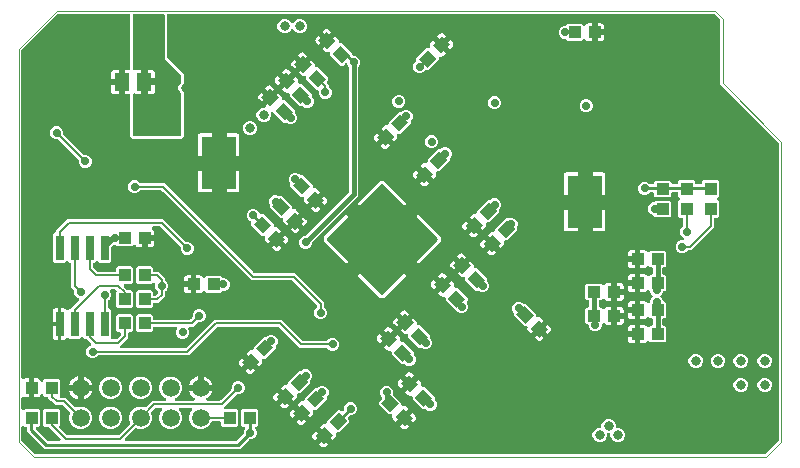
<source format=gbl>
G04 EAGLE Gerber RS-274X export*
G75*
%MOMM*%
%FSLAX34Y34*%
%LPD*%
%INunten Kupfer*%
%IPPOS*%
%AMOC8*
5,1,8,0,0,1.08239X$1,22.5*%
G01*
%ADD10C,0.000000*%
%ADD11R,1.300000X1.500000*%
%ADD12R,1.100000X1.000000*%
%ADD13R,1.000000X1.100000*%
%ADD14C,1.508000*%
%ADD15R,0.635000X2.159000*%
%ADD16R,3.000000X4.500000*%
%ADD17C,0.254000*%
%ADD18C,0.704800*%
%ADD19C,0.804800*%
%ADD20C,0.203200*%
%ADD21C,0.304800*%
%ADD22C,0.406400*%
%ADD23C,5.500000*%
%ADD24C,1.500000*%
%ADD25C,3.416000*%
%ADD26C,1.050000*%
%ADD27C,1.270000*%

G36*
X635014Y2013D02*
X635014Y2013D01*
X635113Y2016D01*
X635171Y2033D01*
X635231Y2041D01*
X635323Y2077D01*
X635418Y2105D01*
X635470Y2135D01*
X635527Y2158D01*
X635607Y2216D01*
X635692Y2266D01*
X635768Y2332D01*
X635784Y2344D01*
X635792Y2354D01*
X635813Y2372D01*
X646598Y13157D01*
X646658Y13235D01*
X646726Y13307D01*
X646755Y13360D01*
X646792Y13408D01*
X646832Y13499D01*
X646880Y13586D01*
X646895Y13644D01*
X646919Y13700D01*
X646934Y13798D01*
X646959Y13894D01*
X646965Y13994D01*
X646969Y14014D01*
X646967Y14026D01*
X646969Y14054D01*
X646969Y265346D01*
X646957Y265444D01*
X646954Y265543D01*
X646937Y265601D01*
X646929Y265661D01*
X646893Y265753D01*
X646865Y265848D01*
X646835Y265900D01*
X646812Y265957D01*
X646754Y266037D01*
X646704Y266122D01*
X646638Y266198D01*
X646626Y266214D01*
X646616Y266222D01*
X646598Y266243D01*
X597439Y315401D01*
X597439Y369486D01*
X597427Y369584D01*
X597424Y369683D01*
X597407Y369741D01*
X597399Y369801D01*
X597363Y369893D01*
X597335Y369988D01*
X597305Y370040D01*
X597282Y370097D01*
X597224Y370177D01*
X597174Y370262D01*
X597108Y370338D01*
X597096Y370354D01*
X597086Y370362D01*
X597068Y370383D01*
X592633Y374818D01*
X592555Y374878D01*
X592483Y374946D01*
X592430Y374975D01*
X592382Y375012D01*
X592291Y375052D01*
X592204Y375100D01*
X592146Y375115D01*
X592090Y375139D01*
X591992Y375154D01*
X591896Y375179D01*
X591796Y375185D01*
X591776Y375189D01*
X591764Y375187D01*
X591736Y375189D01*
X130524Y375189D01*
X130406Y375174D01*
X130287Y375167D01*
X130249Y375154D01*
X130208Y375149D01*
X130098Y375106D01*
X129985Y375069D01*
X129950Y375047D01*
X129913Y375032D01*
X129817Y374963D01*
X129716Y374899D01*
X129688Y374869D01*
X129655Y374846D01*
X129579Y374754D01*
X129498Y374667D01*
X129478Y374632D01*
X129453Y374601D01*
X129402Y374493D01*
X129344Y374389D01*
X129334Y374349D01*
X129317Y374313D01*
X129295Y374196D01*
X129265Y374081D01*
X129261Y374021D01*
X129257Y374001D01*
X129259Y373980D01*
X129258Y373977D01*
X129257Y373971D01*
X129258Y373966D01*
X129255Y373920D01*
X129255Y338536D01*
X129267Y338438D01*
X129270Y338339D01*
X129287Y338280D01*
X129295Y338220D01*
X129331Y338128D01*
X129359Y338033D01*
X129389Y337981D01*
X129412Y337925D01*
X129470Y337844D01*
X129520Y337759D01*
X129586Y337684D01*
X129598Y337667D01*
X129608Y337659D01*
X129626Y337638D01*
X143225Y324040D01*
X143225Y271590D01*
X141160Y269525D01*
X100140Y269525D01*
X98075Y271590D01*
X98075Y306190D01*
X98060Y306308D01*
X98053Y306427D01*
X98040Y306465D01*
X98035Y306506D01*
X97992Y306616D01*
X97955Y306729D01*
X97933Y306764D01*
X97918Y306801D01*
X97849Y306897D01*
X97785Y306998D01*
X97755Y307026D01*
X97732Y307059D01*
X97640Y307135D01*
X97553Y307216D01*
X97518Y307236D01*
X97487Y307261D01*
X97379Y307312D01*
X97275Y307370D01*
X97235Y307380D01*
X97199Y307397D01*
X97082Y307419D01*
X96967Y307449D01*
X96907Y307453D01*
X96887Y307457D01*
X96866Y307455D01*
X96806Y307459D01*
X93369Y307459D01*
X93369Y316230D01*
X93354Y316348D01*
X93347Y316467D01*
X93334Y316505D01*
X93329Y316545D01*
X93285Y316656D01*
X93249Y316769D01*
X93227Y316804D01*
X93212Y316841D01*
X93142Y316937D01*
X93079Y317038D01*
X93049Y317066D01*
X93025Y317098D01*
X92934Y317174D01*
X92847Y317256D01*
X92812Y317275D01*
X92780Y317301D01*
X92673Y317352D01*
X92569Y317409D01*
X92529Y317420D01*
X92493Y317437D01*
X92376Y317459D01*
X92261Y317489D01*
X92200Y317493D01*
X92180Y317497D01*
X92160Y317495D01*
X92100Y317499D01*
X90829Y317499D01*
X90829Y317501D01*
X92100Y317501D01*
X92218Y317516D01*
X92337Y317523D01*
X92375Y317536D01*
X92415Y317541D01*
X92526Y317585D01*
X92639Y317621D01*
X92674Y317643D01*
X92711Y317658D01*
X92807Y317728D01*
X92908Y317791D01*
X92936Y317821D01*
X92968Y317845D01*
X93044Y317936D01*
X93126Y318023D01*
X93145Y318058D01*
X93171Y318090D01*
X93222Y318197D01*
X93279Y318301D01*
X93290Y318341D01*
X93307Y318377D01*
X93329Y318494D01*
X93359Y318609D01*
X93363Y318670D01*
X93367Y318690D01*
X93365Y318710D01*
X93369Y318770D01*
X93369Y327541D01*
X96806Y327541D01*
X96924Y327556D01*
X97043Y327563D01*
X97081Y327576D01*
X97122Y327581D01*
X97232Y327624D01*
X97345Y327661D01*
X97380Y327683D01*
X97417Y327698D01*
X97513Y327767D01*
X97614Y327831D01*
X97642Y327861D01*
X97675Y327884D01*
X97751Y327976D01*
X97832Y328063D01*
X97852Y328098D01*
X97877Y328129D01*
X97928Y328237D01*
X97986Y328341D01*
X97996Y328381D01*
X98013Y328417D01*
X98035Y328534D01*
X98065Y328649D01*
X98069Y328709D01*
X98073Y328729D01*
X98071Y328750D01*
X98075Y328810D01*
X98075Y373920D01*
X98060Y374038D01*
X98053Y374157D01*
X98040Y374195D01*
X98035Y374236D01*
X97992Y374346D01*
X97955Y374459D01*
X97933Y374494D01*
X97918Y374531D01*
X97849Y374627D01*
X97785Y374728D01*
X97755Y374756D01*
X97732Y374789D01*
X97640Y374865D01*
X97553Y374946D01*
X97518Y374966D01*
X97487Y374991D01*
X97379Y375042D01*
X97275Y375100D01*
X97235Y375110D01*
X97199Y375127D01*
X97082Y375149D01*
X96967Y375179D01*
X96907Y375183D01*
X96887Y375187D01*
X96866Y375185D01*
X96806Y375189D01*
X36914Y375189D01*
X36816Y375177D01*
X36717Y375174D01*
X36659Y375157D01*
X36599Y375149D01*
X36507Y375113D01*
X36412Y375085D01*
X36360Y375055D01*
X36303Y375032D01*
X36223Y374974D01*
X36138Y374924D01*
X36062Y374858D01*
X36046Y374846D01*
X36038Y374836D01*
X36017Y374818D01*
X6182Y344983D01*
X6122Y344905D01*
X6054Y344833D01*
X6025Y344780D01*
X5988Y344732D01*
X5948Y344641D01*
X5900Y344554D01*
X5885Y344496D01*
X5861Y344440D01*
X5846Y344342D01*
X5821Y344246D01*
X5815Y344146D01*
X5811Y344126D01*
X5813Y344114D01*
X5811Y344086D01*
X5811Y67003D01*
X5827Y66872D01*
X5838Y66740D01*
X5847Y66714D01*
X5851Y66687D01*
X5899Y66564D01*
X5943Y66439D01*
X5958Y66417D01*
X5968Y66392D01*
X6045Y66285D01*
X6119Y66174D01*
X6139Y66156D01*
X6154Y66134D01*
X6257Y66050D01*
X6355Y65961D01*
X6379Y65949D01*
X6399Y65932D01*
X6519Y65875D01*
X6636Y65814D01*
X6663Y65808D01*
X6687Y65796D01*
X6817Y65771D01*
X6946Y65741D01*
X6973Y65741D01*
X6999Y65736D01*
X7131Y65745D01*
X7264Y65747D01*
X7290Y65754D01*
X7317Y65756D01*
X7443Y65797D01*
X7570Y65832D01*
X7605Y65849D01*
X7619Y65854D01*
X7638Y65866D01*
X7715Y65904D01*
X8379Y66288D01*
X9026Y66461D01*
X11861Y66461D01*
X11861Y59650D01*
X11876Y59532D01*
X11883Y59413D01*
X11895Y59375D01*
X11901Y59335D01*
X11944Y59224D01*
X11981Y59111D01*
X12003Y59077D01*
X12018Y59039D01*
X12087Y58943D01*
X12151Y58842D01*
X12181Y58814D01*
X12204Y58782D01*
X12296Y58706D01*
X12383Y58624D01*
X12418Y58605D01*
X12449Y58579D01*
X12557Y58528D01*
X12661Y58471D01*
X12701Y58461D01*
X12737Y58443D01*
X12844Y58423D01*
X12814Y58419D01*
X12704Y58375D01*
X12591Y58339D01*
X12556Y58317D01*
X12519Y58302D01*
X12422Y58232D01*
X12322Y58169D01*
X12294Y58139D01*
X12261Y58115D01*
X12185Y58024D01*
X12104Y57937D01*
X12084Y57902D01*
X12059Y57870D01*
X12008Y57763D01*
X11950Y57658D01*
X11940Y57619D01*
X11923Y57583D01*
X11901Y57466D01*
X11871Y57350D01*
X11867Y57290D01*
X11863Y57270D01*
X11865Y57250D01*
X11861Y57190D01*
X11861Y50379D01*
X9026Y50379D01*
X8379Y50552D01*
X7715Y50936D01*
X7592Y50988D01*
X7473Y51044D01*
X7446Y51049D01*
X7421Y51059D01*
X7290Y51079D01*
X7160Y51104D01*
X7134Y51102D01*
X7107Y51106D01*
X6975Y51092D01*
X6843Y51084D01*
X6817Y51076D01*
X6791Y51073D01*
X6666Y51027D01*
X6541Y50986D01*
X6518Y50972D01*
X6492Y50962D01*
X6383Y50886D01*
X6272Y50816D01*
X6253Y50796D01*
X6231Y50781D01*
X6145Y50680D01*
X6054Y50584D01*
X6041Y50561D01*
X6023Y50540D01*
X5964Y50422D01*
X5900Y50306D01*
X5894Y50279D01*
X5882Y50255D01*
X5854Y50126D01*
X5821Y49998D01*
X5819Y49960D01*
X5815Y49944D01*
X5816Y49922D01*
X5811Y49837D01*
X5811Y40864D01*
X5828Y40726D01*
X5841Y40588D01*
X5848Y40569D01*
X5851Y40549D01*
X5902Y40420D01*
X5949Y40289D01*
X5960Y40272D01*
X5968Y40253D01*
X6049Y40141D01*
X6127Y40026D01*
X6143Y40012D01*
X6154Y39996D01*
X6262Y39907D01*
X6366Y39815D01*
X6384Y39806D01*
X6399Y39793D01*
X6525Y39734D01*
X6649Y39671D01*
X6669Y39666D01*
X6687Y39658D01*
X6824Y39631D01*
X6959Y39601D01*
X6980Y39602D01*
X6999Y39598D01*
X7138Y39606D01*
X7277Y39611D01*
X7297Y39616D01*
X7317Y39617D01*
X7449Y39660D01*
X7583Y39699D01*
X7600Y39709D01*
X7619Y39716D01*
X7737Y39790D01*
X7857Y39861D01*
X7878Y39879D01*
X7888Y39886D01*
X7902Y39901D01*
X7977Y39967D01*
X8531Y40521D01*
X20189Y40521D01*
X21361Y39349D01*
X21361Y26691D01*
X20189Y25519D01*
X19000Y25519D01*
X18863Y25502D01*
X18724Y25489D01*
X18705Y25482D01*
X18685Y25479D01*
X18556Y25428D01*
X18425Y25381D01*
X18408Y25370D01*
X18389Y25362D01*
X18277Y25281D01*
X18162Y25203D01*
X18148Y25187D01*
X18132Y25176D01*
X18043Y25068D01*
X17951Y24964D01*
X17942Y24946D01*
X17929Y24931D01*
X17870Y24805D01*
X17807Y24681D01*
X17802Y24661D01*
X17794Y24643D01*
X17767Y24507D01*
X17737Y24371D01*
X17738Y24350D01*
X17734Y24331D01*
X17742Y24192D01*
X17747Y24053D01*
X17752Y24033D01*
X17754Y24013D01*
X17796Y23881D01*
X17835Y23747D01*
X17845Y23730D01*
X17852Y23711D01*
X17926Y23593D01*
X17997Y23473D01*
X18015Y23452D01*
X18022Y23442D01*
X18037Y23428D01*
X18103Y23353D01*
X27653Y13802D01*
X27731Y13742D01*
X27803Y13674D01*
X27856Y13645D01*
X27904Y13608D01*
X27995Y13568D01*
X28082Y13520D01*
X28140Y13505D01*
X28196Y13481D01*
X28294Y13466D01*
X28390Y13441D01*
X28490Y13435D01*
X28510Y13431D01*
X28523Y13433D01*
X28551Y13431D01*
X37659Y13431D01*
X37796Y13448D01*
X37935Y13461D01*
X37954Y13468D01*
X37974Y13471D01*
X38103Y13522D01*
X38234Y13569D01*
X38251Y13580D01*
X38270Y13588D01*
X38382Y13669D01*
X38498Y13747D01*
X38511Y13763D01*
X38527Y13774D01*
X38616Y13882D01*
X38708Y13986D01*
X38717Y14004D01*
X38730Y14019D01*
X38789Y14145D01*
X38853Y14269D01*
X38857Y14289D01*
X38866Y14307D01*
X38892Y14443D01*
X38922Y14579D01*
X38922Y14600D01*
X38925Y14619D01*
X38917Y14758D01*
X38913Y14897D01*
X38907Y14917D01*
X38906Y14937D01*
X38863Y15069D01*
X38824Y15203D01*
X38814Y15220D01*
X38808Y15239D01*
X38733Y15357D01*
X38663Y15477D01*
X38644Y15498D01*
X38637Y15508D01*
X38622Y15522D01*
X38556Y15597D01*
X29006Y25148D01*
X28928Y25208D01*
X28856Y25276D01*
X28803Y25305D01*
X28755Y25342D01*
X28664Y25382D01*
X28577Y25430D01*
X28519Y25445D01*
X28463Y25469D01*
X28365Y25484D01*
X28269Y25509D01*
X28169Y25515D01*
X28149Y25519D01*
X28137Y25517D01*
X28109Y25519D01*
X25531Y25519D01*
X24359Y26691D01*
X24359Y39349D01*
X25531Y40521D01*
X37189Y40521D01*
X38361Y39349D01*
X38361Y26691D01*
X38075Y26406D01*
X38002Y26312D01*
X37924Y26223D01*
X37905Y26187D01*
X37880Y26155D01*
X37833Y26045D01*
X37779Y25939D01*
X37770Y25900D01*
X37754Y25863D01*
X37735Y25745D01*
X37709Y25629D01*
X37711Y25589D01*
X37704Y25549D01*
X37715Y25430D01*
X37719Y25311D01*
X37730Y25272D01*
X37734Y25232D01*
X37774Y25120D01*
X37807Y25006D01*
X37828Y24971D01*
X37842Y24933D01*
X37909Y24834D01*
X37969Y24732D01*
X38009Y24687D01*
X38020Y24670D01*
X38036Y24656D01*
X38075Y24611D01*
X44058Y18628D01*
X44136Y18568D01*
X44208Y18500D01*
X44261Y18471D01*
X44309Y18434D01*
X44400Y18394D01*
X44487Y18346D01*
X44545Y18331D01*
X44601Y18307D01*
X44699Y18292D01*
X44795Y18267D01*
X44895Y18261D01*
X44915Y18257D01*
X44927Y18259D01*
X44955Y18257D01*
X87125Y18257D01*
X87223Y18269D01*
X87322Y18272D01*
X87380Y18289D01*
X87440Y18297D01*
X87532Y18333D01*
X87627Y18361D01*
X87680Y18391D01*
X87736Y18414D01*
X87816Y18472D01*
X87901Y18522D01*
X87977Y18588D01*
X87993Y18600D01*
X88001Y18610D01*
X88022Y18628D01*
X97529Y28135D01*
X97547Y28158D01*
X97569Y28177D01*
X97644Y28283D01*
X97724Y28386D01*
X97735Y28413D01*
X97752Y28437D01*
X97798Y28559D01*
X97850Y28678D01*
X97854Y28707D01*
X97865Y28735D01*
X97879Y28864D01*
X97900Y28992D01*
X97897Y29022D01*
X97900Y29051D01*
X97882Y29179D01*
X97870Y29309D01*
X97860Y29337D01*
X97856Y29366D01*
X97804Y29518D01*
X97139Y31122D01*
X97139Y34918D01*
X98592Y38424D01*
X101276Y41108D01*
X104782Y42561D01*
X108578Y42561D01*
X110182Y41896D01*
X110210Y41889D01*
X110237Y41875D01*
X110364Y41847D01*
X110489Y41812D01*
X110518Y41812D01*
X110547Y41805D01*
X110677Y41809D01*
X110807Y41807D01*
X110835Y41814D01*
X110865Y41815D01*
X110989Y41851D01*
X111116Y41881D01*
X111142Y41895D01*
X111170Y41903D01*
X111282Y41969D01*
X111397Y42030D01*
X111419Y42050D01*
X111444Y42065D01*
X111565Y42171D01*
X116860Y47467D01*
X127211Y47467D01*
X127281Y47475D01*
X127351Y47474D01*
X127438Y47495D01*
X127527Y47507D01*
X127592Y47532D01*
X127660Y47549D01*
X127739Y47591D01*
X127823Y47624D01*
X127879Y47665D01*
X127941Y47697D01*
X128007Y47758D01*
X128080Y47810D01*
X128125Y47864D01*
X128176Y47911D01*
X128226Y47986D01*
X128283Y48055D01*
X128313Y48119D01*
X128351Y48177D01*
X128380Y48262D01*
X128418Y48343D01*
X128431Y48412D01*
X128454Y48478D01*
X128461Y48567D01*
X128478Y48655D01*
X128474Y48725D01*
X128479Y48795D01*
X128464Y48883D01*
X128458Y48973D01*
X128437Y49039D01*
X128425Y49108D01*
X128388Y49190D01*
X128360Y49275D01*
X128323Y49334D01*
X128294Y49398D01*
X128238Y49468D01*
X128190Y49544D01*
X128139Y49592D01*
X128096Y49646D01*
X128024Y49701D01*
X127959Y49762D01*
X127898Y49796D01*
X127842Y49838D01*
X127697Y49909D01*
X126676Y50332D01*
X123992Y53016D01*
X122539Y56522D01*
X122539Y60318D01*
X123992Y63824D01*
X126676Y66508D01*
X130182Y67961D01*
X133978Y67961D01*
X137484Y66508D01*
X140168Y63824D01*
X141621Y60318D01*
X141621Y56522D01*
X140168Y53016D01*
X137484Y50332D01*
X136463Y49909D01*
X136402Y49874D01*
X136337Y49848D01*
X136265Y49796D01*
X136187Y49751D01*
X136136Y49703D01*
X136080Y49662D01*
X136023Y49592D01*
X135958Y49530D01*
X135922Y49470D01*
X135877Y49417D01*
X135839Y49335D01*
X135792Y49259D01*
X135771Y49192D01*
X135742Y49129D01*
X135725Y49041D01*
X135698Y48955D01*
X135695Y48885D01*
X135682Y48816D01*
X135687Y48727D01*
X135683Y48637D01*
X135697Y48569D01*
X135702Y48499D01*
X135729Y48414D01*
X135747Y48326D01*
X135778Y48263D01*
X135800Y48197D01*
X135848Y48121D01*
X135887Y48040D01*
X135932Y47987D01*
X135970Y47928D01*
X136035Y47866D01*
X136093Y47798D01*
X136151Y47758D01*
X136201Y47710D01*
X136280Y47667D01*
X136354Y47615D01*
X136419Y47590D01*
X136480Y47556D01*
X136567Y47534D01*
X136651Y47502D01*
X136720Y47494D01*
X136788Y47477D01*
X136949Y47467D01*
X151499Y47467D01*
X151578Y47477D01*
X151658Y47477D01*
X151735Y47497D01*
X151815Y47507D01*
X151889Y47536D01*
X151966Y47556D01*
X152036Y47594D01*
X152110Y47624D01*
X152175Y47670D01*
X152245Y47709D01*
X152303Y47763D01*
X152368Y47810D01*
X152419Y47872D01*
X152477Y47926D01*
X152520Y47994D01*
X152571Y48055D01*
X152604Y48127D01*
X152647Y48195D01*
X152672Y48271D01*
X152706Y48343D01*
X152721Y48421D01*
X152746Y48497D01*
X152751Y48577D01*
X152766Y48655D01*
X152761Y48735D01*
X152766Y48814D01*
X152751Y48893D01*
X152746Y48973D01*
X152722Y49049D01*
X152707Y49127D01*
X152673Y49199D01*
X152648Y49275D01*
X152605Y49343D01*
X152572Y49415D01*
X152521Y49477D01*
X152478Y49544D01*
X152420Y49599D01*
X152369Y49660D01*
X152247Y49761D01*
X152246Y49762D01*
X152245Y49763D01*
X150913Y50731D01*
X149791Y51853D01*
X148858Y53137D01*
X148138Y54550D01*
X147693Y55921D01*
X156250Y55921D01*
X156368Y55936D01*
X156487Y55943D01*
X156525Y55955D01*
X156565Y55961D01*
X156676Y56004D01*
X156789Y56041D01*
X156823Y56063D01*
X156861Y56078D01*
X156957Y56147D01*
X157058Y56211D01*
X157086Y56241D01*
X157118Y56264D01*
X157194Y56356D01*
X157276Y56443D01*
X157295Y56478D01*
X157321Y56509D01*
X157372Y56617D01*
X157429Y56721D01*
X157439Y56761D01*
X157457Y56797D01*
X157477Y56904D01*
X157481Y56874D01*
X157525Y56764D01*
X157561Y56651D01*
X157583Y56616D01*
X157598Y56579D01*
X157668Y56482D01*
X157731Y56382D01*
X157761Y56354D01*
X157785Y56321D01*
X157876Y56245D01*
X157963Y56164D01*
X157998Y56144D01*
X158030Y56119D01*
X158137Y56068D01*
X158242Y56010D01*
X158281Y56000D01*
X158317Y55983D01*
X158434Y55961D01*
X158550Y55931D01*
X158610Y55927D01*
X158630Y55923D01*
X158650Y55925D01*
X158710Y55921D01*
X167267Y55921D01*
X166822Y54550D01*
X166102Y53137D01*
X165169Y51853D01*
X164047Y50731D01*
X162715Y49763D01*
X162657Y49708D01*
X162592Y49662D01*
X162541Y49600D01*
X162483Y49545D01*
X162440Y49478D01*
X162389Y49417D01*
X162355Y49344D01*
X162312Y49277D01*
X162288Y49201D01*
X162254Y49129D01*
X162239Y49050D01*
X162214Y48974D01*
X162209Y48895D01*
X162194Y48816D01*
X162199Y48737D01*
X162194Y48657D01*
X162209Y48579D01*
X162214Y48499D01*
X162239Y48423D01*
X162253Y48344D01*
X162287Y48272D01*
X162312Y48197D01*
X162355Y48129D01*
X162389Y48057D01*
X162439Y47995D01*
X162482Y47928D01*
X162540Y47873D01*
X162591Y47811D01*
X162656Y47765D01*
X162714Y47710D01*
X162784Y47671D01*
X162848Y47624D01*
X162922Y47595D01*
X162992Y47556D01*
X163070Y47536D01*
X163144Y47507D01*
X163223Y47497D01*
X163300Y47477D01*
X163458Y47467D01*
X163459Y47467D01*
X163460Y47467D01*
X163461Y47467D01*
X173485Y47467D01*
X173583Y47479D01*
X173682Y47482D01*
X173740Y47499D01*
X173800Y47507D01*
X173892Y47543D01*
X173987Y47571D01*
X174040Y47601D01*
X174096Y47624D01*
X174176Y47682D01*
X174261Y47732D01*
X174337Y47798D01*
X174353Y47810D01*
X174361Y47820D01*
X174382Y47838D01*
X183334Y56790D01*
X183394Y56868D01*
X183462Y56940D01*
X183491Y56993D01*
X183528Y57041D01*
X183568Y57132D01*
X183616Y57219D01*
X183631Y57277D01*
X183655Y57333D01*
X183670Y57431D01*
X183695Y57527D01*
X183701Y57627D01*
X183705Y57647D01*
X183703Y57659D01*
X183705Y57687D01*
X183705Y59519D01*
X184546Y61549D01*
X186101Y63104D01*
X188131Y63945D01*
X190329Y63945D01*
X192359Y63104D01*
X193914Y61549D01*
X194755Y59519D01*
X194755Y57321D01*
X193914Y55291D01*
X192359Y53736D01*
X190329Y52895D01*
X188497Y52895D01*
X188399Y52883D01*
X188300Y52880D01*
X188242Y52863D01*
X188182Y52855D01*
X188090Y52819D01*
X187995Y52791D01*
X187942Y52761D01*
X187886Y52738D01*
X187806Y52680D01*
X187721Y52630D01*
X187645Y52564D01*
X187629Y52552D01*
X187621Y52542D01*
X187600Y52524D01*
X178648Y43572D01*
X177764Y42687D01*
X177679Y42578D01*
X177590Y42471D01*
X177581Y42452D01*
X177569Y42436D01*
X177514Y42308D01*
X177454Y42183D01*
X177451Y42163D01*
X177442Y42144D01*
X177421Y42006D01*
X177395Y41870D01*
X177396Y41850D01*
X177393Y41830D01*
X177406Y41691D01*
X177414Y41553D01*
X177421Y41534D01*
X177422Y41514D01*
X177470Y41383D01*
X177512Y41251D01*
X177523Y41233D01*
X177530Y41214D01*
X177608Y41100D01*
X177683Y40982D01*
X177697Y40968D01*
X177709Y40951D01*
X177813Y40859D01*
X177914Y40764D01*
X177932Y40754D01*
X177947Y40741D01*
X178071Y40678D01*
X178193Y40610D01*
X178212Y40605D01*
X178230Y40596D01*
X178366Y40566D01*
X178501Y40531D01*
X178529Y40529D01*
X178541Y40526D01*
X178561Y40527D01*
X178661Y40521D01*
X187829Y40521D01*
X189001Y39349D01*
X189001Y26691D01*
X187829Y25519D01*
X176171Y25519D01*
X174999Y26691D01*
X174999Y28734D01*
X174984Y28852D01*
X174977Y28971D01*
X174964Y29009D01*
X174959Y29050D01*
X174916Y29160D01*
X174879Y29273D01*
X174857Y29308D01*
X174842Y29345D01*
X174773Y29441D01*
X174709Y29542D01*
X174679Y29570D01*
X174656Y29603D01*
X174564Y29679D01*
X174477Y29760D01*
X174442Y29780D01*
X174411Y29805D01*
X174303Y29856D01*
X174199Y29914D01*
X174159Y29924D01*
X174123Y29941D01*
X174006Y29963D01*
X173891Y29993D01*
X173831Y29997D01*
X173811Y30001D01*
X173790Y29999D01*
X173730Y30003D01*
X167405Y30003D01*
X167376Y30000D01*
X167347Y30002D01*
X167218Y29980D01*
X167090Y29963D01*
X167062Y29953D01*
X167033Y29948D01*
X166915Y29894D01*
X166794Y29846D01*
X166770Y29829D01*
X166743Y29817D01*
X166642Y29736D01*
X166537Y29660D01*
X166518Y29637D01*
X166495Y29618D01*
X166417Y29515D01*
X166334Y29415D01*
X166321Y29388D01*
X166304Y29364D01*
X166233Y29220D01*
X165568Y27616D01*
X162884Y24932D01*
X159378Y23479D01*
X155582Y23479D01*
X152076Y24932D01*
X149392Y27616D01*
X147939Y31122D01*
X147939Y34918D01*
X149392Y38424D01*
X150234Y39267D01*
X150319Y39376D01*
X150408Y39483D01*
X150416Y39502D01*
X150429Y39518D01*
X150484Y39645D01*
X150543Y39771D01*
X150547Y39791D01*
X150555Y39810D01*
X150577Y39948D01*
X150603Y40084D01*
X150602Y40104D01*
X150605Y40124D01*
X150592Y40263D01*
X150583Y40401D01*
X150577Y40420D01*
X150575Y40440D01*
X150528Y40572D01*
X150485Y40703D01*
X150475Y40721D01*
X150468Y40740D01*
X150390Y40855D01*
X150315Y40972D01*
X150300Y40986D01*
X150289Y41003D01*
X150185Y41095D01*
X150084Y41190D01*
X150066Y41200D01*
X150051Y41213D01*
X149927Y41276D01*
X149805Y41344D01*
X149785Y41349D01*
X149767Y41358D01*
X149632Y41388D01*
X149497Y41423D01*
X149469Y41425D01*
X149457Y41428D01*
X149437Y41427D01*
X149336Y41433D01*
X140224Y41433D01*
X140086Y41416D01*
X139947Y41403D01*
X139928Y41396D01*
X139908Y41393D01*
X139779Y41342D01*
X139648Y41295D01*
X139631Y41284D01*
X139612Y41276D01*
X139500Y41195D01*
X139385Y41117D01*
X139371Y41101D01*
X139355Y41090D01*
X139266Y40982D01*
X139174Y40878D01*
X139165Y40860D01*
X139152Y40845D01*
X139093Y40719D01*
X139030Y40595D01*
X139025Y40575D01*
X139017Y40557D01*
X138991Y40420D01*
X138960Y40285D01*
X138961Y40264D01*
X138957Y40245D01*
X138966Y40106D01*
X138970Y39967D01*
X138975Y39947D01*
X138977Y39927D01*
X139019Y39795D01*
X139058Y39661D01*
X139068Y39644D01*
X139075Y39625D01*
X139149Y39507D01*
X139220Y39387D01*
X139238Y39366D01*
X139245Y39356D01*
X139260Y39342D01*
X139326Y39267D01*
X140168Y38424D01*
X141621Y34918D01*
X141621Y31122D01*
X140168Y27616D01*
X137484Y24932D01*
X133978Y23479D01*
X130182Y23479D01*
X126676Y24932D01*
X123992Y27616D01*
X122539Y31122D01*
X122539Y34918D01*
X123992Y38424D01*
X124834Y39267D01*
X124919Y39376D01*
X125008Y39483D01*
X125016Y39502D01*
X125029Y39518D01*
X125084Y39645D01*
X125143Y39771D01*
X125147Y39791D01*
X125155Y39810D01*
X125177Y39948D01*
X125203Y40084D01*
X125202Y40104D01*
X125205Y40124D01*
X125192Y40263D01*
X125183Y40401D01*
X125177Y40420D01*
X125175Y40440D01*
X125128Y40572D01*
X125085Y40703D01*
X125075Y40721D01*
X125068Y40740D01*
X124990Y40855D01*
X124915Y40972D01*
X124900Y40986D01*
X124889Y41003D01*
X124785Y41095D01*
X124684Y41190D01*
X124666Y41200D01*
X124651Y41213D01*
X124527Y41276D01*
X124405Y41344D01*
X124385Y41349D01*
X124367Y41358D01*
X124232Y41388D01*
X124097Y41423D01*
X124069Y41425D01*
X124057Y41428D01*
X124037Y41427D01*
X123936Y41433D01*
X119885Y41433D01*
X119787Y41421D01*
X119688Y41418D01*
X119630Y41401D01*
X119570Y41393D01*
X119478Y41357D01*
X119383Y41329D01*
X119330Y41299D01*
X119274Y41276D01*
X119194Y41218D01*
X119109Y41168D01*
X119033Y41102D01*
X119017Y41090D01*
X119009Y41080D01*
X118988Y41062D01*
X115831Y37905D01*
X115813Y37882D01*
X115791Y37863D01*
X115716Y37757D01*
X115636Y37654D01*
X115625Y37627D01*
X115608Y37603D01*
X115562Y37481D01*
X115510Y37362D01*
X115506Y37333D01*
X115495Y37305D01*
X115481Y37176D01*
X115460Y37048D01*
X115463Y37018D01*
X115460Y36989D01*
X115478Y36861D01*
X115490Y36731D01*
X115500Y36703D01*
X115504Y36674D01*
X115556Y36522D01*
X116221Y34918D01*
X116221Y31122D01*
X114768Y27616D01*
X112084Y24932D01*
X108578Y23479D01*
X104782Y23479D01*
X103178Y24144D01*
X103150Y24151D01*
X103123Y24165D01*
X102996Y24193D01*
X102871Y24228D01*
X102842Y24228D01*
X102813Y24235D01*
X102683Y24231D01*
X102553Y24233D01*
X102525Y24226D01*
X102495Y24225D01*
X102371Y24189D01*
X102244Y24159D01*
X102218Y24145D01*
X102190Y24137D01*
X102078Y24071D01*
X101963Y24010D01*
X101941Y23990D01*
X101916Y23975D01*
X101795Y23869D01*
X93524Y15597D01*
X93438Y15487D01*
X93350Y15381D01*
X93341Y15362D01*
X93329Y15346D01*
X93273Y15218D01*
X93214Y15093D01*
X93211Y15073D01*
X93202Y15054D01*
X93181Y14916D01*
X93155Y14780D01*
X93156Y14760D01*
X93153Y14740D01*
X93166Y14601D01*
X93174Y14463D01*
X93181Y14444D01*
X93182Y14424D01*
X93230Y14292D01*
X93272Y14161D01*
X93283Y14143D01*
X93290Y14124D01*
X93368Y14009D01*
X93443Y13892D01*
X93457Y13878D01*
X93469Y13861D01*
X93573Y13769D01*
X93674Y13674D01*
X93692Y13664D01*
X93707Y13651D01*
X93831Y13587D01*
X93953Y13520D01*
X93972Y13515D01*
X93990Y13506D01*
X94126Y13476D01*
X94261Y13441D01*
X94289Y13439D01*
X94301Y13436D01*
X94321Y13437D01*
X94421Y13431D01*
X187349Y13431D01*
X187448Y13443D01*
X187547Y13446D01*
X187605Y13463D01*
X187665Y13471D01*
X187757Y13507D01*
X187852Y13535D01*
X187904Y13565D01*
X187961Y13588D01*
X188041Y13646D01*
X188126Y13696D01*
X188202Y13762D01*
X188218Y13774D01*
X188226Y13784D01*
X188247Y13802D01*
X193494Y19049D01*
X193554Y19127D01*
X193622Y19199D01*
X193651Y19252D01*
X193688Y19300D01*
X193728Y19391D01*
X193776Y19478D01*
X193791Y19536D01*
X193815Y19592D01*
X193830Y19690D01*
X193855Y19786D01*
X193861Y19886D01*
X193865Y19906D01*
X193863Y19919D01*
X193865Y19947D01*
X193865Y21419D01*
X194729Y23504D01*
X194783Y23569D01*
X194792Y23588D01*
X194804Y23604D01*
X194860Y23732D01*
X194919Y23857D01*
X194923Y23877D01*
X194931Y23895D01*
X194952Y24033D01*
X194979Y24170D01*
X194977Y24190D01*
X194980Y24210D01*
X194967Y24348D01*
X194959Y24487D01*
X194953Y24506D01*
X194951Y24526D01*
X194904Y24657D01*
X194861Y24789D01*
X194850Y24806D01*
X194843Y24825D01*
X194765Y24940D01*
X194691Y25058D01*
X194676Y25072D01*
X194665Y25089D01*
X194560Y25181D01*
X194459Y25276D01*
X194441Y25286D01*
X194426Y25299D01*
X194302Y25362D01*
X194181Y25430D01*
X194161Y25435D01*
X194143Y25444D01*
X194007Y25474D01*
X193873Y25509D01*
X193845Y25511D01*
X193833Y25513D01*
X193812Y25513D01*
X193712Y25519D01*
X193171Y25519D01*
X191999Y26691D01*
X191999Y39349D01*
X193171Y40521D01*
X204829Y40521D01*
X206001Y39349D01*
X206001Y26691D01*
X204799Y25489D01*
X204792Y25489D01*
X204773Y25482D01*
X204753Y25479D01*
X204623Y25428D01*
X204492Y25381D01*
X204476Y25370D01*
X204457Y25362D01*
X204344Y25280D01*
X204229Y25202D01*
X204216Y25187D01*
X204200Y25176D01*
X204111Y25068D01*
X204019Y24964D01*
X204010Y24946D01*
X203997Y24931D01*
X203938Y24805D01*
X203874Y24681D01*
X203870Y24661D01*
X203861Y24643D01*
X203835Y24507D01*
X203805Y24370D01*
X203805Y24350D01*
X203801Y24331D01*
X203810Y24192D01*
X203814Y24053D01*
X203820Y24033D01*
X203821Y24013D01*
X203864Y23881D01*
X203903Y23747D01*
X203913Y23730D01*
X203919Y23711D01*
X203994Y23593D01*
X204063Y23476D01*
X204915Y21419D01*
X204915Y19221D01*
X204074Y17191D01*
X202519Y15636D01*
X200489Y14795D01*
X199017Y14795D01*
X198918Y14783D01*
X198819Y14780D01*
X198761Y14763D01*
X198701Y14755D01*
X198609Y14719D01*
X198514Y14691D01*
X198462Y14661D01*
X198405Y14638D01*
X198325Y14580D01*
X198240Y14530D01*
X198164Y14464D01*
X198148Y14452D01*
X198140Y14442D01*
X198119Y14424D01*
X190585Y6889D01*
X25315Y6889D01*
X10699Y21505D01*
X10699Y24250D01*
X10684Y24368D01*
X10677Y24487D01*
X10664Y24525D01*
X10659Y24566D01*
X10616Y24676D01*
X10579Y24789D01*
X10557Y24824D01*
X10542Y24861D01*
X10473Y24957D01*
X10409Y25058D01*
X10379Y25086D01*
X10356Y25119D01*
X10264Y25195D01*
X10177Y25276D01*
X10142Y25296D01*
X10111Y25321D01*
X10003Y25372D01*
X9899Y25430D01*
X9859Y25440D01*
X9823Y25457D01*
X9706Y25479D01*
X9591Y25509D01*
X9531Y25513D01*
X9511Y25517D01*
X9490Y25515D01*
X9430Y25519D01*
X8531Y25519D01*
X7977Y26073D01*
X7868Y26158D01*
X7761Y26247D01*
X7742Y26256D01*
X7726Y26268D01*
X7598Y26323D01*
X7473Y26382D01*
X7453Y26386D01*
X7434Y26394D01*
X7296Y26416D01*
X7160Y26442D01*
X7140Y26441D01*
X7120Y26444D01*
X6981Y26431D01*
X6843Y26423D01*
X6824Y26416D01*
X6804Y26414D01*
X6672Y26367D01*
X6541Y26324D01*
X6523Y26314D01*
X6504Y26307D01*
X6389Y26229D01*
X6272Y26154D01*
X6258Y26140D01*
X6241Y26128D01*
X6149Y26024D01*
X6054Y25923D01*
X6044Y25905D01*
X6031Y25890D01*
X5968Y25766D01*
X5900Y25644D01*
X5895Y25625D01*
X5886Y25607D01*
X5856Y25471D01*
X5821Y25336D01*
X5819Y25308D01*
X5816Y25296D01*
X5817Y25276D01*
X5811Y25176D01*
X5811Y14054D01*
X5823Y13956D01*
X5826Y13857D01*
X5843Y13799D01*
X5851Y13739D01*
X5887Y13647D01*
X5915Y13552D01*
X5945Y13500D01*
X5968Y13443D01*
X6026Y13363D01*
X6076Y13278D01*
X6142Y13202D01*
X6154Y13186D01*
X6164Y13178D01*
X6182Y13157D01*
X16967Y2372D01*
X17045Y2312D01*
X17117Y2244D01*
X17170Y2215D01*
X17218Y2178D01*
X17309Y2138D01*
X17396Y2090D01*
X17454Y2075D01*
X17510Y2051D01*
X17608Y2036D01*
X17704Y2011D01*
X17804Y2005D01*
X17824Y2001D01*
X17836Y2003D01*
X17864Y2001D01*
X634916Y2001D01*
X635014Y2013D01*
G37*
%LPC*%
G36*
X64941Y83375D02*
X64941Y83375D01*
X62911Y84216D01*
X61356Y85771D01*
X60515Y87801D01*
X60515Y89999D01*
X61356Y92029D01*
X62910Y93584D01*
X64224Y94128D01*
X64267Y94152D01*
X64314Y94169D01*
X64405Y94231D01*
X64500Y94285D01*
X64536Y94320D01*
X64577Y94348D01*
X64650Y94430D01*
X64729Y94507D01*
X64755Y94549D01*
X64788Y94586D01*
X64838Y94684D01*
X64895Y94778D01*
X64910Y94825D01*
X64932Y94869D01*
X64956Y94977D01*
X64989Y95082D01*
X64991Y95131D01*
X65002Y95180D01*
X64999Y95289D01*
X65004Y95399D01*
X64994Y95448D01*
X64992Y95498D01*
X64962Y95603D01*
X64939Y95711D01*
X64918Y95755D01*
X64904Y95803D01*
X64848Y95898D01*
X64800Y95996D01*
X64768Y96034D01*
X64742Y96077D01*
X64636Y96198D01*
X62622Y98212D01*
X61479Y99354D01*
X61401Y99415D01*
X61329Y99483D01*
X61276Y99512D01*
X61228Y99549D01*
X61137Y99589D01*
X61050Y99637D01*
X60992Y99652D01*
X60936Y99676D01*
X60838Y99691D01*
X60742Y99716D01*
X60642Y99722D01*
X60622Y99726D01*
X60610Y99724D01*
X60582Y99726D01*
X59496Y99726D01*
X58048Y101175D01*
X57953Y101248D01*
X57864Y101327D01*
X57828Y101345D01*
X57796Y101370D01*
X57687Y101417D01*
X57581Y101471D01*
X57542Y101480D01*
X57504Y101496D01*
X57387Y101515D01*
X57271Y101541D01*
X57230Y101540D01*
X57190Y101546D01*
X57072Y101535D01*
X56953Y101531D01*
X56914Y101520D01*
X56874Y101516D01*
X56761Y101476D01*
X56647Y101443D01*
X56613Y101422D01*
X56574Y101409D01*
X56476Y101342D01*
X56373Y101281D01*
X56328Y101242D01*
X56311Y101230D01*
X56298Y101215D01*
X56253Y101175D01*
X54804Y99726D01*
X46796Y99726D01*
X45593Y100929D01*
X45494Y101007D01*
X45399Y101089D01*
X45369Y101104D01*
X45342Y101124D01*
X45226Y101174D01*
X45114Y101230D01*
X45081Y101237D01*
X45050Y101251D01*
X44926Y101270D01*
X44803Y101297D01*
X44769Y101295D01*
X44736Y101300D01*
X44610Y101289D01*
X44485Y101284D01*
X44453Y101274D01*
X44419Y101271D01*
X44301Y101228D01*
X44181Y101192D01*
X44152Y101174D01*
X44120Y101163D01*
X44016Y101092D01*
X43908Y101027D01*
X43885Y101003D01*
X43857Y100984D01*
X43774Y100890D01*
X43686Y100801D01*
X43659Y100760D01*
X43646Y100746D01*
X43637Y100727D01*
X43596Y100666D01*
X43308Y100167D01*
X42835Y99694D01*
X42256Y99359D01*
X41609Y99186D01*
X39687Y99186D01*
X39687Y112204D01*
X39672Y112323D01*
X39664Y112441D01*
X39652Y112480D01*
X39647Y112520D01*
X39641Y112534D01*
X39647Y112564D01*
X39677Y112679D01*
X39680Y112739D01*
X39684Y112759D01*
X39683Y112780D01*
X39687Y112840D01*
X39687Y125858D01*
X41609Y125858D01*
X42256Y125685D01*
X42835Y125350D01*
X43308Y124877D01*
X43596Y124378D01*
X43672Y124277D01*
X43743Y124173D01*
X43768Y124151D01*
X43789Y124124D01*
X43887Y124046D01*
X43981Y123963D01*
X44011Y123948D01*
X44038Y123927D01*
X44153Y123875D01*
X44265Y123818D01*
X44298Y123811D01*
X44328Y123797D01*
X44452Y123776D01*
X44575Y123749D01*
X44609Y123750D01*
X44642Y123744D01*
X44767Y123754D01*
X44893Y123758D01*
X44925Y123768D01*
X44959Y123770D01*
X45078Y123812D01*
X45198Y123847D01*
X45227Y123864D01*
X45259Y123875D01*
X45364Y123944D01*
X45472Y124008D01*
X45509Y124041D01*
X45524Y124051D01*
X45539Y124067D01*
X45593Y124115D01*
X46796Y125318D01*
X46866Y125318D01*
X46964Y125330D01*
X47063Y125333D01*
X47121Y125350D01*
X47181Y125358D01*
X47273Y125394D01*
X47368Y125422D01*
X47421Y125452D01*
X47477Y125475D01*
X47557Y125533D01*
X47642Y125583D01*
X47718Y125649D01*
X47734Y125661D01*
X47742Y125671D01*
X47763Y125689D01*
X54476Y132402D01*
X54506Y132441D01*
X54543Y132475D01*
X54603Y132567D01*
X54671Y132653D01*
X54691Y132699D01*
X54718Y132741D01*
X54753Y132844D01*
X54797Y132945D01*
X54805Y132994D01*
X54821Y133041D01*
X54830Y133151D01*
X54847Y133259D01*
X54842Y133309D01*
X54846Y133358D01*
X54827Y133466D01*
X54817Y133576D01*
X54800Y133623D01*
X54792Y133672D01*
X54747Y133772D01*
X54710Y133875D01*
X54682Y133916D01*
X54661Y133962D01*
X54593Y134048D01*
X54531Y134138D01*
X54494Y134171D01*
X54463Y134210D01*
X54375Y134276D01*
X54293Y134349D01*
X54248Y134371D01*
X54209Y134401D01*
X54064Y134472D01*
X52751Y135016D01*
X51196Y136571D01*
X50355Y138601D01*
X50355Y140433D01*
X50343Y140531D01*
X50340Y140630D01*
X50323Y140688D01*
X50315Y140748D01*
X50279Y140840D01*
X50251Y140935D01*
X50221Y140988D01*
X50198Y141044D01*
X50140Y141124D01*
X50090Y141209D01*
X50024Y141285D01*
X50012Y141301D01*
X50002Y141309D01*
X49984Y141330D01*
X47783Y143530D01*
X47783Y162973D01*
X47768Y163091D01*
X47761Y163210D01*
X47748Y163248D01*
X47743Y163289D01*
X47700Y163399D01*
X47663Y163512D01*
X47641Y163547D01*
X47626Y163584D01*
X47557Y163680D01*
X47493Y163781D01*
X47463Y163809D01*
X47440Y163842D01*
X47348Y163918D01*
X47261Y163999D01*
X47226Y164019D01*
X47195Y164044D01*
X47087Y164095D01*
X46983Y164153D01*
X46943Y164163D01*
X46907Y164180D01*
X46847Y164191D01*
X45347Y165691D01*
X45253Y165764D01*
X45164Y165843D01*
X45128Y165861D01*
X45096Y165886D01*
X44987Y165933D01*
X44881Y165987D01*
X44842Y165996D01*
X44804Y166012D01*
X44687Y166031D01*
X44571Y166057D01*
X44530Y166056D01*
X44490Y166062D01*
X44372Y166051D01*
X44253Y166047D01*
X44214Y166036D01*
X44174Y166032D01*
X44062Y165992D01*
X43947Y165959D01*
X43912Y165938D01*
X43874Y165925D01*
X43776Y165858D01*
X43673Y165797D01*
X43628Y165758D01*
X43611Y165746D01*
X43598Y165731D01*
X43552Y165691D01*
X42104Y164242D01*
X34096Y164242D01*
X32924Y165414D01*
X32924Y188662D01*
X34140Y189878D01*
X34240Y189917D01*
X34353Y189954D01*
X34388Y189976D01*
X34425Y189991D01*
X34521Y190060D01*
X34622Y190124D01*
X34650Y190154D01*
X34683Y190177D01*
X34759Y190269D01*
X34840Y190356D01*
X34860Y190391D01*
X34885Y190422D01*
X34936Y190530D01*
X34994Y190634D01*
X35004Y190674D01*
X35021Y190710D01*
X35043Y190827D01*
X35073Y190942D01*
X35077Y191002D01*
X35081Y191022D01*
X35080Y191035D01*
X35081Y191038D01*
X35080Y191051D01*
X35083Y191103D01*
X35083Y191750D01*
X44470Y201137D01*
X125710Y201137D01*
X144420Y182426D01*
X144498Y182366D01*
X144570Y182298D01*
X144623Y182269D01*
X144671Y182232D01*
X144762Y182192D01*
X144849Y182144D01*
X144907Y182129D01*
X144963Y182105D01*
X145061Y182090D01*
X145157Y182065D01*
X145257Y182059D01*
X145277Y182055D01*
X145289Y182057D01*
X145317Y182055D01*
X147149Y182055D01*
X149179Y181214D01*
X150734Y179659D01*
X151575Y177629D01*
X151575Y175431D01*
X150734Y173401D01*
X149179Y171846D01*
X147149Y171005D01*
X144951Y171005D01*
X142921Y171846D01*
X141366Y173401D01*
X140525Y175431D01*
X140525Y177263D01*
X140513Y177361D01*
X140510Y177460D01*
X140493Y177518D01*
X140485Y177578D01*
X140449Y177670D01*
X140421Y177765D01*
X140391Y177818D01*
X140368Y177874D01*
X140310Y177954D01*
X140260Y178039D01*
X140194Y178115D01*
X140182Y178131D01*
X140172Y178139D01*
X140154Y178160D01*
X123582Y194732D01*
X123504Y194792D01*
X123432Y194860D01*
X123379Y194889D01*
X123331Y194926D01*
X123240Y194966D01*
X123153Y195014D01*
X123095Y195029D01*
X123039Y195053D01*
X122941Y195068D01*
X122845Y195093D01*
X122745Y195099D01*
X122725Y195103D01*
X122713Y195101D01*
X122685Y195103D01*
X117307Y195103D01*
X117162Y195085D01*
X117017Y195070D01*
X117005Y195065D01*
X116991Y195063D01*
X116856Y195010D01*
X116719Y194959D01*
X116708Y194951D01*
X116695Y194946D01*
X116578Y194861D01*
X116458Y194778D01*
X116449Y194767D01*
X116438Y194760D01*
X116345Y194648D01*
X116250Y194537D01*
X116244Y194525D01*
X116235Y194515D01*
X116173Y194383D01*
X116108Y194252D01*
X116105Y194239D01*
X116100Y194227D01*
X116072Y194084D01*
X116042Y193941D01*
X116042Y193928D01*
X116040Y193915D01*
X116049Y193769D01*
X116055Y193623D01*
X116059Y193611D01*
X116060Y193597D01*
X116105Y193458D01*
X116147Y193319D01*
X116154Y193307D01*
X116158Y193295D01*
X116236Y193171D01*
X116311Y193047D01*
X116321Y193037D01*
X116328Y193026D01*
X116434Y192926D01*
X116538Y192824D01*
X116553Y192814D01*
X116560Y192808D01*
X116574Y192800D01*
X116672Y192735D01*
X117160Y192453D01*
X117633Y191980D01*
X117968Y191401D01*
X118141Y190754D01*
X118141Y187919D01*
X111330Y187919D01*
X111212Y187904D01*
X111093Y187897D01*
X111055Y187884D01*
X111015Y187879D01*
X110904Y187836D01*
X110791Y187799D01*
X110757Y187777D01*
X110719Y187762D01*
X110623Y187693D01*
X110522Y187629D01*
X110494Y187599D01*
X110462Y187576D01*
X110386Y187484D01*
X110304Y187397D01*
X110285Y187362D01*
X110259Y187331D01*
X110208Y187223D01*
X110151Y187119D01*
X110141Y187079D01*
X110123Y187043D01*
X110101Y186926D01*
X110071Y186811D01*
X110067Y186751D01*
X110064Y186731D01*
X110065Y186710D01*
X110061Y186650D01*
X110061Y185459D01*
X108870Y185459D01*
X108752Y185444D01*
X108633Y185437D01*
X108595Y185424D01*
X108554Y185419D01*
X108444Y185375D01*
X108331Y185339D01*
X108296Y185317D01*
X108259Y185302D01*
X108162Y185232D01*
X108062Y185169D01*
X108034Y185139D01*
X108001Y185115D01*
X107925Y185024D01*
X107844Y184937D01*
X107824Y184902D01*
X107799Y184870D01*
X107748Y184763D01*
X107690Y184658D01*
X107680Y184619D01*
X107663Y184583D01*
X107641Y184466D01*
X107611Y184350D01*
X107607Y184290D01*
X107603Y184270D01*
X107605Y184250D01*
X107601Y184190D01*
X107601Y177879D01*
X104266Y177879D01*
X103619Y178052D01*
X103040Y178387D01*
X102567Y178860D01*
X102407Y179138D01*
X102331Y179238D01*
X102260Y179342D01*
X102235Y179364D01*
X102214Y179391D01*
X102116Y179469D01*
X102022Y179552D01*
X101992Y179568D01*
X101965Y179588D01*
X101850Y179640D01*
X101738Y179697D01*
X101705Y179704D01*
X101675Y179718D01*
X101551Y179739D01*
X101428Y179766D01*
X101394Y179765D01*
X101361Y179771D01*
X101236Y179761D01*
X101110Y179757D01*
X101078Y179747D01*
X101044Y179745D01*
X100926Y179703D01*
X100805Y179668D01*
X100776Y179651D01*
X100744Y179640D01*
X100639Y179571D01*
X100531Y179507D01*
X100494Y179475D01*
X100479Y179464D01*
X100464Y179448D01*
X100410Y179400D01*
X99429Y178419D01*
X86771Y178419D01*
X85667Y179524D01*
X85589Y179584D01*
X85517Y179652D01*
X85464Y179681D01*
X85416Y179718D01*
X85325Y179758D01*
X85238Y179806D01*
X85180Y179821D01*
X85124Y179845D01*
X85026Y179860D01*
X84930Y179885D01*
X84830Y179891D01*
X84810Y179895D01*
X84798Y179893D01*
X84770Y179895D01*
X84209Y179895D01*
X84110Y179883D01*
X84011Y179880D01*
X83953Y179863D01*
X83893Y179855D01*
X83801Y179819D01*
X83706Y179791D01*
X83654Y179761D01*
X83597Y179738D01*
X83517Y179680D01*
X83432Y179630D01*
X83356Y179564D01*
X83340Y179552D01*
X83332Y179542D01*
X83311Y179524D01*
X81747Y177960D01*
X81687Y177882D01*
X81619Y177810D01*
X81590Y177757D01*
X81553Y177709D01*
X81513Y177618D01*
X81465Y177531D01*
X81450Y177473D01*
X81426Y177417D01*
X81411Y177319D01*
X81386Y177223D01*
X81380Y177123D01*
X81376Y177103D01*
X81378Y177090D01*
X81376Y177062D01*
X81376Y165414D01*
X80204Y164242D01*
X72196Y164242D01*
X70747Y165691D01*
X70653Y165764D01*
X70564Y165843D01*
X70528Y165861D01*
X70496Y165886D01*
X70387Y165933D01*
X70281Y165987D01*
X70242Y165996D01*
X70204Y166012D01*
X70087Y166031D01*
X69971Y166057D01*
X69930Y166056D01*
X69890Y166062D01*
X69772Y166051D01*
X69653Y166047D01*
X69614Y166036D01*
X69574Y166032D01*
X69462Y165992D01*
X69347Y165959D01*
X69312Y165938D01*
X69274Y165925D01*
X69176Y165858D01*
X69073Y165797D01*
X69028Y165758D01*
X69011Y165746D01*
X68998Y165731D01*
X68952Y165691D01*
X67460Y164198D01*
X67360Y164159D01*
X67247Y164122D01*
X67212Y164100D01*
X67175Y164085D01*
X67079Y164016D01*
X66978Y163952D01*
X66950Y163922D01*
X66917Y163899D01*
X66841Y163807D01*
X66760Y163720D01*
X66740Y163685D01*
X66715Y163654D01*
X66664Y163546D01*
X66606Y163442D01*
X66596Y163402D01*
X66579Y163366D01*
X66557Y163249D01*
X66527Y163134D01*
X66523Y163074D01*
X66519Y163054D01*
X66521Y163033D01*
X66517Y162973D01*
X66517Y160525D01*
X66529Y160427D01*
X66532Y160328D01*
X66549Y160270D01*
X66557Y160210D01*
X66593Y160118D01*
X66621Y160023D01*
X66651Y159970D01*
X66674Y159914D01*
X66732Y159834D01*
X66782Y159749D01*
X66848Y159673D01*
X66860Y159657D01*
X66870Y159649D01*
X66888Y159628D01*
X69458Y157058D01*
X69536Y156998D01*
X69608Y156930D01*
X69661Y156901D01*
X69709Y156864D01*
X69800Y156824D01*
X69887Y156776D01*
X69945Y156761D01*
X70001Y156737D01*
X70099Y156722D01*
X70195Y156697D01*
X70295Y156691D01*
X70315Y156687D01*
X70327Y156689D01*
X70355Y156687D01*
X84830Y156687D01*
X84948Y156702D01*
X85067Y156709D01*
X85105Y156722D01*
X85146Y156727D01*
X85256Y156770D01*
X85369Y156807D01*
X85404Y156829D01*
X85441Y156844D01*
X85537Y156913D01*
X85638Y156977D01*
X85666Y157007D01*
X85699Y157030D01*
X85775Y157122D01*
X85856Y157209D01*
X85876Y157244D01*
X85901Y157275D01*
X85952Y157383D01*
X86010Y157487D01*
X86020Y157527D01*
X86037Y157563D01*
X86059Y157680D01*
X86089Y157795D01*
X86093Y157855D01*
X86097Y157875D01*
X86095Y157896D01*
X86099Y157956D01*
X86099Y159999D01*
X87271Y161171D01*
X98929Y161171D01*
X100101Y159999D01*
X100101Y147341D01*
X98929Y146169D01*
X93571Y146169D01*
X93434Y146152D01*
X93295Y146139D01*
X93276Y146132D01*
X93256Y146129D01*
X93127Y146078D01*
X92996Y146031D01*
X92979Y146020D01*
X92960Y146012D01*
X92848Y145931D01*
X92732Y145853D01*
X92719Y145837D01*
X92703Y145826D01*
X92614Y145718D01*
X92522Y145614D01*
X92513Y145596D01*
X92500Y145581D01*
X92441Y145455D01*
X92377Y145331D01*
X92373Y145311D01*
X92364Y145293D01*
X92338Y145157D01*
X92308Y145021D01*
X92308Y145000D01*
X92305Y144981D01*
X92313Y144842D01*
X92317Y144703D01*
X92323Y144683D01*
X92324Y144663D01*
X92367Y144531D01*
X92406Y144397D01*
X92416Y144380D01*
X92422Y144361D01*
X92497Y144243D01*
X92567Y144123D01*
X92586Y144102D01*
X92593Y144092D01*
X92608Y144078D01*
X92674Y144003D01*
X95454Y141222D01*
X95532Y141162D01*
X95604Y141094D01*
X95657Y141065D01*
X95705Y141028D01*
X95796Y140988D01*
X95883Y140940D01*
X95941Y140925D01*
X95997Y140901D01*
X96095Y140886D01*
X96191Y140861D01*
X96291Y140855D01*
X96311Y140851D01*
X96323Y140853D01*
X96351Y140851D01*
X98929Y140851D01*
X100101Y139679D01*
X100101Y127021D01*
X98929Y125849D01*
X87271Y125849D01*
X86099Y127021D01*
X86099Y139702D01*
X86102Y139706D01*
X86191Y139813D01*
X86200Y139832D01*
X86212Y139848D01*
X86267Y139976D01*
X86326Y140101D01*
X86330Y140121D01*
X86338Y140140D01*
X86360Y140277D01*
X86386Y140414D01*
X86385Y140434D01*
X86388Y140454D01*
X86375Y140592D01*
X86367Y140731D01*
X86360Y140750D01*
X86358Y140770D01*
X86311Y140901D01*
X86268Y141033D01*
X86258Y141051D01*
X86251Y141070D01*
X86173Y141185D01*
X86098Y141302D01*
X86084Y141316D01*
X86072Y141333D01*
X85968Y141425D01*
X85867Y141520D01*
X85849Y141530D01*
X85834Y141543D01*
X85710Y141606D01*
X85588Y141674D01*
X85569Y141679D01*
X85551Y141688D01*
X85415Y141718D01*
X85280Y141753D01*
X85252Y141755D01*
X85240Y141758D01*
X85220Y141757D01*
X85120Y141763D01*
X82173Y141763D01*
X82123Y141757D01*
X82074Y141759D01*
X81966Y141737D01*
X81857Y141723D01*
X81811Y141705D01*
X81762Y141695D01*
X81663Y141647D01*
X81562Y141606D01*
X81521Y141577D01*
X81477Y141555D01*
X81393Y141484D01*
X81304Y141420D01*
X81272Y141381D01*
X81235Y141349D01*
X81171Y141259D01*
X81101Y141175D01*
X81080Y141130D01*
X81052Y141089D01*
X81013Y140986D01*
X80966Y140887D01*
X80957Y140838D01*
X80939Y140792D01*
X80927Y140682D01*
X80906Y140575D01*
X80909Y140525D01*
X80904Y140476D01*
X80919Y140367D01*
X80926Y140257D01*
X80941Y140210D01*
X80948Y140161D01*
X81000Y140008D01*
X81725Y138259D01*
X81725Y136061D01*
X80884Y134031D01*
X79588Y132735D01*
X79528Y132657D01*
X79460Y132585D01*
X79431Y132532D01*
X79394Y132484D01*
X79354Y132393D01*
X79306Y132306D01*
X79291Y132248D01*
X79267Y132192D01*
X79252Y132094D01*
X79227Y131999D01*
X79221Y131898D01*
X79217Y131878D01*
X79219Y131866D01*
X79217Y131838D01*
X79217Y126587D01*
X79232Y126469D01*
X79239Y126350D01*
X79252Y126312D01*
X79257Y126271D01*
X79300Y126161D01*
X79337Y126048D01*
X79359Y126013D01*
X79374Y125976D01*
X79443Y125880D01*
X79507Y125779D01*
X79537Y125751D01*
X79560Y125718D01*
X79652Y125642D01*
X79739Y125561D01*
X79774Y125541D01*
X79805Y125516D01*
X79913Y125465D01*
X80017Y125407D01*
X80057Y125397D01*
X80093Y125380D01*
X80153Y125369D01*
X81376Y124146D01*
X81376Y100806D01*
X81391Y100688D01*
X81398Y100569D01*
X81411Y100531D01*
X81416Y100490D01*
X81459Y100380D01*
X81496Y100267D01*
X81518Y100232D01*
X81533Y100195D01*
X81602Y100099D01*
X81666Y99998D01*
X81696Y99970D01*
X81719Y99937D01*
X81811Y99861D01*
X81898Y99780D01*
X81933Y99760D01*
X81964Y99735D01*
X82072Y99684D01*
X82176Y99626D01*
X82216Y99616D01*
X82252Y99599D01*
X82369Y99577D01*
X82484Y99547D01*
X82544Y99543D01*
X82564Y99539D01*
X82585Y99541D01*
X82645Y99537D01*
X85855Y99537D01*
X85953Y99549D01*
X86052Y99552D01*
X86110Y99569D01*
X86170Y99577D01*
X86262Y99613D01*
X86357Y99641D01*
X86410Y99671D01*
X86466Y99694D01*
X86546Y99752D01*
X86631Y99802D01*
X86707Y99868D01*
X86723Y99880D01*
X86731Y99890D01*
X86752Y99908D01*
X89712Y102868D01*
X89772Y102946D01*
X89840Y103018D01*
X89869Y103071D01*
X89906Y103119D01*
X89946Y103210D01*
X89994Y103297D01*
X90009Y103355D01*
X90033Y103411D01*
X90048Y103509D01*
X90073Y103605D01*
X90079Y103705D01*
X90083Y103725D01*
X90081Y103737D01*
X90083Y103765D01*
X90083Y104260D01*
X90068Y104378D01*
X90061Y104497D01*
X90048Y104535D01*
X90043Y104576D01*
X90000Y104686D01*
X89963Y104799D01*
X89941Y104834D01*
X89926Y104871D01*
X89857Y104967D01*
X89793Y105068D01*
X89763Y105096D01*
X89740Y105129D01*
X89648Y105205D01*
X89561Y105286D01*
X89526Y105306D01*
X89495Y105331D01*
X89387Y105382D01*
X89283Y105440D01*
X89243Y105450D01*
X89207Y105467D01*
X89090Y105489D01*
X88975Y105519D01*
X88915Y105523D01*
X88895Y105527D01*
X88874Y105525D01*
X88814Y105529D01*
X87271Y105529D01*
X86099Y106701D01*
X86099Y119359D01*
X87271Y120531D01*
X98929Y120531D01*
X100101Y119359D01*
X100101Y106701D01*
X98929Y105529D01*
X97386Y105529D01*
X97268Y105514D01*
X97149Y105507D01*
X97111Y105494D01*
X97070Y105489D01*
X96960Y105446D01*
X96847Y105409D01*
X96812Y105387D01*
X96775Y105372D01*
X96679Y105303D01*
X96578Y105239D01*
X96550Y105209D01*
X96517Y105186D01*
X96441Y105094D01*
X96360Y105007D01*
X96340Y104972D01*
X96315Y104941D01*
X96264Y104833D01*
X96206Y104729D01*
X96196Y104689D01*
X96179Y104653D01*
X96157Y104536D01*
X96127Y104421D01*
X96123Y104361D01*
X96119Y104341D01*
X96121Y104320D01*
X96117Y104260D01*
X96117Y100740D01*
X91018Y95642D01*
X89460Y94083D01*
X89375Y93974D01*
X89286Y93867D01*
X89277Y93848D01*
X89265Y93832D01*
X89209Y93704D01*
X89150Y93579D01*
X89147Y93559D01*
X89138Y93540D01*
X89117Y93402D01*
X89091Y93266D01*
X89092Y93246D01*
X89089Y93226D01*
X89102Y93087D01*
X89110Y92949D01*
X89117Y92930D01*
X89118Y92910D01*
X89166Y92778D01*
X89208Y92647D01*
X89219Y92629D01*
X89226Y92610D01*
X89304Y92495D01*
X89379Y92378D01*
X89393Y92364D01*
X89405Y92347D01*
X89509Y92255D01*
X89610Y92160D01*
X89628Y92150D01*
X89643Y92137D01*
X89767Y92073D01*
X89889Y92006D01*
X89908Y92001D01*
X89926Y91992D01*
X90062Y91962D01*
X90197Y91927D01*
X90225Y91925D01*
X90237Y91922D01*
X90257Y91923D01*
X90357Y91917D01*
X144275Y91917D01*
X144373Y91929D01*
X144472Y91932D01*
X144530Y91949D01*
X144590Y91957D01*
X144682Y91993D01*
X144777Y92021D01*
X144830Y92051D01*
X144886Y92074D01*
X144966Y92132D01*
X145051Y92182D01*
X145127Y92248D01*
X145143Y92260D01*
X145151Y92270D01*
X145172Y92288D01*
X168930Y116047D01*
X226040Y116047D01*
X228178Y113908D01*
X243448Y98638D01*
X243526Y98578D01*
X243598Y98510D01*
X243651Y98481D01*
X243699Y98444D01*
X243790Y98404D01*
X243877Y98356D01*
X243935Y98341D01*
X243991Y98317D01*
X244089Y98302D01*
X244185Y98277D01*
X244285Y98271D01*
X244305Y98267D01*
X244317Y98269D01*
X244345Y98267D01*
X263918Y98267D01*
X264016Y98279D01*
X264115Y98282D01*
X264173Y98299D01*
X264233Y98307D01*
X264325Y98343D01*
X264421Y98371D01*
X264473Y98401D01*
X264529Y98424D01*
X264609Y98482D01*
X264694Y98532D01*
X264770Y98598D01*
X264786Y98610D01*
X264794Y98620D01*
X264815Y98638D01*
X266111Y99934D01*
X268141Y100775D01*
X270339Y100775D01*
X272369Y99934D01*
X273924Y98379D01*
X274765Y96349D01*
X274765Y94151D01*
X273924Y92121D01*
X272369Y90566D01*
X270339Y89725D01*
X268141Y89725D01*
X266111Y90566D01*
X264815Y91862D01*
X264737Y91922D01*
X264665Y91990D01*
X264612Y92019D01*
X264564Y92056D01*
X264473Y92096D01*
X264386Y92144D01*
X264328Y92159D01*
X264272Y92183D01*
X264174Y92198D01*
X264079Y92223D01*
X263978Y92229D01*
X263958Y92233D01*
X263946Y92231D01*
X263918Y92233D01*
X241320Y92233D01*
X239182Y94372D01*
X223912Y109642D01*
X223834Y109702D01*
X223762Y109770D01*
X223709Y109799D01*
X223661Y109836D01*
X223570Y109876D01*
X223483Y109924D01*
X223425Y109939D01*
X223369Y109963D01*
X223271Y109978D01*
X223175Y110003D01*
X223075Y110009D01*
X223055Y110013D01*
X223043Y110011D01*
X223015Y110013D01*
X171955Y110013D01*
X171857Y110001D01*
X171758Y109998D01*
X171700Y109981D01*
X171640Y109973D01*
X171548Y109937D01*
X171453Y109909D01*
X171400Y109879D01*
X171344Y109856D01*
X171264Y109798D01*
X171179Y109748D01*
X171103Y109682D01*
X171087Y109670D01*
X171079Y109660D01*
X171058Y109642D01*
X147300Y85883D01*
X71362Y85883D01*
X71264Y85871D01*
X71165Y85868D01*
X71107Y85851D01*
X71047Y85843D01*
X70955Y85807D01*
X70859Y85779D01*
X70807Y85749D01*
X70751Y85726D01*
X70671Y85668D01*
X70586Y85618D01*
X70510Y85552D01*
X70494Y85540D01*
X70486Y85530D01*
X70465Y85512D01*
X69169Y84216D01*
X67139Y83375D01*
X64941Y83375D01*
G37*
%LPD*%
G36*
X139726Y271530D02*
X139726Y271530D01*
X139752Y271528D01*
X139899Y271550D01*
X140046Y271567D01*
X140071Y271575D01*
X140097Y271579D01*
X140235Y271634D01*
X140374Y271684D01*
X140396Y271698D01*
X140421Y271708D01*
X140542Y271793D01*
X140667Y271873D01*
X140685Y271892D01*
X140707Y271907D01*
X140806Y272017D01*
X140909Y272124D01*
X140923Y272146D01*
X140940Y272166D01*
X141012Y272296D01*
X141088Y272423D01*
X141096Y272448D01*
X141109Y272471D01*
X141149Y272614D01*
X141194Y272755D01*
X141196Y272781D01*
X141204Y272806D01*
X141223Y273050D01*
X141223Y306826D01*
X141209Y306951D01*
X141202Y307077D01*
X141189Y307124D01*
X141183Y307172D01*
X141141Y307291D01*
X141106Y307412D01*
X141082Y307454D01*
X141066Y307500D01*
X140997Y307606D01*
X140936Y307716D01*
X140896Y307763D01*
X140877Y307793D01*
X140842Y307826D01*
X140777Y307903D01*
X139673Y309007D01*
X138755Y311222D01*
X138755Y313618D01*
X139673Y315833D01*
X140777Y316937D01*
X140856Y317036D01*
X140940Y317130D01*
X140964Y317173D01*
X140994Y317210D01*
X141048Y317325D01*
X141109Y317435D01*
X141122Y317482D01*
X141143Y317525D01*
X141169Y317649D01*
X141204Y317771D01*
X141209Y317831D01*
X141216Y317866D01*
X141215Y317914D01*
X141223Y318014D01*
X141223Y322580D01*
X141209Y322706D01*
X141202Y322832D01*
X141189Y322878D01*
X141183Y322926D01*
X141141Y323045D01*
X141106Y323167D01*
X141082Y323209D01*
X141066Y323254D01*
X140997Y323361D01*
X140936Y323471D01*
X140896Y323517D01*
X140877Y323547D01*
X140842Y323581D01*
X140777Y323657D01*
X127253Y337181D01*
X127253Y373666D01*
X127250Y373692D01*
X127252Y373718D01*
X127230Y373865D01*
X127213Y374012D01*
X127205Y374037D01*
X127201Y374063D01*
X127146Y374201D01*
X127096Y374340D01*
X127082Y374362D01*
X127072Y374387D01*
X126987Y374508D01*
X126907Y374633D01*
X126888Y374651D01*
X126873Y374673D01*
X126763Y374772D01*
X126656Y374875D01*
X126634Y374889D01*
X126614Y374906D01*
X126484Y374978D01*
X126357Y375054D01*
X126332Y375062D01*
X126309Y375075D01*
X126166Y375115D01*
X126025Y375160D01*
X125999Y375162D01*
X125974Y375170D01*
X125730Y375189D01*
X101600Y375189D01*
X101574Y375186D01*
X101548Y375188D01*
X101401Y375166D01*
X101254Y375149D01*
X101229Y375141D01*
X101203Y375137D01*
X101065Y375082D01*
X100926Y375032D01*
X100904Y375018D01*
X100879Y375008D01*
X100758Y374923D01*
X100633Y374843D01*
X100615Y374824D01*
X100593Y374809D01*
X100494Y374699D01*
X100391Y374592D01*
X100377Y374570D01*
X100360Y374550D01*
X100288Y374420D01*
X100212Y374293D01*
X100204Y374268D01*
X100191Y374245D01*
X100151Y374102D01*
X100106Y373961D01*
X100104Y373935D01*
X100096Y373910D01*
X100077Y373666D01*
X100077Y328694D01*
X100085Y328618D01*
X100084Y328543D01*
X100105Y328446D01*
X100117Y328348D01*
X100142Y328276D01*
X100158Y328202D01*
X100201Y328113D01*
X100234Y328020D01*
X100275Y327956D01*
X100308Y327887D01*
X100369Y327810D01*
X100423Y327727D01*
X100478Y327674D01*
X100525Y327615D01*
X100603Y327553D01*
X100674Y327485D01*
X100739Y327446D01*
X100798Y327399D01*
X100888Y327356D01*
X100973Y327306D01*
X101045Y327283D01*
X101114Y327250D01*
X101211Y327230D01*
X101305Y327199D01*
X101380Y327193D01*
X101455Y327178D01*
X101554Y327179D01*
X101652Y327172D01*
X101727Y327183D01*
X101803Y327184D01*
X101899Y327209D01*
X101997Y327223D01*
X102067Y327251D01*
X102141Y327270D01*
X102277Y327335D01*
X102321Y327352D01*
X102336Y327363D01*
X102343Y327366D01*
X102995Y327541D01*
X106783Y327541D01*
X106783Y319024D01*
X106786Y318998D01*
X106784Y318972D01*
X106806Y318825D01*
X106823Y318678D01*
X106831Y318653D01*
X106835Y318627D01*
X106890Y318489D01*
X106940Y318350D01*
X106954Y318328D01*
X106964Y318303D01*
X107049Y318182D01*
X107129Y318057D01*
X107148Y318039D01*
X107163Y318017D01*
X107273Y317918D01*
X107380Y317815D01*
X107402Y317801D01*
X107422Y317784D01*
X107552Y317712D01*
X107679Y317636D01*
X107704Y317628D01*
X107727Y317615D01*
X107870Y317575D01*
X108011Y317530D01*
X108037Y317528D01*
X108062Y317520D01*
X108306Y317501D01*
X109831Y317501D01*
X109831Y317499D01*
X108306Y317499D01*
X108280Y317496D01*
X108254Y317498D01*
X108107Y317476D01*
X107960Y317459D01*
X107935Y317450D01*
X107909Y317447D01*
X107771Y317392D01*
X107632Y317342D01*
X107610Y317328D01*
X107585Y317318D01*
X107464Y317233D01*
X107339Y317153D01*
X107321Y317134D01*
X107299Y317119D01*
X107200Y317009D01*
X107097Y316902D01*
X107083Y316880D01*
X107066Y316860D01*
X106994Y316730D01*
X106918Y316603D01*
X106910Y316578D01*
X106897Y316555D01*
X106857Y316412D01*
X106812Y316271D01*
X106810Y316245D01*
X106802Y316220D01*
X106783Y315976D01*
X106783Y307459D01*
X102995Y307459D01*
X102339Y307635D01*
X102292Y307655D01*
X102227Y307694D01*
X102133Y307724D01*
X102042Y307764D01*
X101967Y307777D01*
X101895Y307801D01*
X101797Y307808D01*
X101699Y307826D01*
X101623Y307822D01*
X101548Y307828D01*
X101450Y307814D01*
X101351Y307809D01*
X101278Y307788D01*
X101203Y307777D01*
X101111Y307740D01*
X101016Y307713D01*
X100950Y307676D01*
X100879Y307648D01*
X100798Y307592D01*
X100712Y307543D01*
X100655Y307492D01*
X100593Y307449D01*
X100527Y307376D01*
X100454Y307309D01*
X100411Y307247D01*
X100360Y307190D01*
X100312Y307104D01*
X100256Y307022D01*
X100228Y306952D01*
X100191Y306885D01*
X100164Y306790D01*
X100128Y306698D01*
X100117Y306623D01*
X100096Y306550D01*
X100084Y306400D01*
X100077Y306353D01*
X100079Y306335D01*
X100077Y306306D01*
X100077Y273050D01*
X100080Y273024D01*
X100078Y272998D01*
X100100Y272851D01*
X100117Y272704D01*
X100125Y272679D01*
X100129Y272653D01*
X100184Y272515D01*
X100234Y272376D01*
X100248Y272354D01*
X100258Y272329D01*
X100343Y272208D01*
X100423Y272083D01*
X100442Y272065D01*
X100457Y272043D01*
X100567Y271944D01*
X100674Y271841D01*
X100696Y271827D01*
X100716Y271810D01*
X100846Y271738D01*
X100973Y271662D01*
X100998Y271654D01*
X101021Y271641D01*
X101164Y271601D01*
X101305Y271556D01*
X101331Y271554D01*
X101356Y271546D01*
X101600Y271527D01*
X139700Y271527D01*
X139726Y271530D01*
G37*
%LPC*%
G36*
X564051Y172275D02*
X564051Y172275D01*
X562021Y173116D01*
X560466Y174671D01*
X559625Y176701D01*
X559625Y178899D01*
X560466Y180929D01*
X562021Y182484D01*
X564051Y183325D01*
X565465Y183325D01*
X565534Y183333D01*
X565604Y183332D01*
X565691Y183353D01*
X565780Y183365D01*
X565845Y183390D01*
X565913Y183407D01*
X565993Y183449D01*
X566076Y183482D01*
X566132Y183523D01*
X566194Y183555D01*
X566261Y183616D01*
X566333Y183668D01*
X566378Y183722D01*
X566430Y183769D01*
X566479Y183844D01*
X566536Y183913D01*
X566566Y183977D01*
X566604Y184035D01*
X566634Y184120D01*
X566672Y184201D01*
X566685Y184270D01*
X566708Y184336D01*
X566715Y184425D01*
X566732Y184513D01*
X566727Y184583D01*
X566733Y184653D01*
X566717Y184741D01*
X566712Y184831D01*
X566690Y184897D01*
X566678Y184966D01*
X566641Y185048D01*
X566614Y185133D01*
X566576Y185192D01*
X566548Y185256D01*
X566492Y185326D01*
X566444Y185402D01*
X566393Y185450D01*
X566349Y185504D01*
X566277Y185559D01*
X566212Y185620D01*
X566151Y185654D01*
X566095Y185696D01*
X565951Y185767D01*
X565830Y185816D01*
X564276Y187371D01*
X563435Y189401D01*
X563435Y191599D01*
X564276Y193629D01*
X565572Y194925D01*
X565632Y195003D01*
X565700Y195075D01*
X565729Y195128D01*
X565766Y195176D01*
X565806Y195267D01*
X565854Y195354D01*
X565869Y195412D01*
X565893Y195468D01*
X565908Y195566D01*
X565933Y195661D01*
X565939Y195762D01*
X565943Y195782D01*
X565941Y195794D01*
X565943Y195822D01*
X565943Y201170D01*
X565928Y201288D01*
X565921Y201407D01*
X565908Y201445D01*
X565903Y201486D01*
X565860Y201596D01*
X565823Y201709D01*
X565801Y201744D01*
X565786Y201781D01*
X565717Y201877D01*
X565653Y201978D01*
X565623Y202006D01*
X565600Y202039D01*
X565508Y202115D01*
X565421Y202196D01*
X565386Y202216D01*
X565355Y202241D01*
X565247Y202292D01*
X565143Y202350D01*
X565103Y202360D01*
X565067Y202377D01*
X564950Y202399D01*
X564835Y202429D01*
X564775Y202433D01*
X564755Y202437D01*
X564734Y202435D01*
X564674Y202439D01*
X563131Y202439D01*
X561959Y203611D01*
X561959Y216269D01*
X563233Y217543D01*
X563306Y217637D01*
X563385Y217726D01*
X563403Y217762D01*
X563428Y217794D01*
X563475Y217903D01*
X563529Y218009D01*
X563538Y218048D01*
X563554Y218086D01*
X563573Y218203D01*
X563599Y218319D01*
X563598Y218360D01*
X563604Y218400D01*
X563593Y218518D01*
X563589Y218637D01*
X563578Y218676D01*
X563574Y218716D01*
X563534Y218828D01*
X563501Y218943D01*
X563480Y218978D01*
X563467Y219016D01*
X563400Y219114D01*
X563339Y219217D01*
X563300Y219262D01*
X563288Y219279D01*
X563273Y219292D01*
X563233Y219338D01*
X561959Y220611D01*
X561959Y222790D01*
X561944Y222908D01*
X561937Y223027D01*
X561924Y223065D01*
X561919Y223106D01*
X561876Y223216D01*
X561839Y223329D01*
X561817Y223364D01*
X561802Y223401D01*
X561733Y223497D01*
X561669Y223598D01*
X561639Y223626D01*
X561616Y223659D01*
X561524Y223735D01*
X561437Y223816D01*
X561402Y223836D01*
X561371Y223861D01*
X561263Y223912D01*
X561159Y223970D01*
X561119Y223980D01*
X561083Y223997D01*
X560966Y224019D01*
X560851Y224049D01*
X560791Y224053D01*
X560771Y224057D01*
X560750Y224055D01*
X560690Y224059D01*
X557410Y224059D01*
X557292Y224044D01*
X557173Y224037D01*
X557135Y224024D01*
X557094Y224019D01*
X556984Y223976D01*
X556871Y223939D01*
X556836Y223917D01*
X556799Y223902D01*
X556703Y223833D01*
X556602Y223769D01*
X556574Y223739D01*
X556541Y223716D01*
X556465Y223624D01*
X556384Y223537D01*
X556364Y223502D01*
X556339Y223471D01*
X556288Y223363D01*
X556230Y223259D01*
X556220Y223219D01*
X556203Y223183D01*
X556181Y223066D01*
X556151Y222951D01*
X556147Y222891D01*
X556143Y222871D01*
X556145Y222850D01*
X556141Y222790D01*
X556141Y221111D01*
X554969Y219939D01*
X542311Y219939D01*
X541139Y221111D01*
X541139Y222790D01*
X541124Y222908D01*
X541117Y223027D01*
X541104Y223065D01*
X541099Y223106D01*
X541056Y223216D01*
X541019Y223329D01*
X540997Y223364D01*
X540982Y223401D01*
X540913Y223497D01*
X540849Y223598D01*
X540819Y223626D01*
X540796Y223659D01*
X540704Y223735D01*
X540617Y223816D01*
X540582Y223836D01*
X540551Y223861D01*
X540443Y223912D01*
X540339Y223970D01*
X540299Y223980D01*
X540263Y223997D01*
X540146Y224019D01*
X540031Y224049D01*
X539971Y224053D01*
X539951Y224057D01*
X539930Y224055D01*
X539870Y224059D01*
X538468Y224059D01*
X538370Y224047D01*
X538271Y224044D01*
X538213Y224027D01*
X538153Y224019D01*
X538061Y223983D01*
X537965Y223955D01*
X537913Y223925D01*
X537857Y223902D01*
X537777Y223844D01*
X537691Y223794D01*
X537616Y223728D01*
X537600Y223716D01*
X537592Y223706D01*
X537571Y223687D01*
X536530Y222646D01*
X534499Y221805D01*
X532301Y221805D01*
X530271Y222646D01*
X528716Y224201D01*
X527875Y226231D01*
X527875Y228429D01*
X528716Y230459D01*
X530271Y232014D01*
X532301Y232855D01*
X534499Y232855D01*
X536530Y232014D01*
X537571Y230973D01*
X537649Y230912D01*
X537721Y230844D01*
X537774Y230815D01*
X537822Y230778D01*
X537913Y230738D01*
X538000Y230690D01*
X538058Y230675D01*
X538114Y230651D01*
X538212Y230636D01*
X538307Y230611D01*
X538407Y230605D01*
X538428Y230601D01*
X538440Y230603D01*
X538468Y230601D01*
X539870Y230601D01*
X539988Y230616D01*
X540107Y230623D01*
X540145Y230636D01*
X540186Y230641D01*
X540296Y230684D01*
X540409Y230721D01*
X540444Y230743D01*
X540481Y230758D01*
X540577Y230827D01*
X540678Y230891D01*
X540706Y230921D01*
X540739Y230944D01*
X540815Y231036D01*
X540896Y231123D01*
X540916Y231158D01*
X540941Y231189D01*
X540992Y231297D01*
X541050Y231401D01*
X541060Y231441D01*
X541077Y231477D01*
X541099Y231594D01*
X541129Y231709D01*
X541133Y231769D01*
X541137Y231789D01*
X541135Y231810D01*
X541139Y231870D01*
X541139Y232769D01*
X542311Y233941D01*
X554969Y233941D01*
X556141Y232769D01*
X556141Y231870D01*
X556156Y231752D01*
X556163Y231633D01*
X556176Y231595D01*
X556181Y231554D01*
X556224Y231444D01*
X556261Y231331D01*
X556283Y231296D01*
X556298Y231259D01*
X556367Y231163D01*
X556431Y231062D01*
X556461Y231034D01*
X556484Y231001D01*
X556576Y230925D01*
X556663Y230844D01*
X556698Y230824D01*
X556729Y230799D01*
X556837Y230748D01*
X556941Y230690D01*
X556981Y230680D01*
X557017Y230663D01*
X557134Y230641D01*
X557249Y230611D01*
X557309Y230607D01*
X557329Y230603D01*
X557350Y230605D01*
X557410Y230601D01*
X560690Y230601D01*
X560808Y230616D01*
X560927Y230623D01*
X560965Y230636D01*
X561006Y230641D01*
X561116Y230684D01*
X561229Y230721D01*
X561264Y230743D01*
X561301Y230758D01*
X561397Y230827D01*
X561498Y230891D01*
X561526Y230921D01*
X561559Y230944D01*
X561635Y231036D01*
X561716Y231123D01*
X561736Y231158D01*
X561761Y231189D01*
X561812Y231297D01*
X561870Y231401D01*
X561880Y231441D01*
X561897Y231477D01*
X561919Y231594D01*
X561949Y231709D01*
X561953Y231769D01*
X561957Y231789D01*
X561955Y231810D01*
X561959Y231870D01*
X561959Y233269D01*
X563131Y234441D01*
X574789Y234441D01*
X575961Y233269D01*
X575961Y231870D01*
X575976Y231752D01*
X575983Y231633D01*
X575996Y231595D01*
X576001Y231554D01*
X576044Y231444D01*
X576081Y231331D01*
X576103Y231296D01*
X576118Y231259D01*
X576187Y231163D01*
X576251Y231062D01*
X576281Y231034D01*
X576304Y231001D01*
X576396Y230925D01*
X576483Y230844D01*
X576518Y230824D01*
X576549Y230799D01*
X576657Y230748D01*
X576761Y230690D01*
X576801Y230680D01*
X576837Y230663D01*
X576954Y230641D01*
X577069Y230611D01*
X577129Y230607D01*
X577149Y230603D01*
X577170Y230605D01*
X577230Y230601D01*
X581010Y230601D01*
X581128Y230616D01*
X581247Y230623D01*
X581285Y230636D01*
X581326Y230641D01*
X581436Y230684D01*
X581549Y230721D01*
X581584Y230743D01*
X581621Y230758D01*
X581717Y230827D01*
X581818Y230891D01*
X581846Y230921D01*
X581879Y230944D01*
X581955Y231036D01*
X582036Y231123D01*
X582056Y231158D01*
X582081Y231189D01*
X582132Y231297D01*
X582190Y231401D01*
X582200Y231441D01*
X582217Y231477D01*
X582239Y231594D01*
X582269Y231709D01*
X582273Y231769D01*
X582277Y231789D01*
X582275Y231810D01*
X582279Y231870D01*
X582279Y233269D01*
X583451Y234441D01*
X595109Y234441D01*
X596281Y233269D01*
X596281Y220611D01*
X595007Y219338D01*
X594934Y219243D01*
X594855Y219154D01*
X594837Y219118D01*
X594812Y219086D01*
X594765Y218977D01*
X594711Y218871D01*
X594702Y218832D01*
X594686Y218794D01*
X594667Y218677D01*
X594641Y218561D01*
X594642Y218520D01*
X594636Y218480D01*
X594647Y218362D01*
X594651Y218243D01*
X594662Y218204D01*
X594666Y218164D01*
X594706Y218051D01*
X594739Y217937D01*
X594760Y217903D01*
X594773Y217864D01*
X594840Y217766D01*
X594901Y217663D01*
X594940Y217618D01*
X594952Y217601D01*
X594967Y217588D01*
X595007Y217543D01*
X596281Y216269D01*
X596281Y203611D01*
X595109Y202439D01*
X593566Y202439D01*
X593448Y202424D01*
X593329Y202417D01*
X593291Y202404D01*
X593250Y202399D01*
X593140Y202356D01*
X593027Y202319D01*
X592992Y202297D01*
X592955Y202282D01*
X592859Y202213D01*
X592758Y202149D01*
X592730Y202119D01*
X592697Y202096D01*
X592621Y202004D01*
X592540Y201917D01*
X592520Y201882D01*
X592495Y201851D01*
X592444Y201743D01*
X592386Y201639D01*
X592376Y201599D01*
X592359Y201563D01*
X592337Y201446D01*
X592307Y201331D01*
X592303Y201271D01*
X592299Y201251D01*
X592301Y201230D01*
X592297Y201170D01*
X592297Y194330D01*
X572750Y174783D01*
X570472Y174783D01*
X570374Y174771D01*
X570275Y174768D01*
X570217Y174751D01*
X570157Y174743D01*
X570065Y174707D01*
X569969Y174679D01*
X569917Y174649D01*
X569861Y174626D01*
X569781Y174568D01*
X569696Y174518D01*
X569620Y174452D01*
X569604Y174440D01*
X569596Y174430D01*
X569575Y174412D01*
X568279Y173116D01*
X566249Y172275D01*
X564051Y172275D01*
G37*
%LPD*%
%LPC*%
G36*
X245281Y176085D02*
X245281Y176085D01*
X243251Y176926D01*
X241696Y178481D01*
X240855Y180511D01*
X240855Y182709D01*
X241696Y184739D01*
X243251Y186294D01*
X245281Y187135D01*
X245676Y187135D01*
X245774Y187147D01*
X245873Y187150D01*
X245931Y187167D01*
X245991Y187175D01*
X246083Y187211D01*
X246179Y187239D01*
X246231Y187269D01*
X246287Y187292D01*
X246367Y187350D01*
X246452Y187400D01*
X246528Y187466D01*
X246544Y187478D01*
X246552Y187488D01*
X246573Y187506D01*
X282616Y223549D01*
X282676Y223627D01*
X282744Y223699D01*
X282773Y223752D01*
X282810Y223800D01*
X282850Y223891D01*
X282898Y223978D01*
X282913Y224036D01*
X282937Y224092D01*
X282952Y224190D01*
X282977Y224285D01*
X282983Y224386D01*
X282987Y224406D01*
X282985Y224418D01*
X282987Y224446D01*
X282987Y329704D01*
X282975Y329802D01*
X282972Y329901D01*
X282955Y329959D01*
X282947Y330019D01*
X282911Y330111D01*
X282883Y330207D01*
X282853Y330259D01*
X282830Y330315D01*
X282772Y330395D01*
X282722Y330480D01*
X282656Y330556D01*
X282644Y330572D01*
X282634Y330580D01*
X282616Y330601D01*
X282336Y330881D01*
X281644Y332553D01*
X281619Y332596D01*
X281602Y332643D01*
X281541Y332734D01*
X281486Y332829D01*
X281452Y332865D01*
X281424Y332906D01*
X281341Y332979D01*
X281265Y333057D01*
X281223Y333083D01*
X281185Y333116D01*
X281087Y333166D01*
X280994Y333224D01*
X280946Y333238D01*
X280902Y333261D01*
X280795Y333285D01*
X280690Y333317D01*
X280640Y333320D01*
X280592Y333331D01*
X280482Y333327D01*
X280372Y333332D01*
X280323Y333322D01*
X280274Y333321D01*
X280168Y333290D01*
X280061Y333268D01*
X280016Y333246D01*
X279968Y333233D01*
X279874Y333177D01*
X279775Y333128D01*
X279737Y333096D01*
X279694Y333071D01*
X279574Y332965D01*
X277793Y331184D01*
X276135Y331184D01*
X267185Y340134D01*
X267185Y341522D01*
X267170Y341646D01*
X267160Y341772D01*
X267150Y341804D01*
X267146Y341837D01*
X267099Y341954D01*
X267059Y342073D01*
X267041Y342102D01*
X267028Y342133D01*
X266955Y342235D01*
X266886Y342340D01*
X266861Y342363D01*
X266842Y342390D01*
X266745Y342471D01*
X266652Y342556D01*
X266623Y342572D01*
X266597Y342593D01*
X266483Y342647D01*
X266372Y342706D01*
X266339Y342714D01*
X266309Y342729D01*
X266186Y342752D01*
X266063Y342782D01*
X266030Y342782D01*
X265997Y342788D01*
X265871Y342781D01*
X265745Y342780D01*
X265697Y342770D01*
X265679Y342769D01*
X265659Y342762D01*
X265588Y342748D01*
X265278Y342665D01*
X264609Y342665D01*
X263963Y342838D01*
X263383Y343172D01*
X261025Y345531D01*
X265487Y349993D01*
X265560Y350087D01*
X265639Y350176D01*
X265657Y350212D01*
X265682Y350244D01*
X265730Y350354D01*
X265784Y350460D01*
X265792Y350499D01*
X265809Y350536D01*
X265827Y350654D01*
X265853Y350770D01*
X265852Y350810D01*
X265858Y350850D01*
X265847Y350969D01*
X265844Y351088D01*
X265832Y351127D01*
X265829Y351167D01*
X265788Y351279D01*
X265755Y351393D01*
X265735Y351428D01*
X265721Y351466D01*
X265660Y351556D01*
X265683Y351538D01*
X265793Y351490D01*
X265899Y351436D01*
X265938Y351428D01*
X265975Y351411D01*
X266093Y351393D01*
X266209Y351367D01*
X266249Y351368D01*
X266289Y351362D01*
X266408Y351373D01*
X266527Y351376D01*
X266566Y351388D01*
X266606Y351391D01*
X266718Y351432D01*
X266832Y351465D01*
X266867Y351485D01*
X266905Y351499D01*
X267004Y351566D01*
X267106Y351626D01*
X267151Y351666D01*
X267168Y351678D01*
X267182Y351693D01*
X267227Y351733D01*
X271689Y356195D01*
X274048Y353837D01*
X274382Y353257D01*
X274555Y352611D01*
X274555Y351942D01*
X274472Y351632D01*
X274455Y351507D01*
X274431Y351384D01*
X274434Y351351D01*
X274429Y351317D01*
X274443Y351192D01*
X274451Y351067D01*
X274462Y351035D01*
X274465Y351001D01*
X274511Y350884D01*
X274549Y350764D01*
X274567Y350736D01*
X274579Y350704D01*
X274652Y350602D01*
X274719Y350496D01*
X274744Y350473D01*
X274763Y350445D01*
X274860Y350364D01*
X274951Y350278D01*
X274981Y350262D01*
X275006Y350240D01*
X275119Y350185D01*
X275230Y350124D01*
X275262Y350116D01*
X275293Y350101D01*
X275416Y350076D01*
X275537Y350045D01*
X275586Y350042D01*
X275604Y350038D01*
X275626Y350039D01*
X275698Y350035D01*
X277086Y350035D01*
X286036Y341084D01*
X286036Y340804D01*
X286051Y340686D01*
X286058Y340567D01*
X286071Y340529D01*
X286076Y340488D01*
X286120Y340378D01*
X286156Y340265D01*
X286178Y340230D01*
X286193Y340193D01*
X286263Y340097D01*
X286327Y339996D01*
X286356Y339968D01*
X286380Y339935D01*
X286471Y339859D01*
X286558Y339778D01*
X286594Y339758D01*
X286625Y339733D01*
X286732Y339682D01*
X286837Y339624D01*
X286876Y339614D01*
X286912Y339597D01*
X287029Y339575D01*
X287145Y339545D01*
X287205Y339541D01*
X287225Y339537D01*
X287245Y339539D01*
X287305Y339535D01*
X288119Y339535D01*
X290149Y338694D01*
X291704Y337139D01*
X292545Y335109D01*
X292545Y332911D01*
X291704Y330881D01*
X291424Y330601D01*
X291364Y330523D01*
X291296Y330451D01*
X291267Y330398D01*
X291230Y330350D01*
X291190Y330259D01*
X291142Y330172D01*
X291127Y330114D01*
X291103Y330058D01*
X291088Y329960D01*
X291063Y329865D01*
X291057Y329764D01*
X291053Y329744D01*
X291055Y329732D01*
X291053Y329704D01*
X291053Y220580D01*
X252276Y181803D01*
X252216Y181725D01*
X252148Y181653D01*
X252119Y181600D01*
X252082Y181552D01*
X252042Y181461D01*
X251994Y181374D01*
X251979Y181316D01*
X251955Y181260D01*
X251940Y181162D01*
X251915Y181067D01*
X251909Y180966D01*
X251905Y180946D01*
X251907Y180934D01*
X251905Y180906D01*
X251905Y180511D01*
X251064Y178481D01*
X249509Y176926D01*
X247479Y176085D01*
X245281Y176085D01*
G37*
%LPD*%
%LPC*%
G36*
X529939Y96599D02*
X529939Y96599D01*
X529939Y102910D01*
X529924Y103028D01*
X529917Y103147D01*
X529904Y103185D01*
X529899Y103225D01*
X529856Y103336D01*
X529819Y103449D01*
X529797Y103483D01*
X529782Y103521D01*
X529713Y103617D01*
X529649Y103718D01*
X529619Y103746D01*
X529596Y103778D01*
X529504Y103854D01*
X529417Y103936D01*
X529382Y103955D01*
X529351Y103981D01*
X529243Y104032D01*
X529139Y104089D01*
X529099Y104099D01*
X529063Y104117D01*
X528956Y104137D01*
X528986Y104141D01*
X529096Y104185D01*
X529209Y104221D01*
X529244Y104243D01*
X529281Y104258D01*
X529377Y104328D01*
X529478Y104391D01*
X529506Y104421D01*
X529539Y104445D01*
X529615Y104536D01*
X529696Y104623D01*
X529716Y104658D01*
X529741Y104690D01*
X529792Y104797D01*
X529850Y104902D01*
X529860Y104941D01*
X529877Y104977D01*
X529899Y105094D01*
X529929Y105210D01*
X529933Y105270D01*
X529937Y105290D01*
X529935Y105310D01*
X529939Y105370D01*
X529939Y111681D01*
X533274Y111681D01*
X533921Y111508D01*
X534500Y111173D01*
X534973Y110700D01*
X535133Y110422D01*
X535209Y110322D01*
X535280Y110218D01*
X535305Y110196D01*
X535326Y110169D01*
X535424Y110091D01*
X535518Y110008D01*
X535548Y109992D01*
X535575Y109972D01*
X535690Y109920D01*
X535802Y109863D01*
X535835Y109856D01*
X535865Y109842D01*
X535989Y109821D01*
X536112Y109794D01*
X536146Y109795D01*
X536179Y109789D01*
X536304Y109799D01*
X536430Y109803D01*
X536462Y109813D01*
X536496Y109815D01*
X536614Y109857D01*
X536735Y109892D01*
X536764Y109909D01*
X536796Y109920D01*
X536901Y109989D01*
X537009Y110053D01*
X537046Y110085D01*
X537061Y110096D01*
X537076Y110112D01*
X537130Y110160D01*
X538111Y111141D01*
X539138Y111141D01*
X539256Y111156D01*
X539375Y111163D01*
X539413Y111176D01*
X539454Y111181D01*
X539564Y111224D01*
X539677Y111261D01*
X539712Y111283D01*
X539749Y111298D01*
X539845Y111367D01*
X539946Y111431D01*
X539974Y111461D01*
X540007Y111484D01*
X540083Y111576D01*
X540164Y111663D01*
X540184Y111698D01*
X540209Y111729D01*
X540260Y111837D01*
X540318Y111941D01*
X540328Y111981D01*
X540345Y112017D01*
X540367Y112134D01*
X540397Y112249D01*
X540401Y112309D01*
X540405Y112329D01*
X540404Y112341D01*
X540405Y112345D01*
X540404Y112357D01*
X540407Y112410D01*
X540407Y116190D01*
X540392Y116308D01*
X540385Y116427D01*
X540372Y116465D01*
X540367Y116506D01*
X540324Y116616D01*
X540287Y116729D01*
X540265Y116764D01*
X540250Y116801D01*
X540181Y116897D01*
X540117Y116998D01*
X540087Y117026D01*
X540064Y117059D01*
X539972Y117135D01*
X539885Y117216D01*
X539850Y117236D01*
X539819Y117261D01*
X539711Y117312D01*
X539607Y117370D01*
X539567Y117380D01*
X539531Y117397D01*
X539414Y117419D01*
X539299Y117449D01*
X539239Y117453D01*
X539219Y117457D01*
X539198Y117455D01*
X539138Y117459D01*
X538111Y117459D01*
X537130Y118440D01*
X537037Y118513D01*
X537020Y118529D01*
X537014Y118532D01*
X536936Y118600D01*
X536905Y118615D01*
X536879Y118635D01*
X536764Y118685D01*
X536651Y118741D01*
X536618Y118748D01*
X536587Y118762D01*
X536463Y118781D01*
X536340Y118808D01*
X536306Y118806D01*
X536273Y118812D01*
X536147Y118800D01*
X536022Y118795D01*
X535990Y118785D01*
X535956Y118782D01*
X535838Y118739D01*
X535718Y118703D01*
X535689Y118686D01*
X535657Y118674D01*
X535553Y118604D01*
X535445Y118539D01*
X535422Y118515D01*
X535394Y118496D01*
X535311Y118401D01*
X535223Y118312D01*
X535196Y118271D01*
X535183Y118257D01*
X535173Y118238D01*
X535133Y118178D01*
X534973Y117900D01*
X534500Y117427D01*
X533921Y117092D01*
X533274Y116919D01*
X529939Y116919D01*
X529939Y123230D01*
X529924Y123348D01*
X529917Y123467D01*
X529904Y123505D01*
X529899Y123545D01*
X529856Y123656D01*
X529819Y123769D01*
X529797Y123803D01*
X529782Y123841D01*
X529713Y123937D01*
X529649Y124038D01*
X529619Y124066D01*
X529596Y124098D01*
X529504Y124174D01*
X529417Y124256D01*
X529382Y124275D01*
X529351Y124301D01*
X529243Y124352D01*
X529139Y124409D01*
X529099Y124419D01*
X529063Y124437D01*
X528956Y124457D01*
X528986Y124461D01*
X529096Y124505D01*
X529209Y124541D01*
X529244Y124563D01*
X529281Y124578D01*
X529377Y124648D01*
X529478Y124711D01*
X529506Y124741D01*
X529539Y124765D01*
X529615Y124856D01*
X529696Y124943D01*
X529716Y124978D01*
X529741Y125010D01*
X529792Y125117D01*
X529850Y125222D01*
X529860Y125261D01*
X529877Y125297D01*
X529899Y125414D01*
X529929Y125530D01*
X529933Y125590D01*
X529937Y125610D01*
X529935Y125630D01*
X529939Y125690D01*
X529939Y132001D01*
X533274Y132001D01*
X533921Y131828D01*
X534500Y131493D01*
X534973Y131020D01*
X535133Y130742D01*
X535209Y130642D01*
X535280Y130538D01*
X535305Y130516D01*
X535326Y130489D01*
X535424Y130411D01*
X535518Y130328D01*
X535548Y130312D01*
X535575Y130292D01*
X535689Y130240D01*
X535802Y130183D01*
X535835Y130176D01*
X535865Y130162D01*
X535989Y130141D01*
X536112Y130114D01*
X536146Y130115D01*
X536179Y130109D01*
X536304Y130119D01*
X536430Y130123D01*
X536462Y130133D01*
X536496Y130135D01*
X536614Y130177D01*
X536735Y130212D01*
X536764Y130229D01*
X536796Y130240D01*
X536901Y130309D01*
X537009Y130373D01*
X537046Y130406D01*
X537061Y130416D01*
X537076Y130432D01*
X537130Y130480D01*
X537664Y131013D01*
X537724Y131091D01*
X537792Y131163D01*
X537821Y131216D01*
X537858Y131264D01*
X537898Y131355D01*
X537946Y131442D01*
X537961Y131500D01*
X537985Y131556D01*
X538000Y131654D01*
X538025Y131750D01*
X538031Y131850D01*
X538035Y131870D01*
X538033Y131882D01*
X538035Y131909D01*
X538876Y133940D01*
X539929Y134992D01*
X540002Y135086D01*
X540081Y135176D01*
X540100Y135212D01*
X540124Y135244D01*
X540171Y135352D01*
X540226Y135459D01*
X540235Y135498D01*
X540251Y135536D01*
X540269Y135653D01*
X540295Y135769D01*
X540294Y135810D01*
X540300Y135850D01*
X540289Y135968D01*
X540286Y136087D01*
X540274Y136126D01*
X540271Y136166D01*
X540230Y136279D01*
X540197Y136393D01*
X540177Y136427D01*
X540163Y136466D01*
X540096Y136564D01*
X540036Y136667D01*
X539996Y136712D01*
X539984Y136729D01*
X539969Y136742D01*
X539929Y136787D01*
X538876Y137841D01*
X538035Y139872D01*
X538023Y139968D01*
X538020Y140067D01*
X538003Y140125D01*
X537995Y140185D01*
X537959Y140277D01*
X537931Y140372D01*
X537901Y140424D01*
X537878Y140481D01*
X537820Y140561D01*
X537770Y140646D01*
X537704Y140722D01*
X537692Y140738D01*
X537682Y140746D01*
X537664Y140767D01*
X537130Y141300D01*
X537030Y141378D01*
X536936Y141460D01*
X536905Y141475D01*
X536879Y141495D01*
X536763Y141545D01*
X536651Y141601D01*
X536618Y141608D01*
X536587Y141622D01*
X536463Y141641D01*
X536340Y141668D01*
X536306Y141666D01*
X536273Y141672D01*
X536147Y141660D01*
X536022Y141655D01*
X535990Y141645D01*
X535956Y141642D01*
X535838Y141599D01*
X535718Y141563D01*
X535689Y141546D01*
X535657Y141534D01*
X535553Y141464D01*
X535445Y141399D01*
X535422Y141375D01*
X535394Y141356D01*
X535311Y141261D01*
X535223Y141172D01*
X535195Y141131D01*
X535183Y141117D01*
X535173Y141098D01*
X535133Y141038D01*
X534973Y140760D01*
X534500Y140287D01*
X533921Y139952D01*
X533274Y139779D01*
X529939Y139779D01*
X529939Y146090D01*
X529924Y146208D01*
X529917Y146327D01*
X529904Y146365D01*
X529899Y146405D01*
X529856Y146516D01*
X529819Y146629D01*
X529797Y146663D01*
X529782Y146701D01*
X529713Y146797D01*
X529649Y146898D01*
X529619Y146926D01*
X529596Y146958D01*
X529504Y147034D01*
X529417Y147116D01*
X529382Y147135D01*
X529351Y147161D01*
X529243Y147212D01*
X529139Y147269D01*
X529099Y147279D01*
X529063Y147297D01*
X528956Y147317D01*
X528986Y147321D01*
X529096Y147365D01*
X529209Y147401D01*
X529244Y147423D01*
X529281Y147438D01*
X529377Y147508D01*
X529478Y147571D01*
X529506Y147601D01*
X529539Y147625D01*
X529615Y147716D01*
X529696Y147803D01*
X529716Y147838D01*
X529741Y147870D01*
X529792Y147977D01*
X529850Y148082D01*
X529860Y148121D01*
X529877Y148157D01*
X529899Y148274D01*
X529929Y148390D01*
X529933Y148450D01*
X529937Y148470D01*
X529935Y148490D01*
X529939Y148550D01*
X529939Y154861D01*
X533274Y154861D01*
X533921Y154688D01*
X534500Y154353D01*
X534973Y153880D01*
X535133Y153602D01*
X535209Y153502D01*
X535280Y153398D01*
X535305Y153376D01*
X535326Y153349D01*
X535424Y153271D01*
X535518Y153188D01*
X535548Y153172D01*
X535575Y153152D01*
X535690Y153100D01*
X535802Y153043D01*
X535835Y153036D01*
X535865Y153022D01*
X535989Y153001D01*
X536112Y152974D01*
X536146Y152975D01*
X536179Y152969D01*
X536304Y152979D01*
X536430Y152983D01*
X536462Y152993D01*
X536496Y152995D01*
X536614Y153037D01*
X536735Y153072D01*
X536764Y153089D01*
X536796Y153100D01*
X536901Y153169D01*
X537009Y153233D01*
X537046Y153265D01*
X537061Y153276D01*
X537076Y153292D01*
X537130Y153340D01*
X538111Y154321D01*
X539138Y154321D01*
X539256Y154336D01*
X539375Y154343D01*
X539413Y154356D01*
X539454Y154361D01*
X539564Y154404D01*
X539677Y154441D01*
X539712Y154463D01*
X539749Y154478D01*
X539845Y154547D01*
X539946Y154611D01*
X539974Y154641D01*
X540007Y154664D01*
X540083Y154756D01*
X540164Y154843D01*
X540184Y154878D01*
X540209Y154909D01*
X540260Y155017D01*
X540318Y155121D01*
X540328Y155161D01*
X540345Y155197D01*
X540367Y155314D01*
X540397Y155429D01*
X540401Y155489D01*
X540405Y155509D01*
X540403Y155530D01*
X540407Y155590D01*
X540407Y159370D01*
X540392Y159488D01*
X540385Y159607D01*
X540372Y159645D01*
X540367Y159686D01*
X540324Y159796D01*
X540287Y159909D01*
X540265Y159944D01*
X540250Y159981D01*
X540181Y160077D01*
X540117Y160178D01*
X540087Y160206D01*
X540064Y160239D01*
X539972Y160315D01*
X539885Y160396D01*
X539850Y160416D01*
X539819Y160441D01*
X539711Y160492D01*
X539607Y160550D01*
X539567Y160560D01*
X539531Y160577D01*
X539414Y160599D01*
X539299Y160629D01*
X539239Y160633D01*
X539219Y160637D01*
X539198Y160635D01*
X539138Y160639D01*
X538111Y160639D01*
X537130Y161620D01*
X537031Y161698D01*
X536936Y161780D01*
X536905Y161795D01*
X536879Y161815D01*
X536764Y161865D01*
X536651Y161921D01*
X536618Y161928D01*
X536587Y161942D01*
X536463Y161961D01*
X536340Y161988D01*
X536306Y161986D01*
X536273Y161992D01*
X536147Y161980D01*
X536022Y161975D01*
X535990Y161965D01*
X535956Y161962D01*
X535838Y161919D01*
X535718Y161883D01*
X535689Y161866D01*
X535657Y161854D01*
X535553Y161784D01*
X535445Y161719D01*
X535422Y161695D01*
X535394Y161676D01*
X535311Y161581D01*
X535223Y161492D01*
X535196Y161451D01*
X535183Y161437D01*
X535173Y161418D01*
X535133Y161358D01*
X534973Y161080D01*
X534500Y160607D01*
X533921Y160272D01*
X533274Y160099D01*
X529939Y160099D01*
X529939Y166410D01*
X529924Y166528D01*
X529917Y166647D01*
X529904Y166685D01*
X529899Y166725D01*
X529856Y166836D01*
X529819Y166949D01*
X529797Y166983D01*
X529782Y167021D01*
X529713Y167117D01*
X529649Y167218D01*
X529619Y167246D01*
X529596Y167278D01*
X529504Y167354D01*
X529417Y167436D01*
X529382Y167455D01*
X529351Y167481D01*
X529243Y167532D01*
X529139Y167589D01*
X529099Y167599D01*
X529063Y167617D01*
X528956Y167637D01*
X528986Y167641D01*
X529096Y167685D01*
X529209Y167721D01*
X529244Y167743D01*
X529281Y167758D01*
X529377Y167828D01*
X529478Y167891D01*
X529506Y167921D01*
X529539Y167945D01*
X529615Y168036D01*
X529696Y168123D01*
X529716Y168158D01*
X529741Y168190D01*
X529792Y168297D01*
X529850Y168402D01*
X529860Y168441D01*
X529877Y168477D01*
X529899Y168594D01*
X529929Y168710D01*
X529933Y168770D01*
X529937Y168790D01*
X529935Y168810D01*
X529939Y168870D01*
X529939Y175181D01*
X533274Y175181D01*
X533921Y175008D01*
X534500Y174673D01*
X534973Y174200D01*
X535133Y173922D01*
X535209Y173822D01*
X535280Y173718D01*
X535305Y173696D01*
X535326Y173669D01*
X535424Y173591D01*
X535518Y173508D01*
X535548Y173492D01*
X535575Y173472D01*
X535690Y173420D01*
X535802Y173363D01*
X535835Y173356D01*
X535865Y173342D01*
X535989Y173321D01*
X536112Y173294D01*
X536146Y173295D01*
X536179Y173289D01*
X536304Y173299D01*
X536430Y173303D01*
X536462Y173313D01*
X536496Y173315D01*
X536614Y173357D01*
X536735Y173392D01*
X536764Y173409D01*
X536796Y173420D01*
X536901Y173489D01*
X537009Y173553D01*
X537046Y173585D01*
X537061Y173596D01*
X537076Y173612D01*
X537130Y173660D01*
X538111Y174641D01*
X550769Y174641D01*
X551941Y173469D01*
X551941Y161811D01*
X550769Y160639D01*
X549742Y160639D01*
X549624Y160624D01*
X549505Y160617D01*
X549467Y160604D01*
X549426Y160599D01*
X549316Y160556D01*
X549203Y160519D01*
X549168Y160497D01*
X549131Y160482D01*
X549035Y160413D01*
X548934Y160349D01*
X548906Y160319D01*
X548873Y160296D01*
X548797Y160204D01*
X548716Y160117D01*
X548696Y160082D01*
X548671Y160051D01*
X548620Y159943D01*
X548562Y159839D01*
X548552Y159799D01*
X548535Y159763D01*
X548513Y159646D01*
X548483Y159531D01*
X548479Y159471D01*
X548475Y159451D01*
X548477Y159430D01*
X548473Y159370D01*
X548473Y155590D01*
X548488Y155472D01*
X548495Y155353D01*
X548508Y155315D01*
X548513Y155274D01*
X548556Y155164D01*
X548593Y155051D01*
X548615Y155016D01*
X548630Y154979D01*
X548699Y154883D01*
X548763Y154782D01*
X548793Y154754D01*
X548816Y154721D01*
X548908Y154645D01*
X548995Y154564D01*
X549030Y154544D01*
X549061Y154519D01*
X549169Y154468D01*
X549273Y154410D01*
X549313Y154400D01*
X549349Y154383D01*
X549466Y154361D01*
X549581Y154331D01*
X549641Y154327D01*
X549661Y154323D01*
X549682Y154325D01*
X549742Y154321D01*
X550769Y154321D01*
X551941Y153149D01*
X551941Y141491D01*
X550769Y140319D01*
X550118Y140319D01*
X550089Y140316D01*
X550060Y140318D01*
X549932Y140296D01*
X549803Y140279D01*
X549776Y140269D01*
X549746Y140264D01*
X549628Y140210D01*
X549507Y140162D01*
X549483Y140145D01*
X549456Y140133D01*
X549355Y140052D01*
X549250Y139976D01*
X549231Y139953D01*
X549208Y139934D01*
X549130Y139831D01*
X549047Y139731D01*
X549035Y139704D01*
X549017Y139680D01*
X548946Y139536D01*
X548244Y137841D01*
X547191Y136787D01*
X547118Y136693D01*
X547039Y136604D01*
X547021Y136568D01*
X546996Y136536D01*
X546948Y136427D01*
X546894Y136321D01*
X546885Y136282D01*
X546869Y136244D01*
X546851Y136127D01*
X546825Y136011D01*
X546826Y135970D01*
X546820Y135930D01*
X546831Y135811D01*
X546834Y135693D01*
X546846Y135654D01*
X546849Y135614D01*
X546890Y135502D01*
X546923Y135387D01*
X546943Y135352D01*
X546957Y135314D01*
X547024Y135216D01*
X547084Y135113D01*
X547124Y135068D01*
X547136Y135051D01*
X547151Y135038D01*
X547191Y134992D01*
X548244Y133940D01*
X548946Y132244D01*
X548960Y132220D01*
X548968Y132194D01*
X548969Y132193D01*
X548970Y132191D01*
X549039Y132081D01*
X549103Y131968D01*
X549124Y131947D01*
X549140Y131922D01*
X549234Y131833D01*
X549325Y131740D01*
X549350Y131724D01*
X549371Y131704D01*
X549485Y131641D01*
X549596Y131573D01*
X549624Y131565D01*
X549650Y131550D01*
X549775Y131518D01*
X549900Y131480D01*
X549929Y131478D01*
X549958Y131471D01*
X550118Y131461D01*
X550769Y131461D01*
X551941Y130289D01*
X551941Y118631D01*
X550769Y117459D01*
X549742Y117459D01*
X549624Y117444D01*
X549505Y117437D01*
X549467Y117424D01*
X549426Y117419D01*
X549316Y117376D01*
X549203Y117339D01*
X549168Y117317D01*
X549131Y117302D01*
X549035Y117233D01*
X548934Y117169D01*
X548906Y117139D01*
X548873Y117116D01*
X548797Y117024D01*
X548716Y116937D01*
X548696Y116902D01*
X548671Y116871D01*
X548620Y116763D01*
X548562Y116659D01*
X548552Y116619D01*
X548535Y116583D01*
X548513Y116466D01*
X548483Y116351D01*
X548479Y116291D01*
X548475Y116271D01*
X548477Y116250D01*
X548473Y116190D01*
X548473Y112410D01*
X548488Y112292D01*
X548495Y112173D01*
X548508Y112135D01*
X548513Y112094D01*
X548557Y111983D01*
X548593Y111871D01*
X548615Y111836D01*
X548630Y111799D01*
X548699Y111703D01*
X548763Y111602D01*
X548793Y111574D01*
X548816Y111541D01*
X548908Y111465D01*
X548995Y111384D01*
X549030Y111364D01*
X549061Y111339D01*
X549169Y111288D01*
X549273Y111230D01*
X549313Y111220D01*
X549349Y111203D01*
X549466Y111181D01*
X549581Y111151D01*
X549641Y111147D01*
X549661Y111143D01*
X549682Y111145D01*
X549742Y111141D01*
X550769Y111141D01*
X551941Y109969D01*
X551941Y98311D01*
X550769Y97139D01*
X538111Y97139D01*
X537130Y98120D01*
X537041Y98189D01*
X537008Y98221D01*
X536997Y98227D01*
X536936Y98280D01*
X536905Y98295D01*
X536879Y98315D01*
X536764Y98365D01*
X536651Y98421D01*
X536618Y98428D01*
X536587Y98442D01*
X536463Y98461D01*
X536340Y98488D01*
X536306Y98486D01*
X536273Y98492D01*
X536147Y98480D01*
X536022Y98475D01*
X535990Y98465D01*
X535956Y98462D01*
X535838Y98419D01*
X535718Y98383D01*
X535689Y98366D01*
X535657Y98354D01*
X535553Y98284D01*
X535445Y98219D01*
X535422Y98195D01*
X535394Y98176D01*
X535310Y98081D01*
X535223Y97992D01*
X535196Y97951D01*
X535183Y97937D01*
X535173Y97918D01*
X535146Y97877D01*
X535145Y97875D01*
X535144Y97874D01*
X535133Y97858D01*
X534973Y97580D01*
X534500Y97107D01*
X533921Y96772D01*
X533274Y96599D01*
X529939Y96599D01*
G37*
%LPD*%
%LPC*%
G36*
X257981Y116395D02*
X257981Y116395D01*
X255951Y117236D01*
X254396Y118791D01*
X253555Y120821D01*
X253555Y123019D01*
X254396Y125049D01*
X255692Y126345D01*
X255752Y126423D01*
X255820Y126495D01*
X255849Y126548D01*
X255886Y126596D01*
X255926Y126687D01*
X255974Y126774D01*
X255989Y126832D01*
X256013Y126888D01*
X256028Y126986D01*
X256053Y127081D01*
X256059Y127181D01*
X256063Y127202D01*
X256061Y127214D01*
X256063Y127242D01*
X256063Y127765D01*
X256051Y127863D01*
X256048Y127962D01*
X256031Y128020D01*
X256023Y128080D01*
X255987Y128172D01*
X255959Y128267D01*
X255929Y128320D01*
X255906Y128376D01*
X255848Y128456D01*
X255798Y128541D01*
X255732Y128617D01*
X255720Y128633D01*
X255710Y128641D01*
X255692Y128662D01*
X235342Y149012D01*
X235264Y149072D01*
X235192Y149140D01*
X235139Y149169D01*
X235091Y149206D01*
X235000Y149246D01*
X234913Y149294D01*
X234855Y149309D01*
X234799Y149333D01*
X234701Y149348D01*
X234605Y149373D01*
X234505Y149379D01*
X234485Y149383D01*
X234473Y149381D01*
X234445Y149383D01*
X200680Y149383D01*
X124852Y225212D01*
X124774Y225272D01*
X124702Y225340D01*
X124649Y225369D01*
X124601Y225406D01*
X124510Y225446D01*
X124423Y225494D01*
X124365Y225509D01*
X124309Y225533D01*
X124211Y225548D01*
X124115Y225573D01*
X124015Y225579D01*
X123995Y225583D01*
X123983Y225581D01*
X123955Y225583D01*
X106922Y225583D01*
X106824Y225571D01*
X106725Y225568D01*
X106667Y225551D01*
X106607Y225543D01*
X106515Y225507D01*
X106419Y225479D01*
X106367Y225449D01*
X106311Y225426D01*
X106231Y225368D01*
X106146Y225318D01*
X106070Y225252D01*
X106054Y225240D01*
X106046Y225230D01*
X106025Y225212D01*
X104729Y223916D01*
X102699Y223075D01*
X100501Y223075D01*
X98471Y223916D01*
X96916Y225471D01*
X96075Y227501D01*
X96075Y229699D01*
X96916Y231729D01*
X98471Y233284D01*
X100501Y234125D01*
X102699Y234125D01*
X104729Y233284D01*
X106025Y231988D01*
X106103Y231928D01*
X106175Y231860D01*
X106228Y231831D01*
X106276Y231794D01*
X106367Y231754D01*
X106454Y231706D01*
X106512Y231691D01*
X106568Y231667D01*
X106666Y231652D01*
X106761Y231627D01*
X106862Y231621D01*
X106882Y231617D01*
X106894Y231619D01*
X106922Y231617D01*
X126980Y231617D01*
X202808Y155788D01*
X202886Y155728D01*
X202958Y155660D01*
X203011Y155631D01*
X203059Y155594D01*
X203150Y155554D01*
X203237Y155506D01*
X203295Y155491D01*
X203351Y155467D01*
X203449Y155452D01*
X203545Y155427D01*
X203645Y155421D01*
X203665Y155417D01*
X203677Y155419D01*
X203705Y155417D01*
X237470Y155417D01*
X262097Y130790D01*
X262097Y127242D01*
X262109Y127144D01*
X262112Y127045D01*
X262129Y126987D01*
X262137Y126927D01*
X262173Y126835D01*
X262201Y126739D01*
X262231Y126687D01*
X262254Y126631D01*
X262312Y126551D01*
X262362Y126466D01*
X262428Y126390D01*
X262440Y126374D01*
X262450Y126366D01*
X262468Y126345D01*
X263764Y125049D01*
X264605Y123019D01*
X264605Y120821D01*
X263764Y118791D01*
X262209Y117236D01*
X260179Y116395D01*
X257981Y116395D01*
G37*
%LPD*%
%LPC*%
G36*
X53982Y23479D02*
X53982Y23479D01*
X50476Y24932D01*
X47792Y27616D01*
X46339Y31122D01*
X46339Y34918D01*
X47004Y36522D01*
X47011Y36550D01*
X47025Y36577D01*
X47053Y36704D01*
X47088Y36829D01*
X47088Y36858D01*
X47095Y36887D01*
X47091Y37017D01*
X47093Y37147D01*
X47086Y37175D01*
X47085Y37205D01*
X47049Y37329D01*
X47019Y37456D01*
X47005Y37482D01*
X46997Y37510D01*
X46931Y37622D01*
X46870Y37737D01*
X46850Y37759D01*
X46835Y37784D01*
X46729Y37905D01*
X41032Y43602D01*
X40954Y43662D01*
X40882Y43730D01*
X40829Y43759D01*
X40781Y43796D01*
X40690Y43836D01*
X40603Y43884D01*
X40545Y43899D01*
X40489Y43923D01*
X40391Y43938D01*
X40295Y43963D01*
X40195Y43969D01*
X40175Y43973D01*
X40163Y43971D01*
X40135Y43973D01*
X34310Y43973D01*
X32172Y46112D01*
X30872Y47412D01*
X28733Y49550D01*
X28733Y49650D01*
X28718Y49768D01*
X28711Y49887D01*
X28698Y49925D01*
X28693Y49966D01*
X28650Y50076D01*
X28613Y50189D01*
X28591Y50224D01*
X28576Y50261D01*
X28507Y50357D01*
X28443Y50458D01*
X28413Y50486D01*
X28390Y50519D01*
X28298Y50595D01*
X28211Y50676D01*
X28176Y50696D01*
X28145Y50721D01*
X28037Y50772D01*
X27933Y50830D01*
X27893Y50840D01*
X27857Y50857D01*
X27740Y50879D01*
X27625Y50909D01*
X27565Y50913D01*
X27545Y50917D01*
X27524Y50915D01*
X27464Y50919D01*
X25531Y50919D01*
X24359Y52091D01*
X24359Y52120D01*
X24340Y52271D01*
X24323Y52423D01*
X24320Y52429D01*
X24319Y52436D01*
X24264Y52577D01*
X24209Y52720D01*
X24205Y52725D01*
X24202Y52731D01*
X24113Y52854D01*
X24025Y52979D01*
X24020Y52983D01*
X24016Y52989D01*
X23897Y53087D01*
X23782Y53184D01*
X23776Y53187D01*
X23771Y53191D01*
X23633Y53256D01*
X23496Y53323D01*
X23489Y53324D01*
X23483Y53327D01*
X23335Y53355D01*
X23184Y53386D01*
X23177Y53386D01*
X23171Y53387D01*
X23019Y53377D01*
X22866Y53369D01*
X22860Y53367D01*
X22853Y53367D01*
X22709Y53320D01*
X22563Y53275D01*
X22557Y53271D01*
X22551Y53269D01*
X22422Y53188D01*
X22292Y53107D01*
X22288Y53102D01*
X22282Y53099D01*
X22177Y52988D01*
X22072Y52878D01*
X22069Y52872D01*
X22064Y52867D01*
X21990Y52734D01*
X21915Y52601D01*
X21913Y52593D01*
X21910Y52589D01*
X21908Y52578D01*
X21864Y52449D01*
X21728Y51939D01*
X21393Y51360D01*
X20920Y50887D01*
X20341Y50552D01*
X19694Y50379D01*
X16859Y50379D01*
X16859Y57190D01*
X16844Y57308D01*
X16837Y57427D01*
X16824Y57465D01*
X16819Y57505D01*
X16776Y57616D01*
X16739Y57729D01*
X16717Y57763D01*
X16702Y57801D01*
X16633Y57897D01*
X16569Y57998D01*
X16539Y58026D01*
X16516Y58058D01*
X16424Y58134D01*
X16337Y58216D01*
X16302Y58235D01*
X16271Y58261D01*
X16163Y58312D01*
X16059Y58369D01*
X16019Y58379D01*
X15983Y58397D01*
X15876Y58417D01*
X15906Y58421D01*
X16016Y58465D01*
X16129Y58501D01*
X16164Y58523D01*
X16201Y58538D01*
X16297Y58608D01*
X16398Y58671D01*
X16426Y58701D01*
X16459Y58725D01*
X16535Y58816D01*
X16616Y58903D01*
X16636Y58938D01*
X16661Y58970D01*
X16712Y59077D01*
X16770Y59182D01*
X16780Y59221D01*
X16797Y59257D01*
X16819Y59374D01*
X16849Y59490D01*
X16853Y59550D01*
X16857Y59570D01*
X16855Y59590D01*
X16859Y59650D01*
X16859Y66461D01*
X19694Y66461D01*
X20341Y66288D01*
X20920Y65953D01*
X21393Y65480D01*
X21728Y64901D01*
X21864Y64391D01*
X21922Y64250D01*
X21978Y64109D01*
X21982Y64103D01*
X21984Y64097D01*
X22076Y63973D01*
X22164Y63851D01*
X22170Y63847D01*
X22174Y63842D01*
X22292Y63746D01*
X22409Y63649D01*
X22416Y63646D01*
X22421Y63641D01*
X22560Y63578D01*
X22697Y63513D01*
X22704Y63512D01*
X22710Y63509D01*
X22861Y63482D01*
X23010Y63453D01*
X23016Y63454D01*
X23023Y63452D01*
X23175Y63464D01*
X23327Y63473D01*
X23333Y63475D01*
X23340Y63476D01*
X23485Y63524D01*
X23629Y63571D01*
X23635Y63575D01*
X23642Y63577D01*
X23769Y63659D01*
X23898Y63741D01*
X23903Y63746D01*
X23908Y63750D01*
X24012Y63862D01*
X24116Y63973D01*
X24119Y63979D01*
X24124Y63984D01*
X24196Y64118D01*
X24270Y64251D01*
X24271Y64258D01*
X24274Y64264D01*
X24311Y64412D01*
X24349Y64559D01*
X24350Y64568D01*
X24351Y64573D01*
X24351Y64583D01*
X24359Y64720D01*
X24359Y64749D01*
X25531Y65921D01*
X37189Y65921D01*
X38361Y64749D01*
X38361Y52068D01*
X38358Y52064D01*
X38269Y51957D01*
X38260Y51938D01*
X38248Y51922D01*
X38192Y51794D01*
X38134Y51669D01*
X38130Y51649D01*
X38122Y51630D01*
X38100Y51493D01*
X38074Y51356D01*
X38075Y51336D01*
X38072Y51316D01*
X38085Y51178D01*
X38093Y51039D01*
X38100Y51020D01*
X38102Y51000D01*
X38149Y50869D01*
X38192Y50737D01*
X38202Y50719D01*
X38209Y50700D01*
X38287Y50585D01*
X38362Y50468D01*
X38376Y50454D01*
X38388Y50437D01*
X38492Y50345D01*
X38593Y50250D01*
X38611Y50240D01*
X38626Y50227D01*
X38750Y50163D01*
X38872Y50096D01*
X38891Y50091D01*
X38909Y50082D01*
X39045Y50052D01*
X39180Y50017D01*
X39208Y50015D01*
X39220Y50012D01*
X39240Y50013D01*
X39340Y50007D01*
X43160Y50007D01*
X50995Y42171D01*
X51018Y42153D01*
X51037Y42131D01*
X51143Y42056D01*
X51246Y41976D01*
X51273Y41965D01*
X51297Y41948D01*
X51419Y41902D01*
X51538Y41850D01*
X51567Y41846D01*
X51595Y41835D01*
X51724Y41821D01*
X51852Y41800D01*
X51882Y41803D01*
X51911Y41800D01*
X52039Y41818D01*
X52169Y41830D01*
X52197Y41840D01*
X52226Y41844D01*
X52378Y41896D01*
X53982Y42561D01*
X57778Y42561D01*
X61284Y41108D01*
X63968Y38424D01*
X65421Y34918D01*
X65421Y31122D01*
X63968Y27616D01*
X61284Y24932D01*
X57778Y23479D01*
X53982Y23479D01*
G37*
%LPD*%
%LPC*%
G36*
X490391Y106235D02*
X490391Y106235D01*
X488361Y107076D01*
X486806Y108631D01*
X485965Y110661D01*
X485965Y111110D01*
X485950Y111228D01*
X485943Y111347D01*
X485930Y111385D01*
X485925Y111426D01*
X485882Y111536D01*
X485845Y111649D01*
X485823Y111684D01*
X485808Y111721D01*
X485739Y111817D01*
X485675Y111918D01*
X485645Y111946D01*
X485622Y111979D01*
X485530Y112055D01*
X485443Y112136D01*
X485408Y112156D01*
X485377Y112181D01*
X485269Y112232D01*
X485165Y112290D01*
X485125Y112300D01*
X485089Y112317D01*
X484972Y112339D01*
X484857Y112369D01*
X484797Y112373D01*
X484777Y112377D01*
X484756Y112375D01*
X484696Y112379D01*
X484281Y112379D01*
X483109Y113551D01*
X483109Y125209D01*
X484281Y126381D01*
X485308Y126381D01*
X485426Y126396D01*
X485545Y126403D01*
X485583Y126416D01*
X485624Y126421D01*
X485734Y126464D01*
X485847Y126501D01*
X485882Y126523D01*
X485919Y126538D01*
X486015Y126607D01*
X486116Y126671D01*
X486144Y126701D01*
X486177Y126724D01*
X486253Y126816D01*
X486334Y126903D01*
X486354Y126938D01*
X486379Y126969D01*
X486430Y127077D01*
X486488Y127181D01*
X486498Y127221D01*
X486515Y127257D01*
X486537Y127374D01*
X486567Y127489D01*
X486571Y127549D01*
X486575Y127569D01*
X486574Y127574D01*
X486575Y127576D01*
X486574Y127593D01*
X486577Y127650D01*
X486577Y131430D01*
X486562Y131548D01*
X486555Y131667D01*
X486542Y131705D01*
X486537Y131746D01*
X486494Y131856D01*
X486457Y131969D01*
X486435Y132004D01*
X486420Y132041D01*
X486351Y132137D01*
X486287Y132238D01*
X486257Y132266D01*
X486234Y132299D01*
X486142Y132375D01*
X486055Y132456D01*
X486020Y132476D01*
X485989Y132501D01*
X485881Y132552D01*
X485777Y132610D01*
X485737Y132620D01*
X485701Y132637D01*
X485584Y132659D01*
X485469Y132689D01*
X485409Y132693D01*
X485389Y132697D01*
X485368Y132695D01*
X485308Y132699D01*
X484281Y132699D01*
X483109Y133871D01*
X483109Y145529D01*
X484281Y146701D01*
X496939Y146701D01*
X497920Y145720D01*
X498019Y145642D01*
X498114Y145560D01*
X498145Y145545D01*
X498171Y145525D01*
X498286Y145475D01*
X498399Y145419D01*
X498432Y145412D01*
X498463Y145398D01*
X498587Y145379D01*
X498710Y145352D01*
X498744Y145354D01*
X498777Y145348D01*
X498903Y145360D01*
X499028Y145365D01*
X499060Y145375D01*
X499094Y145378D01*
X499212Y145421D01*
X499332Y145457D01*
X499361Y145474D01*
X499393Y145486D01*
X499497Y145556D01*
X499605Y145621D01*
X499628Y145645D01*
X499656Y145664D01*
X499739Y145759D01*
X499827Y145848D01*
X499854Y145889D01*
X499867Y145903D01*
X499877Y145922D01*
X499917Y145982D01*
X500077Y146260D01*
X500550Y146733D01*
X501129Y147068D01*
X501776Y147241D01*
X505111Y147241D01*
X505111Y140930D01*
X505126Y140812D01*
X505133Y140693D01*
X505145Y140655D01*
X505151Y140615D01*
X505194Y140504D01*
X505231Y140391D01*
X505253Y140357D01*
X505268Y140319D01*
X505337Y140223D01*
X505401Y140122D01*
X505431Y140094D01*
X505454Y140062D01*
X505546Y139986D01*
X505633Y139904D01*
X505668Y139885D01*
X505699Y139859D01*
X505807Y139808D01*
X505911Y139751D01*
X505951Y139741D01*
X505987Y139723D01*
X506094Y139703D01*
X506064Y139699D01*
X505954Y139655D01*
X505841Y139619D01*
X505806Y139597D01*
X505769Y139582D01*
X505672Y139512D01*
X505572Y139449D01*
X505544Y139419D01*
X505511Y139395D01*
X505435Y139304D01*
X505354Y139217D01*
X505334Y139182D01*
X505309Y139150D01*
X505258Y139043D01*
X505200Y138938D01*
X505190Y138899D01*
X505173Y138863D01*
X505151Y138746D01*
X505121Y138630D01*
X505117Y138570D01*
X505113Y138550D01*
X505115Y138530D01*
X505111Y138470D01*
X505111Y132159D01*
X501776Y132159D01*
X501129Y132332D01*
X500550Y132667D01*
X500077Y133140D01*
X499917Y133418D01*
X499841Y133518D01*
X499829Y133535D01*
X499825Y133542D01*
X499824Y133542D01*
X499770Y133622D01*
X499745Y133644D01*
X499724Y133671D01*
X499626Y133749D01*
X499532Y133832D01*
X499502Y133848D01*
X499475Y133868D01*
X499360Y133920D01*
X499248Y133977D01*
X499215Y133984D01*
X499185Y133998D01*
X499061Y134019D01*
X498938Y134046D01*
X498904Y134045D01*
X498871Y134051D01*
X498746Y134041D01*
X498620Y134037D01*
X498588Y134027D01*
X498554Y134025D01*
X498436Y133983D01*
X498315Y133948D01*
X498286Y133931D01*
X498254Y133920D01*
X498149Y133851D01*
X498041Y133787D01*
X498004Y133755D01*
X497989Y133744D01*
X497974Y133728D01*
X497920Y133680D01*
X496939Y132699D01*
X495912Y132699D01*
X495794Y132684D01*
X495675Y132677D01*
X495637Y132664D01*
X495596Y132659D01*
X495486Y132616D01*
X495373Y132579D01*
X495338Y132557D01*
X495301Y132542D01*
X495205Y132473D01*
X495104Y132409D01*
X495076Y132379D01*
X495043Y132356D01*
X494967Y132264D01*
X494886Y132177D01*
X494866Y132142D01*
X494841Y132111D01*
X494790Y132003D01*
X494732Y131899D01*
X494722Y131859D01*
X494705Y131823D01*
X494683Y131706D01*
X494653Y131591D01*
X494649Y131531D01*
X494645Y131511D01*
X494647Y131490D01*
X494643Y131430D01*
X494643Y127650D01*
X494658Y127532D01*
X494665Y127413D01*
X494678Y127375D01*
X494683Y127334D01*
X494726Y127224D01*
X494763Y127111D01*
X494785Y127076D01*
X494800Y127039D01*
X494870Y126942D01*
X494933Y126842D01*
X494963Y126814D01*
X494986Y126781D01*
X495078Y126705D01*
X495165Y126624D01*
X495200Y126604D01*
X495231Y126579D01*
X495339Y126528D01*
X495443Y126470D01*
X495483Y126460D01*
X495519Y126443D01*
X495636Y126421D01*
X495751Y126391D01*
X495811Y126387D01*
X495831Y126383D01*
X495852Y126385D01*
X495912Y126381D01*
X496939Y126381D01*
X497920Y125400D01*
X498019Y125322D01*
X498114Y125240D01*
X498145Y125225D01*
X498171Y125205D01*
X498286Y125155D01*
X498399Y125099D01*
X498432Y125092D01*
X498463Y125078D01*
X498587Y125059D01*
X498710Y125032D01*
X498744Y125034D01*
X498777Y125028D01*
X498903Y125040D01*
X499028Y125045D01*
X499060Y125055D01*
X499094Y125058D01*
X499212Y125101D01*
X499332Y125137D01*
X499361Y125154D01*
X499393Y125166D01*
X499497Y125236D01*
X499605Y125301D01*
X499628Y125325D01*
X499656Y125344D01*
X499739Y125439D01*
X499827Y125528D01*
X499854Y125569D01*
X499867Y125583D01*
X499877Y125602D01*
X499917Y125662D01*
X500077Y125940D01*
X500550Y126413D01*
X501129Y126748D01*
X501776Y126921D01*
X505111Y126921D01*
X505111Y120610D01*
X505126Y120492D01*
X505133Y120373D01*
X505145Y120335D01*
X505151Y120295D01*
X505194Y120184D01*
X505231Y120071D01*
X505253Y120037D01*
X505268Y119999D01*
X505337Y119903D01*
X505401Y119802D01*
X505431Y119774D01*
X505454Y119742D01*
X505546Y119666D01*
X505633Y119584D01*
X505668Y119565D01*
X505699Y119539D01*
X505807Y119488D01*
X505911Y119431D01*
X505951Y119421D01*
X505987Y119403D01*
X506094Y119383D01*
X506064Y119379D01*
X505954Y119335D01*
X505841Y119299D01*
X505806Y119277D01*
X505769Y119262D01*
X505672Y119192D01*
X505572Y119129D01*
X505544Y119099D01*
X505511Y119075D01*
X505435Y118984D01*
X505354Y118897D01*
X505334Y118862D01*
X505309Y118830D01*
X505258Y118723D01*
X505200Y118618D01*
X505190Y118579D01*
X505173Y118543D01*
X505151Y118426D01*
X505121Y118310D01*
X505117Y118250D01*
X505113Y118230D01*
X505115Y118210D01*
X505111Y118150D01*
X505111Y111839D01*
X501776Y111839D01*
X501129Y112012D01*
X500550Y112347D01*
X500077Y112820D01*
X499917Y113098D01*
X499841Y113198D01*
X499839Y113200D01*
X499818Y113234D01*
X499814Y113238D01*
X499770Y113302D01*
X499745Y113324D01*
X499724Y113351D01*
X499626Y113429D01*
X499532Y113512D01*
X499502Y113528D01*
X499475Y113548D01*
X499361Y113600D01*
X499248Y113657D01*
X499215Y113664D01*
X499185Y113678D01*
X499061Y113699D01*
X498938Y113726D01*
X498904Y113725D01*
X498871Y113731D01*
X498746Y113721D01*
X498620Y113717D01*
X498588Y113707D01*
X498554Y113705D01*
X498436Y113663D01*
X498315Y113628D01*
X498286Y113611D01*
X498254Y113600D01*
X498149Y113531D01*
X498041Y113467D01*
X498004Y113434D01*
X497989Y113424D01*
X497974Y113408D01*
X497920Y113360D01*
X497386Y112827D01*
X497326Y112749D01*
X497258Y112677D01*
X497229Y112624D01*
X497192Y112576D01*
X497152Y112485D01*
X497104Y112398D01*
X497089Y112339D01*
X497065Y112284D01*
X497050Y112186D01*
X497025Y112090D01*
X497019Y111990D01*
X497015Y111970D01*
X497017Y111957D01*
X497015Y111930D01*
X497015Y110661D01*
X496174Y108631D01*
X494619Y107076D01*
X492589Y106235D01*
X490391Y106235D01*
G37*
%LPD*%
%LPC*%
G36*
X104271Y125849D02*
X104271Y125849D01*
X103099Y127021D01*
X103099Y139679D01*
X104271Y140851D01*
X115929Y140851D01*
X117101Y139679D01*
X117101Y137636D01*
X117116Y137518D01*
X117123Y137399D01*
X117136Y137361D01*
X117141Y137320D01*
X117184Y137210D01*
X117221Y137097D01*
X117243Y137062D01*
X117258Y137025D01*
X117327Y136929D01*
X117391Y136828D01*
X117421Y136800D01*
X117444Y136767D01*
X117536Y136691D01*
X117623Y136610D01*
X117658Y136590D01*
X117689Y136565D01*
X117797Y136514D01*
X117901Y136456D01*
X117941Y136446D01*
X117977Y136429D01*
X118094Y136407D01*
X118209Y136377D01*
X118269Y136373D01*
X118289Y136369D01*
X118310Y136371D01*
X118370Y136367D01*
X118875Y136367D01*
X118973Y136379D01*
X119072Y136382D01*
X119130Y136399D01*
X119190Y136407D01*
X119282Y136443D01*
X119377Y136471D01*
X119430Y136501D01*
X119486Y136524D01*
X119566Y136582D01*
X119651Y136632D01*
X119727Y136698D01*
X119743Y136710D01*
X119751Y136720D01*
X119772Y136738D01*
X121072Y138038D01*
X121132Y138116D01*
X121200Y138188D01*
X121229Y138241D01*
X121266Y138289D01*
X121306Y138380D01*
X121354Y138467D01*
X121369Y138525D01*
X121393Y138581D01*
X121408Y138679D01*
X121433Y138775D01*
X121439Y138875D01*
X121443Y138895D01*
X121441Y138907D01*
X121443Y138935D01*
X121443Y139458D01*
X121431Y139556D01*
X121428Y139655D01*
X121411Y139713D01*
X121403Y139773D01*
X121367Y139865D01*
X121339Y139961D01*
X121309Y140013D01*
X121286Y140069D01*
X121228Y140149D01*
X121178Y140235D01*
X121112Y140310D01*
X121100Y140326D01*
X121090Y140334D01*
X121072Y140355D01*
X119776Y141651D01*
X118935Y143681D01*
X118935Y146112D01*
X118918Y146250D01*
X118905Y146388D01*
X118898Y146407D01*
X118895Y146427D01*
X118844Y146556D01*
X118797Y146687D01*
X118786Y146704D01*
X118778Y146723D01*
X118697Y146835D01*
X118619Y146950D01*
X118603Y146964D01*
X118592Y146980D01*
X118484Y147069D01*
X118380Y147161D01*
X118362Y147170D01*
X118347Y147183D01*
X118221Y147242D01*
X118097Y147305D01*
X118077Y147310D01*
X118059Y147318D01*
X117922Y147345D01*
X117787Y147375D01*
X117766Y147374D01*
X117747Y147378D01*
X117608Y147370D01*
X117469Y147365D01*
X117449Y147360D01*
X117429Y147359D01*
X117297Y147316D01*
X117163Y147277D01*
X117146Y147267D01*
X117127Y147260D01*
X117009Y147186D01*
X116889Y147115D01*
X116868Y147097D01*
X116858Y147090D01*
X116844Y147075D01*
X116769Y147009D01*
X115929Y146169D01*
X104271Y146169D01*
X103099Y147341D01*
X103099Y159999D01*
X104271Y161171D01*
X115929Y161171D01*
X117101Y159999D01*
X117101Y157956D01*
X117116Y157838D01*
X117123Y157719D01*
X117136Y157681D01*
X117141Y157640D01*
X117184Y157530D01*
X117221Y157417D01*
X117243Y157382D01*
X117258Y157345D01*
X117327Y157249D01*
X117391Y157148D01*
X117421Y157120D01*
X117444Y157087D01*
X117536Y157011D01*
X117623Y156930D01*
X117658Y156910D01*
X117689Y156885D01*
X117797Y156834D01*
X117901Y156776D01*
X117941Y156766D01*
X117977Y156749D01*
X118094Y156727D01*
X118209Y156697D01*
X118269Y156693D01*
X118289Y156689D01*
X118310Y156691D01*
X118370Y156687D01*
X121900Y156687D01*
X127477Y151110D01*
X127477Y150102D01*
X127489Y150004D01*
X127492Y149905D01*
X127509Y149847D01*
X127517Y149787D01*
X127553Y149695D01*
X127581Y149599D01*
X127611Y149547D01*
X127634Y149491D01*
X127692Y149411D01*
X127742Y149326D01*
X127808Y149250D01*
X127820Y149234D01*
X127830Y149226D01*
X127848Y149205D01*
X129144Y147909D01*
X129985Y145879D01*
X129985Y143681D01*
X129144Y141651D01*
X127848Y140355D01*
X127788Y140277D01*
X127720Y140205D01*
X127691Y140152D01*
X127654Y140104D01*
X127614Y140013D01*
X127566Y139926D01*
X127551Y139868D01*
X127527Y139812D01*
X127512Y139714D01*
X127487Y139619D01*
X127481Y139519D01*
X127477Y139498D01*
X127479Y139486D01*
X127477Y139458D01*
X127477Y135910D01*
X121900Y130333D01*
X118370Y130333D01*
X118252Y130318D01*
X118133Y130311D01*
X118095Y130298D01*
X118054Y130293D01*
X117944Y130250D01*
X117831Y130213D01*
X117796Y130191D01*
X117759Y130176D01*
X117663Y130107D01*
X117562Y130043D01*
X117534Y130013D01*
X117501Y129990D01*
X117425Y129898D01*
X117344Y129811D01*
X117324Y129776D01*
X117299Y129745D01*
X117248Y129637D01*
X117190Y129533D01*
X117180Y129493D01*
X117163Y129457D01*
X117141Y129340D01*
X117111Y129225D01*
X117107Y129165D01*
X117103Y129145D01*
X117105Y129124D01*
X117101Y129064D01*
X117101Y127021D01*
X115929Y125849D01*
X104271Y125849D01*
G37*
%LPD*%
%LPC*%
G36*
X141141Y99885D02*
X141141Y99885D01*
X139111Y100726D01*
X137556Y102281D01*
X136715Y104311D01*
X136715Y106509D01*
X137440Y108258D01*
X137453Y108306D01*
X137474Y108351D01*
X137495Y108459D01*
X137524Y108565D01*
X137525Y108615D01*
X137534Y108664D01*
X137527Y108773D01*
X137529Y108883D01*
X137517Y108931D01*
X137514Y108981D01*
X137480Y109085D01*
X137455Y109192D01*
X137431Y109236D01*
X137416Y109283D01*
X137357Y109376D01*
X137306Y109473D01*
X137273Y109510D01*
X137246Y109552D01*
X137166Y109627D01*
X137092Y109709D01*
X137051Y109736D01*
X137014Y109770D01*
X136918Y109823D01*
X136826Y109883D01*
X136779Y109900D01*
X136736Y109924D01*
X136630Y109951D01*
X136526Y109987D01*
X136476Y109991D01*
X136428Y110003D01*
X136267Y110013D01*
X118370Y110013D01*
X118252Y109998D01*
X118133Y109991D01*
X118095Y109978D01*
X118054Y109973D01*
X117944Y109930D01*
X117831Y109893D01*
X117796Y109871D01*
X117759Y109856D01*
X117663Y109787D01*
X117562Y109723D01*
X117534Y109693D01*
X117501Y109670D01*
X117425Y109578D01*
X117344Y109491D01*
X117324Y109456D01*
X117299Y109425D01*
X117248Y109317D01*
X117190Y109213D01*
X117180Y109173D01*
X117163Y109137D01*
X117141Y109020D01*
X117111Y108905D01*
X117107Y108845D01*
X117103Y108825D01*
X117105Y108804D01*
X117101Y108744D01*
X117101Y106701D01*
X115929Y105529D01*
X104271Y105529D01*
X103099Y106701D01*
X103099Y119359D01*
X104271Y120531D01*
X115929Y120531D01*
X117101Y119359D01*
X117101Y117316D01*
X117116Y117198D01*
X117123Y117079D01*
X117136Y117041D01*
X117141Y117000D01*
X117184Y116890D01*
X117221Y116777D01*
X117243Y116742D01*
X117258Y116705D01*
X117328Y116608D01*
X117391Y116508D01*
X117421Y116480D01*
X117444Y116447D01*
X117536Y116371D01*
X117623Y116290D01*
X117658Y116270D01*
X117689Y116245D01*
X117797Y116194D01*
X117901Y116136D01*
X117941Y116126D01*
X117977Y116109D01*
X118094Y116087D01*
X118209Y116057D01*
X118269Y116053D01*
X118289Y116049D01*
X118310Y116051D01*
X118370Y116047D01*
X148085Y116047D01*
X148183Y116059D01*
X148282Y116062D01*
X148340Y116079D01*
X148400Y116087D01*
X148492Y116123D01*
X148587Y116151D01*
X148640Y116181D01*
X148696Y116204D01*
X148776Y116262D01*
X148861Y116312D01*
X148937Y116378D01*
X148953Y116390D01*
X148961Y116400D01*
X148982Y116418D01*
X150314Y117750D01*
X150374Y117828D01*
X150442Y117900D01*
X150471Y117953D01*
X150508Y118001D01*
X150548Y118092D01*
X150596Y118179D01*
X150611Y118237D01*
X150635Y118293D01*
X150650Y118391D01*
X150675Y118487D01*
X150681Y118587D01*
X150685Y118607D01*
X150683Y118619D01*
X150685Y118647D01*
X150685Y120479D01*
X151526Y122509D01*
X153081Y124064D01*
X155111Y124905D01*
X157309Y124905D01*
X159339Y124064D01*
X160894Y122509D01*
X161735Y120479D01*
X161735Y118281D01*
X160894Y116251D01*
X159339Y114696D01*
X157309Y113855D01*
X155477Y113855D01*
X155379Y113843D01*
X155280Y113840D01*
X155222Y113823D01*
X155162Y113815D01*
X155070Y113779D01*
X154975Y113751D01*
X154922Y113721D01*
X154866Y113698D01*
X154786Y113640D01*
X154701Y113590D01*
X154625Y113524D01*
X154609Y113512D01*
X154601Y113502D01*
X154580Y113484D01*
X151110Y110013D01*
X148213Y110013D01*
X148163Y110007D01*
X148114Y110009D01*
X148006Y109987D01*
X147897Y109973D01*
X147851Y109955D01*
X147802Y109945D01*
X147704Y109897D01*
X147602Y109856D01*
X147561Y109827D01*
X147517Y109805D01*
X147433Y109734D01*
X147344Y109670D01*
X147312Y109631D01*
X147275Y109599D01*
X147211Y109509D01*
X147141Y109425D01*
X147120Y109380D01*
X147092Y109339D01*
X147053Y109236D01*
X147006Y109137D01*
X146997Y109088D01*
X146979Y109042D01*
X146967Y108932D01*
X146946Y108825D01*
X146949Y108775D01*
X146944Y108726D01*
X146959Y108617D01*
X146966Y108507D01*
X146981Y108460D01*
X146988Y108411D01*
X147040Y108258D01*
X147765Y106509D01*
X147765Y104311D01*
X146924Y102281D01*
X145369Y100726D01*
X143339Y99885D01*
X141141Y99885D01*
G37*
%LPD*%
%LPC*%
G36*
X232581Y281495D02*
X232581Y281495D01*
X230551Y282336D01*
X230244Y282642D01*
X230166Y282703D01*
X230094Y282771D01*
X230041Y282800D01*
X229993Y282837D01*
X229902Y282877D01*
X229815Y282925D01*
X229757Y282940D01*
X229701Y282964D01*
X229603Y282979D01*
X229508Y283004D01*
X229408Y283010D01*
X229387Y283014D01*
X229375Y283012D01*
X229347Y283014D01*
X227785Y283014D01*
X219011Y291788D01*
X218902Y291873D01*
X218795Y291962D01*
X218776Y291971D01*
X218760Y291983D01*
X218632Y292038D01*
X218507Y292097D01*
X218487Y292101D01*
X218468Y292109D01*
X218330Y292131D01*
X218194Y292157D01*
X218174Y292156D01*
X218154Y292159D01*
X218015Y292146D01*
X217877Y292137D01*
X217858Y292131D01*
X217838Y292129D01*
X217706Y292082D01*
X217575Y292039D01*
X217557Y292029D01*
X217538Y292022D01*
X217423Y291944D01*
X217306Y291869D01*
X217292Y291854D01*
X217275Y291843D01*
X217183Y291739D01*
X217088Y291638D01*
X217078Y291620D01*
X217065Y291605D01*
X217001Y291481D01*
X216934Y291359D01*
X216929Y291340D01*
X216920Y291321D01*
X216890Y291186D01*
X216855Y291051D01*
X216853Y291023D01*
X216850Y291011D01*
X216851Y290991D01*
X216845Y290891D01*
X216845Y288362D01*
X215928Y286147D01*
X214233Y284452D01*
X212018Y283535D01*
X209622Y283535D01*
X207407Y284452D01*
X205712Y286147D01*
X204795Y288362D01*
X204795Y290758D01*
X205712Y292973D01*
X207407Y294668D01*
X209622Y295585D01*
X211387Y295585D01*
X211525Y295602D01*
X211663Y295615D01*
X211682Y295622D01*
X211702Y295625D01*
X211832Y295676D01*
X211962Y295723D01*
X211979Y295734D01*
X211998Y295742D01*
X212111Y295823D01*
X212226Y295901D01*
X212239Y295917D01*
X212255Y295928D01*
X212344Y296036D01*
X212436Y296140D01*
X212445Y296158D01*
X212458Y296173D01*
X212517Y296299D01*
X212581Y296423D01*
X212585Y296443D01*
X212594Y296461D01*
X212620Y296597D01*
X212650Y296733D01*
X212650Y296754D01*
X212654Y296773D01*
X212645Y296912D01*
X212641Y297051D01*
X212635Y297071D01*
X212634Y297091D01*
X212591Y297223D01*
X212579Y297265D01*
X217137Y301823D01*
X217210Y301917D01*
X217289Y302007D01*
X217307Y302043D01*
X217332Y302075D01*
X217379Y302184D01*
X217433Y302290D01*
X217442Y302329D01*
X217458Y302366D01*
X217477Y302484D01*
X217503Y302600D01*
X217502Y302640D01*
X217508Y302680D01*
X217497Y302799D01*
X217493Y302918D01*
X217482Y302957D01*
X217478Y302997D01*
X217438Y303109D01*
X217405Y303223D01*
X217384Y303258D01*
X217371Y303296D01*
X217310Y303386D01*
X217333Y303368D01*
X217442Y303321D01*
X217548Y303267D01*
X217588Y303258D01*
X217625Y303242D01*
X217743Y303223D01*
X217859Y303197D01*
X217899Y303198D01*
X217939Y303192D01*
X218058Y303203D01*
X218176Y303207D01*
X218215Y303218D01*
X218256Y303222D01*
X218368Y303262D01*
X218482Y303295D01*
X218517Y303316D01*
X218555Y303329D01*
X218653Y303396D01*
X218756Y303457D01*
X218801Y303496D01*
X218818Y303508D01*
X218831Y303523D01*
X218877Y303563D01*
X223339Y308025D01*
X225697Y305667D01*
X226032Y305088D01*
X226205Y304441D01*
X226205Y303772D01*
X226122Y303463D01*
X226105Y303338D01*
X226081Y303215D01*
X226083Y303181D01*
X226079Y303148D01*
X226093Y303023D01*
X226101Y302897D01*
X226111Y302865D01*
X226115Y302832D01*
X226160Y302714D01*
X226199Y302595D01*
X226217Y302566D01*
X226229Y302535D01*
X226302Y302432D01*
X226369Y302326D01*
X226394Y302303D01*
X226413Y302275D01*
X226509Y302194D01*
X226601Y302108D01*
X226630Y302092D01*
X226656Y302070D01*
X226769Y302015D01*
X226879Y301955D01*
X226912Y301946D01*
X226942Y301931D01*
X227065Y301907D01*
X227187Y301875D01*
X227236Y301872D01*
X227254Y301868D01*
X227275Y301869D01*
X227348Y301865D01*
X228736Y301865D01*
X237686Y292915D01*
X237686Y291353D01*
X237698Y291255D01*
X237701Y291156D01*
X237718Y291098D01*
X237726Y291038D01*
X237762Y290946D01*
X237790Y290850D01*
X237820Y290798D01*
X237843Y290742D01*
X237901Y290662D01*
X237951Y290576D01*
X238017Y290501D01*
X238029Y290485D01*
X238039Y290477D01*
X238058Y290456D01*
X238364Y290149D01*
X239205Y288119D01*
X239205Y285921D01*
X238364Y283891D01*
X236809Y282336D01*
X234779Y281495D01*
X232581Y281495D01*
G37*
%LPD*%
%LPC*%
G36*
X264597Y19017D02*
X264597Y19017D01*
X264503Y19090D01*
X264413Y19169D01*
X264377Y19187D01*
X264345Y19212D01*
X264236Y19259D01*
X264130Y19313D01*
X264091Y19322D01*
X264054Y19338D01*
X263936Y19357D01*
X263820Y19383D01*
X263780Y19382D01*
X263739Y19388D01*
X263621Y19377D01*
X263502Y19373D01*
X263463Y19362D01*
X263423Y19358D01*
X263311Y19318D01*
X263196Y19285D01*
X263162Y19264D01*
X263124Y19251D01*
X263034Y19190D01*
X263052Y19213D01*
X263099Y19322D01*
X263153Y19428D01*
X263162Y19468D01*
X263178Y19505D01*
X263197Y19623D01*
X263223Y19739D01*
X263222Y19779D01*
X263228Y19819D01*
X263217Y19938D01*
X263213Y20056D01*
X263202Y20095D01*
X263198Y20136D01*
X263158Y20248D01*
X263125Y20362D01*
X263104Y20397D01*
X263091Y20435D01*
X263024Y20533D01*
X262963Y20636D01*
X262924Y20681D01*
X262912Y20698D01*
X262897Y20711D01*
X262857Y20757D01*
X258395Y25219D01*
X260753Y27577D01*
X261332Y27912D01*
X261979Y28085D01*
X262648Y28085D01*
X262957Y28002D01*
X263082Y27985D01*
X263205Y27961D01*
X263239Y27963D01*
X263272Y27959D01*
X263398Y27973D01*
X263523Y27981D01*
X263555Y27991D01*
X263588Y27995D01*
X263706Y28040D01*
X263825Y28079D01*
X263854Y28097D01*
X263885Y28109D01*
X263988Y28182D01*
X264094Y28249D01*
X264117Y28274D01*
X264145Y28293D01*
X264226Y28389D01*
X264312Y28481D01*
X264328Y28510D01*
X264350Y28536D01*
X264405Y28649D01*
X264465Y28759D01*
X264474Y28792D01*
X264489Y28822D01*
X264514Y28946D01*
X264545Y29067D01*
X264548Y29116D01*
X264552Y29134D01*
X264551Y29156D01*
X264555Y29228D01*
X264555Y30616D01*
X273505Y39566D01*
X275163Y39566D01*
X276074Y38654D01*
X276168Y38581D01*
X276257Y38503D01*
X276293Y38484D01*
X276325Y38460D01*
X276435Y38412D01*
X276541Y38358D01*
X276580Y38349D01*
X276617Y38333D01*
X276735Y38314D01*
X276851Y38288D01*
X276891Y38290D01*
X276931Y38283D01*
X277050Y38294D01*
X277169Y38298D01*
X277208Y38309D01*
X277248Y38313D01*
X277360Y38353D01*
X277474Y38387D01*
X277509Y38407D01*
X277547Y38421D01*
X277646Y38488D01*
X277748Y38548D01*
X277793Y38588D01*
X277810Y38599D01*
X277824Y38615D01*
X277869Y38654D01*
X278584Y39369D01*
X278644Y39447D01*
X278712Y39519D01*
X278741Y39573D01*
X278778Y39620D01*
X278818Y39711D01*
X278866Y39798D01*
X278881Y39857D01*
X278905Y39912D01*
X278920Y40010D01*
X278945Y40106D01*
X278951Y40206D01*
X278955Y40226D01*
X278953Y40239D01*
X278955Y40267D01*
X278955Y41739D01*
X279796Y43769D01*
X281351Y45324D01*
X283381Y46165D01*
X285579Y46165D01*
X287609Y45324D01*
X289164Y43769D01*
X290005Y41739D01*
X290005Y39541D01*
X289164Y37511D01*
X287609Y35956D01*
X285579Y35115D01*
X284107Y35115D01*
X284008Y35103D01*
X283909Y35100D01*
X283851Y35083D01*
X283791Y35075D01*
X283699Y35039D01*
X283604Y35011D01*
X283552Y34981D01*
X283495Y34958D01*
X283415Y34900D01*
X283330Y34850D01*
X283255Y34784D01*
X283238Y34772D01*
X283230Y34762D01*
X283209Y34744D01*
X282495Y34029D01*
X282422Y33935D01*
X282343Y33846D01*
X282324Y33810D01*
X282300Y33778D01*
X282252Y33668D01*
X282198Y33562D01*
X282189Y33523D01*
X282173Y33486D01*
X282155Y33368D01*
X282128Y33252D01*
X282130Y33212D01*
X282123Y33172D01*
X282135Y33053D01*
X282138Y32934D01*
X282149Y32895D01*
X282153Y32855D01*
X282193Y32743D01*
X282227Y32629D01*
X282247Y32594D01*
X282261Y32556D01*
X282328Y32458D01*
X282388Y32355D01*
X282428Y32310D01*
X282439Y32293D01*
X282455Y32279D01*
X282494Y32234D01*
X283406Y31323D01*
X283406Y29665D01*
X274456Y20715D01*
X273068Y20715D01*
X272943Y20699D01*
X272818Y20690D01*
X272786Y20679D01*
X272752Y20675D01*
X272636Y20629D01*
X272516Y20589D01*
X272488Y20571D01*
X272457Y20558D01*
X272355Y20484D01*
X272249Y20416D01*
X272227Y20391D01*
X272199Y20371D01*
X272119Y20274D01*
X272034Y20182D01*
X272018Y20152D01*
X271997Y20126D01*
X271943Y20013D01*
X271883Y19902D01*
X271875Y19869D01*
X271861Y19839D01*
X271837Y19715D01*
X271807Y19593D01*
X271808Y19559D01*
X271801Y19526D01*
X271809Y19401D01*
X271810Y19275D01*
X271820Y19227D01*
X271821Y19209D01*
X271828Y19188D01*
X271842Y19117D01*
X271925Y18808D01*
X271925Y18139D01*
X271752Y17492D01*
X271417Y16913D01*
X269059Y14555D01*
X264597Y19017D01*
G37*
%LPD*%
%LPC*%
G36*
X261791Y303085D02*
X261791Y303085D01*
X259761Y303926D01*
X258206Y305481D01*
X257365Y307511D01*
X257365Y309685D01*
X257350Y309803D01*
X257343Y309922D01*
X257330Y309960D01*
X257325Y310001D01*
X257282Y310111D01*
X257245Y310224D01*
X257223Y310259D01*
X257208Y310296D01*
X257139Y310392D01*
X257075Y310493D01*
X257045Y310521D01*
X257022Y310554D01*
X256930Y310629D01*
X256843Y310711D01*
X256808Y310731D01*
X256777Y310756D01*
X256669Y310807D01*
X256565Y310865D01*
X256525Y310875D01*
X256489Y310892D01*
X256372Y310914D01*
X256257Y310944D01*
X256197Y310948D01*
X256177Y310952D01*
X256156Y310950D01*
X256096Y310954D01*
X255725Y310954D01*
X246775Y319904D01*
X246775Y321292D01*
X246759Y321417D01*
X246750Y321542D01*
X246739Y321574D01*
X246735Y321608D01*
X246689Y321724D01*
X246649Y321844D01*
X246631Y321872D01*
X246618Y321903D01*
X246544Y322005D01*
X246476Y322111D01*
X246451Y322133D01*
X246431Y322161D01*
X246334Y322241D01*
X246242Y322326D01*
X246212Y322342D01*
X246186Y322363D01*
X246073Y322417D01*
X245962Y322477D01*
X245929Y322485D01*
X245899Y322499D01*
X245775Y322523D01*
X245653Y322553D01*
X245619Y322552D01*
X245586Y322559D01*
X245461Y322551D01*
X245335Y322550D01*
X245287Y322540D01*
X245269Y322539D01*
X245248Y322532D01*
X245177Y322518D01*
X244868Y322435D01*
X244199Y322435D01*
X243552Y322608D01*
X242973Y322943D01*
X240615Y325301D01*
X245077Y329763D01*
X245150Y329857D01*
X245229Y329947D01*
X245247Y329983D01*
X245272Y330015D01*
X245319Y330124D01*
X245373Y330230D01*
X245382Y330269D01*
X245398Y330306D01*
X245417Y330424D01*
X245443Y330540D01*
X245442Y330580D01*
X245448Y330620D01*
X245437Y330739D01*
X245433Y330858D01*
X245422Y330897D01*
X245418Y330937D01*
X245378Y331049D01*
X245345Y331163D01*
X245324Y331198D01*
X245311Y331236D01*
X245250Y331326D01*
X245273Y331308D01*
X245382Y331261D01*
X245488Y331207D01*
X245528Y331198D01*
X245565Y331182D01*
X245683Y331163D01*
X245799Y331137D01*
X245839Y331138D01*
X245879Y331132D01*
X245998Y331143D01*
X246116Y331147D01*
X246155Y331158D01*
X246196Y331162D01*
X246308Y331202D01*
X246422Y331235D01*
X246457Y331256D01*
X246495Y331269D01*
X246593Y331336D01*
X246696Y331397D01*
X246741Y331436D01*
X246758Y331448D01*
X246771Y331463D01*
X246817Y331503D01*
X251279Y335965D01*
X253637Y333607D01*
X253972Y333028D01*
X254145Y332381D01*
X254145Y331712D01*
X254062Y331403D01*
X254045Y331278D01*
X254021Y331155D01*
X254023Y331121D01*
X254019Y331088D01*
X254033Y330962D01*
X254041Y330837D01*
X254051Y330805D01*
X254055Y330772D01*
X254100Y330654D01*
X254139Y330535D01*
X254157Y330506D01*
X254169Y330475D01*
X254242Y330372D01*
X254309Y330266D01*
X254334Y330243D01*
X254353Y330215D01*
X254449Y330134D01*
X254541Y330048D01*
X254570Y330032D01*
X254596Y330010D01*
X254709Y329955D01*
X254819Y329895D01*
X254852Y329886D01*
X254882Y329871D01*
X255006Y329846D01*
X255127Y329815D01*
X255176Y329812D01*
X255194Y329808D01*
X255216Y329809D01*
X255288Y329805D01*
X256676Y329805D01*
X265626Y320855D01*
X265626Y319197D01*
X264535Y318106D01*
X264462Y318012D01*
X264383Y317923D01*
X264365Y317887D01*
X264340Y317855D01*
X264293Y317746D01*
X264239Y317640D01*
X264230Y317600D01*
X264214Y317563D01*
X264195Y317445D01*
X264169Y317330D01*
X264170Y317289D01*
X264164Y317249D01*
X264175Y317131D01*
X264179Y317012D01*
X264190Y316973D01*
X264194Y316933D01*
X264234Y316820D01*
X264267Y316706D01*
X264287Y316671D01*
X264301Y316633D01*
X264368Y316535D01*
X264428Y316432D01*
X264468Y316387D01*
X264480Y316370D01*
X264495Y316357D01*
X264535Y316311D01*
X265907Y314940D01*
X265907Y313932D01*
X265919Y313834D01*
X265922Y313735D01*
X265939Y313677D01*
X265947Y313617D01*
X265983Y313525D01*
X266011Y313429D01*
X266041Y313377D01*
X266064Y313321D01*
X266122Y313241D01*
X266172Y313156D01*
X266238Y313080D01*
X266250Y313064D01*
X266260Y313056D01*
X266278Y313035D01*
X267574Y311739D01*
X268415Y309709D01*
X268415Y307511D01*
X267574Y305481D01*
X266019Y303926D01*
X263989Y303085D01*
X261791Y303085D01*
G37*
%LPD*%
%LPC*%
G36*
X212453Y183283D02*
X212453Y183283D01*
X212118Y183862D01*
X211945Y184509D01*
X211945Y185178D01*
X212028Y185487D01*
X212045Y185612D01*
X212069Y185735D01*
X212067Y185769D01*
X212071Y185802D01*
X212057Y185928D01*
X212049Y186053D01*
X212039Y186085D01*
X212035Y186118D01*
X211990Y186236D01*
X211951Y186355D01*
X211933Y186384D01*
X211921Y186415D01*
X211848Y186518D01*
X211781Y186624D01*
X211756Y186647D01*
X211737Y186675D01*
X211641Y186756D01*
X211549Y186842D01*
X211520Y186858D01*
X211494Y186880D01*
X211381Y186935D01*
X211271Y186995D01*
X211238Y187004D01*
X211208Y187019D01*
X211084Y187043D01*
X210963Y187075D01*
X210914Y187078D01*
X210896Y187082D01*
X210874Y187080D01*
X210802Y187085D01*
X209414Y187085D01*
X200464Y196035D01*
X200464Y198043D01*
X200468Y198091D01*
X200485Y198200D01*
X200481Y198249D01*
X200485Y198299D01*
X200466Y198407D01*
X200456Y198516D01*
X200439Y198563D01*
X200430Y198612D01*
X200385Y198712D01*
X200348Y198816D01*
X200320Y198857D01*
X200300Y198902D01*
X200231Y198988D01*
X200169Y199079D01*
X200132Y199112D01*
X200101Y199151D01*
X200013Y199217D01*
X199931Y199289D01*
X199887Y199312D01*
X199847Y199342D01*
X199702Y199413D01*
X198800Y199786D01*
X197246Y201341D01*
X196405Y203371D01*
X196405Y205569D01*
X197246Y207599D01*
X198801Y209154D01*
X200831Y209995D01*
X203029Y209995D01*
X205059Y209154D01*
X206614Y207600D01*
X206987Y206698D01*
X207012Y206654D01*
X207029Y206608D01*
X207090Y206517D01*
X207145Y206421D01*
X207179Y206386D01*
X207207Y206345D01*
X207290Y206272D01*
X207366Y206193D01*
X207408Y206167D01*
X207446Y206134D01*
X207543Y206084D01*
X207637Y206027D01*
X207685Y206012D01*
X207729Y205989D01*
X207836Y205965D01*
X207941Y205933D01*
X207991Y205931D01*
X208039Y205920D01*
X208149Y205923D01*
X208259Y205918D01*
X208307Y205928D01*
X208357Y205929D01*
X208379Y205936D01*
X210365Y205936D01*
X219315Y196986D01*
X219315Y195598D01*
X219331Y195473D01*
X219340Y195348D01*
X219351Y195316D01*
X219355Y195282D01*
X219401Y195166D01*
X219441Y195046D01*
X219459Y195018D01*
X219472Y194987D01*
X219546Y194885D01*
X219614Y194779D01*
X219639Y194757D01*
X219659Y194729D01*
X219756Y194649D01*
X219848Y194564D01*
X219878Y194548D01*
X219904Y194527D01*
X220017Y194473D01*
X220128Y194413D01*
X220161Y194405D01*
X220191Y194391D01*
X220315Y194367D01*
X220437Y194337D01*
X220471Y194338D01*
X220504Y194331D01*
X220629Y194339D01*
X220755Y194340D01*
X220803Y194350D01*
X220821Y194351D01*
X220842Y194358D01*
X220913Y194372D01*
X221222Y194455D01*
X221891Y194455D01*
X222538Y194282D01*
X223117Y193947D01*
X225475Y191589D01*
X221013Y187127D01*
X220940Y187033D01*
X220861Y186943D01*
X220843Y186907D01*
X220818Y186875D01*
X220771Y186766D01*
X220717Y186660D01*
X220708Y186621D01*
X220692Y186584D01*
X220673Y186466D01*
X220647Y186350D01*
X220648Y186310D01*
X220642Y186269D01*
X220653Y186151D01*
X220657Y186032D01*
X220668Y185993D01*
X220672Y185953D01*
X220712Y185841D01*
X220745Y185726D01*
X220766Y185692D01*
X220779Y185654D01*
X220840Y185564D01*
X220817Y185582D01*
X220708Y185629D01*
X220602Y185683D01*
X220562Y185692D01*
X220525Y185708D01*
X220407Y185727D01*
X220291Y185753D01*
X220251Y185752D01*
X220211Y185758D01*
X220092Y185747D01*
X219974Y185743D01*
X219935Y185732D01*
X219894Y185728D01*
X219782Y185688D01*
X219668Y185655D01*
X219633Y185634D01*
X219595Y185621D01*
X219497Y185554D01*
X219394Y185493D01*
X219349Y185453D01*
X219332Y185442D01*
X219319Y185427D01*
X219273Y185387D01*
X214811Y180925D01*
X212453Y183283D01*
G37*
%LPD*%
%LPC*%
G36*
X341801Y324675D02*
X341801Y324675D01*
X339771Y325516D01*
X338216Y327071D01*
X337375Y329101D01*
X337375Y331299D01*
X338216Y333329D01*
X339793Y334906D01*
X339853Y334984D01*
X339921Y335056D01*
X339950Y335109D01*
X339987Y335157D01*
X340027Y335248D01*
X340075Y335335D01*
X340090Y335393D01*
X340098Y335413D01*
X340102Y335421D01*
X340102Y335422D01*
X340114Y335449D01*
X340129Y335547D01*
X340154Y335642D01*
X340159Y335718D01*
X340162Y335733D01*
X340161Y335746D01*
X340164Y335763D01*
X340162Y335775D01*
X340164Y335803D01*
X340164Y337365D01*
X349114Y346315D01*
X350502Y346315D01*
X350627Y346331D01*
X350752Y346340D01*
X350784Y346351D01*
X350818Y346355D01*
X350934Y346401D01*
X351054Y346441D01*
X351082Y346459D01*
X351113Y346472D01*
X351215Y346546D01*
X351321Y346614D01*
X351343Y346639D01*
X351371Y346659D01*
X351451Y346756D01*
X351536Y346848D01*
X351552Y346878D01*
X351573Y346904D01*
X351627Y347017D01*
X351687Y347128D01*
X351695Y347161D01*
X351709Y347191D01*
X351733Y347315D01*
X351763Y347437D01*
X351762Y347471D01*
X351769Y347504D01*
X351761Y347629D01*
X351760Y347755D01*
X351750Y347803D01*
X351749Y347821D01*
X351742Y347842D01*
X351728Y347913D01*
X351645Y348222D01*
X351645Y348891D01*
X351818Y349538D01*
X352153Y350117D01*
X354511Y352475D01*
X358973Y348013D01*
X359067Y347940D01*
X359157Y347861D01*
X359193Y347843D01*
X359225Y347818D01*
X359334Y347771D01*
X359440Y347717D01*
X359479Y347708D01*
X359516Y347692D01*
X359634Y347673D01*
X359750Y347647D01*
X359790Y347648D01*
X359831Y347642D01*
X359949Y347653D01*
X360068Y347657D01*
X360107Y347668D01*
X360147Y347672D01*
X360259Y347712D01*
X360374Y347745D01*
X360408Y347766D01*
X360446Y347779D01*
X360536Y347840D01*
X360518Y347817D01*
X360471Y347708D01*
X360417Y347602D01*
X360408Y347562D01*
X360392Y347525D01*
X360373Y347407D01*
X360347Y347291D01*
X360348Y347251D01*
X360342Y347211D01*
X360353Y347092D01*
X360357Y346974D01*
X360368Y346935D01*
X360372Y346894D01*
X360412Y346782D01*
X360445Y346668D01*
X360466Y346633D01*
X360479Y346595D01*
X360546Y346497D01*
X360607Y346394D01*
X360646Y346349D01*
X360658Y346332D01*
X360673Y346319D01*
X360713Y346273D01*
X365175Y341811D01*
X362817Y339453D01*
X362238Y339118D01*
X361591Y338945D01*
X360922Y338945D01*
X360613Y339028D01*
X360488Y339045D01*
X360365Y339069D01*
X360331Y339067D01*
X360298Y339071D01*
X360172Y339057D01*
X360047Y339049D01*
X360015Y339039D01*
X359982Y339035D01*
X359864Y338990D01*
X359745Y338951D01*
X359716Y338933D01*
X359685Y338921D01*
X359582Y338848D01*
X359476Y338781D01*
X359453Y338756D01*
X359425Y338737D01*
X359344Y338641D01*
X359258Y338549D01*
X359242Y338520D01*
X359220Y338494D01*
X359165Y338381D01*
X359105Y338271D01*
X359096Y338238D01*
X359081Y338208D01*
X359057Y338084D01*
X359025Y337963D01*
X359022Y337914D01*
X359018Y337896D01*
X359020Y337874D01*
X359015Y337802D01*
X359015Y336414D01*
X350065Y327464D01*
X348503Y327464D01*
X348405Y327452D01*
X348306Y327449D01*
X348248Y327432D01*
X348188Y327424D01*
X348096Y327388D01*
X348000Y327360D01*
X347948Y327330D01*
X347892Y327307D01*
X347812Y327249D01*
X347726Y327199D01*
X347651Y327133D01*
X347635Y327121D01*
X347627Y327111D01*
X347606Y327092D01*
X346029Y325516D01*
X343999Y324675D01*
X341801Y324675D01*
G37*
%LPD*%
%LPC*%
G36*
X320403Y32153D02*
X320403Y32153D01*
X320068Y32732D01*
X319895Y33379D01*
X319895Y34048D01*
X319978Y34357D01*
X319995Y34482D01*
X320019Y34605D01*
X320017Y34639D01*
X320021Y34672D01*
X320007Y34797D01*
X319999Y34923D01*
X319989Y34955D01*
X319985Y34988D01*
X319940Y35106D01*
X319901Y35225D01*
X319883Y35254D01*
X319871Y35285D01*
X319798Y35388D01*
X319731Y35494D01*
X319706Y35517D01*
X319687Y35544D01*
X319591Y35626D01*
X319499Y35712D01*
X319470Y35728D01*
X319444Y35750D01*
X319331Y35805D01*
X319221Y35865D01*
X319188Y35874D01*
X319158Y35888D01*
X319035Y35913D01*
X318913Y35945D01*
X318864Y35948D01*
X318846Y35952D01*
X318825Y35950D01*
X318752Y35955D01*
X317364Y35955D01*
X308414Y44905D01*
X308414Y46563D01*
X310907Y49055D01*
X310980Y49149D01*
X311058Y49238D01*
X311077Y49274D01*
X311102Y49306D01*
X311149Y49416D01*
X311203Y49522D01*
X311212Y49561D01*
X311228Y49598D01*
X311247Y49716D01*
X311273Y49832D01*
X311272Y49872D01*
X311278Y49912D01*
X311267Y50031D01*
X311263Y50150D01*
X311252Y50189D01*
X311248Y50229D01*
X311208Y50341D01*
X311175Y50455D01*
X311154Y50490D01*
X311140Y50528D01*
X311074Y50627D01*
X311013Y50729D01*
X310973Y50775D01*
X310962Y50791D01*
X310947Y50805D01*
X310907Y50850D01*
X310276Y51481D01*
X309435Y53511D01*
X309435Y55709D01*
X310276Y57739D01*
X311831Y59294D01*
X313861Y60135D01*
X316059Y60135D01*
X318089Y59294D01*
X319644Y57739D01*
X320485Y55709D01*
X320485Y53427D01*
X320469Y53369D01*
X320469Y53340D01*
X320462Y53311D01*
X320466Y53181D01*
X320464Y53051D01*
X320471Y53022D01*
X320472Y52993D01*
X320508Y52868D01*
X320538Y52742D01*
X320552Y52716D01*
X320560Y52687D01*
X320626Y52576D01*
X320687Y52461D01*
X320707Y52439D01*
X320722Y52413D01*
X320828Y52292D01*
X327265Y45856D01*
X327265Y44468D01*
X327281Y44343D01*
X327290Y44218D01*
X327301Y44186D01*
X327305Y44152D01*
X327351Y44035D01*
X327391Y43916D01*
X327409Y43888D01*
X327422Y43857D01*
X327496Y43755D01*
X327564Y43649D01*
X327589Y43627D01*
X327609Y43599D01*
X327706Y43519D01*
X327798Y43434D01*
X327828Y43418D01*
X327854Y43396D01*
X327967Y43343D01*
X328078Y43283D01*
X328111Y43275D01*
X328141Y43261D01*
X328265Y43237D01*
X328387Y43207D01*
X328421Y43207D01*
X328454Y43201D01*
X328579Y43209D01*
X328705Y43210D01*
X328753Y43220D01*
X328771Y43221D01*
X328792Y43228D01*
X328863Y43242D01*
X329172Y43325D01*
X329841Y43325D01*
X330488Y43152D01*
X331067Y42817D01*
X333425Y40459D01*
X328963Y35997D01*
X328890Y35903D01*
X328811Y35813D01*
X328793Y35777D01*
X328768Y35745D01*
X328721Y35636D01*
X328667Y35530D01*
X328658Y35491D01*
X328642Y35454D01*
X328623Y35336D01*
X328597Y35220D01*
X328598Y35180D01*
X328592Y35139D01*
X328603Y35021D01*
X328607Y34902D01*
X328618Y34863D01*
X328622Y34823D01*
X328662Y34711D01*
X328695Y34596D01*
X328716Y34562D01*
X328729Y34524D01*
X328790Y34434D01*
X328767Y34452D01*
X328658Y34499D01*
X328552Y34553D01*
X328512Y34562D01*
X328475Y34578D01*
X328357Y34597D01*
X328241Y34623D01*
X328201Y34622D01*
X328161Y34628D01*
X328042Y34617D01*
X327924Y34613D01*
X327885Y34602D01*
X327844Y34598D01*
X327732Y34558D01*
X327618Y34525D01*
X327583Y34504D01*
X327545Y34491D01*
X327447Y34424D01*
X327344Y34363D01*
X327299Y34323D01*
X327282Y34312D01*
X327269Y34297D01*
X327223Y34257D01*
X322761Y29795D01*
X320403Y32153D01*
G37*
%LPD*%
%LPC*%
G36*
X154019Y138509D02*
X154019Y138509D01*
X154019Y144820D01*
X154004Y144938D01*
X153997Y145057D01*
X153984Y145095D01*
X153979Y145135D01*
X153936Y145246D01*
X153899Y145359D01*
X153877Y145393D01*
X153862Y145431D01*
X153793Y145527D01*
X153729Y145628D01*
X153699Y145656D01*
X153676Y145688D01*
X153584Y145764D01*
X153497Y145846D01*
X153462Y145865D01*
X153431Y145891D01*
X153323Y145942D01*
X153219Y145999D01*
X153179Y146009D01*
X153143Y146027D01*
X153036Y146047D01*
X153066Y146051D01*
X153176Y146095D01*
X153289Y146131D01*
X153324Y146153D01*
X153361Y146168D01*
X153457Y146238D01*
X153558Y146301D01*
X153586Y146331D01*
X153619Y146355D01*
X153695Y146446D01*
X153776Y146533D01*
X153796Y146568D01*
X153821Y146600D01*
X153872Y146707D01*
X153930Y146812D01*
X153940Y146851D01*
X153957Y146887D01*
X153979Y147004D01*
X154009Y147120D01*
X154013Y147180D01*
X154017Y147200D01*
X154015Y147220D01*
X154019Y147280D01*
X154019Y153591D01*
X157354Y153591D01*
X158001Y153418D01*
X158580Y153083D01*
X159053Y152610D01*
X159213Y152332D01*
X159289Y152232D01*
X159360Y152128D01*
X159385Y152106D01*
X159406Y152079D01*
X159504Y152001D01*
X159598Y151918D01*
X159628Y151902D01*
X159655Y151882D01*
X159770Y151830D01*
X159882Y151773D01*
X159915Y151766D01*
X159945Y151752D01*
X160069Y151731D01*
X160192Y151704D01*
X160226Y151705D01*
X160259Y151699D01*
X160384Y151709D01*
X160510Y151713D01*
X160542Y151723D01*
X160576Y151725D01*
X160694Y151767D01*
X160815Y151802D01*
X160844Y151819D01*
X160876Y151830D01*
X160981Y151899D01*
X161089Y151963D01*
X161126Y151995D01*
X161141Y152006D01*
X161156Y152022D01*
X161210Y152070D01*
X162191Y153051D01*
X174849Y153051D01*
X175953Y151946D01*
X176031Y151886D01*
X176103Y151818D01*
X176156Y151789D01*
X176204Y151752D01*
X176295Y151712D01*
X176382Y151664D01*
X176440Y151649D01*
X176496Y151625D01*
X176594Y151610D01*
X176690Y151585D01*
X176790Y151579D01*
X176810Y151575D01*
X176822Y151577D01*
X176850Y151575D01*
X177629Y151575D01*
X179659Y150734D01*
X181214Y149179D01*
X182055Y147149D01*
X182055Y144951D01*
X181214Y142921D01*
X179659Y141366D01*
X177629Y140525D01*
X176850Y140525D01*
X176752Y140513D01*
X176653Y140510D01*
X176595Y140493D01*
X176535Y140485D01*
X176443Y140449D01*
X176348Y140421D01*
X176296Y140391D01*
X176239Y140368D01*
X176159Y140310D01*
X176074Y140260D01*
X175998Y140194D01*
X175982Y140182D01*
X175974Y140172D01*
X175953Y140154D01*
X174849Y139049D01*
X162191Y139049D01*
X161210Y140030D01*
X161111Y140108D01*
X161016Y140190D01*
X160985Y140205D01*
X160959Y140225D01*
X160844Y140275D01*
X160731Y140331D01*
X160698Y140338D01*
X160667Y140352D01*
X160543Y140371D01*
X160420Y140398D01*
X160386Y140396D01*
X160353Y140402D01*
X160227Y140390D01*
X160102Y140385D01*
X160070Y140375D01*
X160036Y140372D01*
X159918Y140329D01*
X159798Y140293D01*
X159769Y140276D01*
X159737Y140264D01*
X159633Y140194D01*
X159525Y140129D01*
X159502Y140105D01*
X159474Y140086D01*
X159391Y139991D01*
X159303Y139902D01*
X159276Y139861D01*
X159263Y139847D01*
X159253Y139828D01*
X159213Y139768D01*
X159053Y139490D01*
X158580Y139017D01*
X158001Y138682D01*
X157354Y138509D01*
X154019Y138509D01*
G37*
%LPD*%
%LPC*%
G36*
X485266Y351869D02*
X485266Y351869D01*
X484619Y352042D01*
X484040Y352377D01*
X483567Y352850D01*
X483407Y353128D01*
X483331Y353228D01*
X483260Y353332D01*
X483235Y353354D01*
X483214Y353381D01*
X483116Y353459D01*
X483022Y353542D01*
X482992Y353558D01*
X482965Y353578D01*
X482850Y353630D01*
X482738Y353687D01*
X482705Y353694D01*
X482675Y353708D01*
X482551Y353729D01*
X482428Y353756D01*
X482394Y353755D01*
X482361Y353761D01*
X482236Y353751D01*
X482110Y353747D01*
X482078Y353737D01*
X482044Y353735D01*
X481926Y353693D01*
X481805Y353658D01*
X481776Y353641D01*
X481744Y353630D01*
X481639Y353561D01*
X481531Y353497D01*
X481494Y353465D01*
X481479Y353454D01*
X481464Y353438D01*
X481410Y353390D01*
X480429Y352409D01*
X467771Y352409D01*
X466667Y353514D01*
X466589Y353574D01*
X466517Y353642D01*
X466464Y353671D01*
X466416Y353708D01*
X466325Y353748D01*
X466238Y353796D01*
X466180Y353811D01*
X466124Y353835D01*
X466026Y353850D01*
X465930Y353875D01*
X465830Y353881D01*
X465810Y353885D01*
X465798Y353883D01*
X465770Y353885D01*
X464991Y353885D01*
X462961Y354726D01*
X461406Y356281D01*
X460565Y358311D01*
X460565Y360509D01*
X461406Y362539D01*
X462961Y364094D01*
X464991Y364935D01*
X465770Y364935D01*
X465868Y364947D01*
X465967Y364950D01*
X466025Y364967D01*
X466085Y364975D01*
X466177Y365011D01*
X466272Y365039D01*
X466324Y365069D01*
X466381Y365092D01*
X466461Y365150D01*
X466546Y365200D01*
X466622Y365266D01*
X466638Y365278D01*
X466646Y365288D01*
X466667Y365306D01*
X467771Y366411D01*
X480429Y366411D01*
X481410Y365430D01*
X481509Y365352D01*
X481604Y365270D01*
X481635Y365255D01*
X481661Y365235D01*
X481776Y365185D01*
X481889Y365129D01*
X481922Y365122D01*
X481953Y365108D01*
X482077Y365089D01*
X482200Y365062D01*
X482234Y365064D01*
X482267Y365058D01*
X482393Y365070D01*
X482518Y365075D01*
X482550Y365085D01*
X482584Y365088D01*
X482702Y365131D01*
X482822Y365167D01*
X482851Y365184D01*
X482883Y365196D01*
X482987Y365266D01*
X483095Y365331D01*
X483118Y365355D01*
X483146Y365374D01*
X483229Y365469D01*
X483317Y365558D01*
X483344Y365599D01*
X483357Y365613D01*
X483367Y365632D01*
X483407Y365692D01*
X483567Y365970D01*
X484040Y366443D01*
X484619Y366778D01*
X485266Y366951D01*
X488601Y366951D01*
X488601Y360640D01*
X488616Y360522D01*
X488623Y360403D01*
X488635Y360365D01*
X488641Y360325D01*
X488684Y360214D01*
X488721Y360101D01*
X488743Y360067D01*
X488758Y360029D01*
X488827Y359933D01*
X488891Y359832D01*
X488921Y359804D01*
X488944Y359772D01*
X489036Y359696D01*
X489123Y359614D01*
X489158Y359595D01*
X489189Y359569D01*
X489297Y359518D01*
X489401Y359461D01*
X489441Y359451D01*
X489477Y359433D01*
X489584Y359413D01*
X489554Y359409D01*
X489444Y359365D01*
X489331Y359329D01*
X489296Y359307D01*
X489259Y359292D01*
X489162Y359222D01*
X489062Y359159D01*
X489034Y359129D01*
X489001Y359105D01*
X488925Y359014D01*
X488844Y358927D01*
X488824Y358892D01*
X488799Y358860D01*
X488748Y358753D01*
X488690Y358648D01*
X488680Y358609D01*
X488663Y358573D01*
X488641Y358456D01*
X488611Y358340D01*
X488607Y358280D01*
X488603Y358260D01*
X488605Y358240D01*
X488601Y358180D01*
X488601Y351869D01*
X485266Y351869D01*
G37*
%LPD*%
%LPC*%
G36*
X377361Y121475D02*
X377361Y121475D01*
X375331Y122316D01*
X373776Y123870D01*
X373553Y124410D01*
X373548Y124418D01*
X373546Y124427D01*
X373471Y124554D01*
X373395Y124686D01*
X373389Y124693D01*
X373384Y124701D01*
X373278Y124822D01*
X364885Y133214D01*
X364885Y134602D01*
X364869Y134727D01*
X364860Y134852D01*
X364849Y134884D01*
X364845Y134918D01*
X364799Y135034D01*
X364759Y135154D01*
X364741Y135182D01*
X364728Y135213D01*
X364654Y135315D01*
X364586Y135421D01*
X364561Y135443D01*
X364541Y135471D01*
X364444Y135551D01*
X364352Y135636D01*
X364322Y135652D01*
X364296Y135673D01*
X364183Y135727D01*
X364072Y135787D01*
X364039Y135795D01*
X364009Y135809D01*
X363885Y135833D01*
X363763Y135863D01*
X363729Y135862D01*
X363696Y135869D01*
X363571Y135861D01*
X363445Y135860D01*
X363397Y135850D01*
X363379Y135849D01*
X363358Y135842D01*
X363287Y135828D01*
X362978Y135745D01*
X362309Y135745D01*
X361662Y135918D01*
X361083Y136253D01*
X358725Y138611D01*
X363187Y143073D01*
X363260Y143167D01*
X363339Y143257D01*
X363357Y143293D01*
X363382Y143325D01*
X363429Y143434D01*
X363483Y143540D01*
X363492Y143579D01*
X363508Y143616D01*
X363527Y143734D01*
X363553Y143850D01*
X363552Y143890D01*
X363558Y143930D01*
X363547Y144049D01*
X363543Y144168D01*
X363532Y144207D01*
X363528Y144247D01*
X363488Y144359D01*
X363455Y144473D01*
X363434Y144508D01*
X363421Y144546D01*
X363360Y144636D01*
X363383Y144618D01*
X363492Y144571D01*
X363598Y144517D01*
X363638Y144508D01*
X363675Y144492D01*
X363793Y144473D01*
X363909Y144447D01*
X363949Y144448D01*
X363989Y144442D01*
X364108Y144453D01*
X364226Y144457D01*
X364265Y144468D01*
X364306Y144472D01*
X364418Y144512D01*
X364532Y144545D01*
X364567Y144566D01*
X364605Y144579D01*
X364703Y144646D01*
X364806Y144707D01*
X364851Y144746D01*
X364868Y144758D01*
X364881Y144773D01*
X364927Y144813D01*
X369389Y149275D01*
X371747Y146917D01*
X372082Y146338D01*
X372255Y145691D01*
X372255Y145022D01*
X372172Y144713D01*
X372155Y144588D01*
X372131Y144465D01*
X372133Y144431D01*
X372129Y144398D01*
X372143Y144272D01*
X372151Y144147D01*
X372161Y144115D01*
X372165Y144082D01*
X372210Y143964D01*
X372249Y143845D01*
X372267Y143816D01*
X372279Y143785D01*
X372352Y143682D01*
X372419Y143576D01*
X372444Y143553D01*
X372463Y143525D01*
X372559Y143444D01*
X372651Y143358D01*
X372680Y143342D01*
X372706Y143320D01*
X372819Y143265D01*
X372929Y143205D01*
X372962Y143196D01*
X372992Y143181D01*
X373116Y143156D01*
X373237Y143125D01*
X373286Y143122D01*
X373304Y143118D01*
X373326Y143119D01*
X373398Y143115D01*
X374786Y143115D01*
X383736Y134165D01*
X383736Y132507D01*
X383148Y131920D01*
X383075Y131826D01*
X382997Y131737D01*
X382978Y131700D01*
X382953Y131669D01*
X382906Y131559D01*
X382852Y131453D01*
X382843Y131414D01*
X382827Y131377D01*
X382808Y131259D01*
X382782Y131143D01*
X382784Y131103D01*
X382777Y131063D01*
X382788Y130944D01*
X382792Y130825D01*
X382803Y130786D01*
X382807Y130746D01*
X382847Y130634D01*
X382880Y130520D01*
X382901Y130485D01*
X382915Y130447D01*
X382981Y130348D01*
X383042Y130246D01*
X383082Y130200D01*
X383093Y130184D01*
X383108Y130170D01*
X383143Y130131D01*
X383985Y128099D01*
X383985Y125901D01*
X383144Y123871D01*
X381589Y122316D01*
X379559Y121475D01*
X377361Y121475D01*
G37*
%LPD*%
%LPC*%
G36*
X245547Y38067D02*
X245547Y38067D01*
X245453Y38140D01*
X245363Y38219D01*
X245327Y38237D01*
X245295Y38262D01*
X245186Y38309D01*
X245080Y38363D01*
X245041Y38372D01*
X245004Y38388D01*
X244886Y38407D01*
X244770Y38433D01*
X244730Y38432D01*
X244689Y38438D01*
X244571Y38427D01*
X244452Y38423D01*
X244413Y38412D01*
X244373Y38408D01*
X244261Y38368D01*
X244146Y38335D01*
X244112Y38314D01*
X244074Y38301D01*
X243984Y38240D01*
X244002Y38263D01*
X244049Y38372D01*
X244103Y38478D01*
X244112Y38518D01*
X244128Y38555D01*
X244147Y38673D01*
X244173Y38789D01*
X244172Y38829D01*
X244178Y38869D01*
X244167Y38988D01*
X244163Y39106D01*
X244152Y39145D01*
X244148Y39186D01*
X244108Y39298D01*
X244075Y39412D01*
X244054Y39447D01*
X244041Y39485D01*
X243974Y39583D01*
X243913Y39686D01*
X243874Y39731D01*
X243862Y39748D01*
X243847Y39761D01*
X243807Y39807D01*
X239345Y44269D01*
X241703Y46627D01*
X242282Y46962D01*
X242929Y47135D01*
X243598Y47135D01*
X243907Y47052D01*
X244032Y47035D01*
X244155Y47011D01*
X244189Y47013D01*
X244222Y47009D01*
X244348Y47023D01*
X244473Y47031D01*
X244505Y47041D01*
X244538Y47045D01*
X244656Y47090D01*
X244775Y47129D01*
X244804Y47147D01*
X244835Y47159D01*
X244938Y47232D01*
X245044Y47299D01*
X245067Y47324D01*
X245095Y47343D01*
X245176Y47439D01*
X245262Y47531D01*
X245278Y47560D01*
X245300Y47586D01*
X245355Y47699D01*
X245415Y47809D01*
X245424Y47842D01*
X245439Y47872D01*
X245464Y47996D01*
X245495Y48117D01*
X245498Y48166D01*
X245502Y48184D01*
X245501Y48206D01*
X245505Y48278D01*
X245505Y49666D01*
X254455Y58616D01*
X256017Y58616D01*
X256115Y58628D01*
X256214Y58631D01*
X256272Y58648D01*
X256332Y58656D01*
X256424Y58692D01*
X256520Y58720D01*
X256572Y58750D01*
X256628Y58773D01*
X256708Y58831D01*
X256793Y58881D01*
X256869Y58947D01*
X256885Y58959D01*
X256893Y58969D01*
X256914Y58987D01*
X257221Y59294D01*
X259251Y60135D01*
X261449Y60135D01*
X263479Y59294D01*
X265034Y57739D01*
X265875Y55709D01*
X265875Y53511D01*
X265034Y51481D01*
X264728Y51174D01*
X264667Y51096D01*
X264599Y51024D01*
X264570Y50971D01*
X264533Y50923D01*
X264493Y50832D01*
X264445Y50745D01*
X264430Y50687D01*
X264406Y50631D01*
X264391Y50533D01*
X264366Y50438D01*
X264360Y50338D01*
X264356Y50317D01*
X264358Y50305D01*
X264356Y50277D01*
X264356Y48715D01*
X255406Y39765D01*
X254018Y39765D01*
X253893Y39749D01*
X253768Y39740D01*
X253736Y39729D01*
X253702Y39725D01*
X253586Y39679D01*
X253466Y39639D01*
X253438Y39621D01*
X253407Y39608D01*
X253305Y39534D01*
X253199Y39466D01*
X253177Y39441D01*
X253149Y39421D01*
X253069Y39324D01*
X252984Y39232D01*
X252968Y39202D01*
X252947Y39176D01*
X252893Y39063D01*
X252833Y38952D01*
X252825Y38919D01*
X252811Y38889D01*
X252787Y38765D01*
X252757Y38643D01*
X252758Y38609D01*
X252751Y38576D01*
X252759Y38451D01*
X252760Y38325D01*
X252770Y38277D01*
X252771Y38259D01*
X252778Y38238D01*
X252792Y38167D01*
X252875Y37858D01*
X252875Y37189D01*
X252702Y36542D01*
X252367Y35963D01*
X250009Y33605D01*
X245547Y38067D01*
G37*
%LPD*%
%LPC*%
G36*
X391597Y196817D02*
X391597Y196817D01*
X391503Y196890D01*
X391413Y196969D01*
X391377Y196987D01*
X391345Y197012D01*
X391236Y197059D01*
X391130Y197113D01*
X391091Y197122D01*
X391054Y197138D01*
X390936Y197157D01*
X390820Y197183D01*
X390780Y197182D01*
X390739Y197188D01*
X390621Y197177D01*
X390502Y197173D01*
X390463Y197162D01*
X390423Y197158D01*
X390311Y197118D01*
X390196Y197085D01*
X390162Y197064D01*
X390124Y197051D01*
X390034Y196990D01*
X390052Y197013D01*
X390099Y197122D01*
X390153Y197228D01*
X390162Y197268D01*
X390178Y197305D01*
X390197Y197423D01*
X390223Y197539D01*
X390222Y197579D01*
X390228Y197619D01*
X390217Y197738D01*
X390213Y197856D01*
X390202Y197895D01*
X390198Y197936D01*
X390158Y198048D01*
X390125Y198162D01*
X390104Y198197D01*
X390091Y198235D01*
X390024Y198333D01*
X389963Y198436D01*
X389924Y198481D01*
X389912Y198498D01*
X389897Y198511D01*
X389857Y198557D01*
X385395Y203019D01*
X387753Y205377D01*
X388332Y205712D01*
X388979Y205885D01*
X389648Y205885D01*
X389957Y205802D01*
X390082Y205785D01*
X390205Y205761D01*
X390239Y205763D01*
X390272Y205759D01*
X390398Y205773D01*
X390523Y205781D01*
X390555Y205791D01*
X390588Y205795D01*
X390706Y205840D01*
X390825Y205879D01*
X390854Y205897D01*
X390885Y205909D01*
X390988Y205982D01*
X391094Y206049D01*
X391117Y206074D01*
X391145Y206093D01*
X391226Y206189D01*
X391312Y206281D01*
X391328Y206310D01*
X391350Y206336D01*
X391405Y206449D01*
X391465Y206559D01*
X391474Y206592D01*
X391489Y206622D01*
X391514Y206746D01*
X391545Y206867D01*
X391548Y206916D01*
X391552Y206934D01*
X391551Y206956D01*
X391555Y207028D01*
X391555Y208416D01*
X400505Y217366D01*
X402067Y217366D01*
X402165Y217378D01*
X402264Y217381D01*
X402322Y217398D01*
X402382Y217406D01*
X402474Y217442D01*
X402570Y217470D01*
X402622Y217500D01*
X402678Y217523D01*
X402758Y217581D01*
X402843Y217631D01*
X402919Y217697D01*
X402935Y217709D01*
X402943Y217719D01*
X402964Y217737D01*
X403271Y218044D01*
X405301Y218885D01*
X407499Y218885D01*
X409529Y218044D01*
X411084Y216489D01*
X411925Y214459D01*
X411925Y212261D01*
X411084Y210231D01*
X410778Y209924D01*
X410717Y209846D01*
X410649Y209774D01*
X410620Y209721D01*
X410583Y209673D01*
X410543Y209582D01*
X410495Y209495D01*
X410480Y209437D01*
X410456Y209381D01*
X410441Y209283D01*
X410416Y209188D01*
X410410Y209088D01*
X410406Y209067D01*
X410408Y209055D01*
X410406Y209027D01*
X410406Y207465D01*
X401456Y198515D01*
X400068Y198515D01*
X399943Y198499D01*
X399818Y198490D01*
X399786Y198479D01*
X399752Y198475D01*
X399636Y198429D01*
X399516Y198389D01*
X399488Y198371D01*
X399457Y198358D01*
X399355Y198284D01*
X399249Y198216D01*
X399227Y198191D01*
X399199Y198171D01*
X399119Y198074D01*
X399034Y197982D01*
X399018Y197952D01*
X398997Y197926D01*
X398943Y197813D01*
X398883Y197702D01*
X398875Y197669D01*
X398861Y197639D01*
X398837Y197515D01*
X398807Y197393D01*
X398808Y197359D01*
X398801Y197326D01*
X398809Y197201D01*
X398810Y197075D01*
X398820Y197027D01*
X398821Y197009D01*
X398828Y196988D01*
X398842Y196917D01*
X398925Y196608D01*
X398925Y195939D01*
X398752Y195292D01*
X398417Y194713D01*
X396059Y192355D01*
X391597Y196817D01*
G37*
%LPD*%
%LPC*%
G36*
X434703Y107083D02*
X434703Y107083D01*
X434368Y107662D01*
X434195Y108309D01*
X434195Y108978D01*
X434278Y109287D01*
X434295Y109412D01*
X434319Y109535D01*
X434317Y109569D01*
X434321Y109602D01*
X434307Y109728D01*
X434299Y109853D01*
X434289Y109885D01*
X434285Y109918D01*
X434240Y110036D01*
X434201Y110155D01*
X434183Y110184D01*
X434171Y110215D01*
X434098Y110318D01*
X434031Y110424D01*
X434006Y110447D01*
X433987Y110475D01*
X433891Y110556D01*
X433799Y110642D01*
X433770Y110658D01*
X433744Y110680D01*
X433631Y110735D01*
X433521Y110795D01*
X433488Y110804D01*
X433458Y110819D01*
X433334Y110843D01*
X433213Y110875D01*
X433164Y110878D01*
X433146Y110882D01*
X433124Y110880D01*
X433052Y110885D01*
X431664Y110885D01*
X422714Y119835D01*
X422714Y121397D01*
X422702Y121495D01*
X422699Y121594D01*
X422682Y121652D01*
X422674Y121712D01*
X422638Y121804D01*
X422610Y121900D01*
X422580Y121952D01*
X422557Y122008D01*
X422499Y122088D01*
X422449Y122173D01*
X422383Y122249D01*
X422371Y122265D01*
X422361Y122273D01*
X422343Y122294D01*
X422036Y122601D01*
X421195Y124631D01*
X421195Y126829D01*
X422036Y128859D01*
X423591Y130414D01*
X425621Y131255D01*
X427819Y131255D01*
X429849Y130414D01*
X430156Y130107D01*
X430234Y130047D01*
X430306Y129979D01*
X430359Y129950D01*
X430407Y129913D01*
X430498Y129873D01*
X430585Y129825D01*
X430643Y129810D01*
X430699Y129786D01*
X430797Y129771D01*
X430892Y129746D01*
X430993Y129740D01*
X431013Y129736D01*
X431025Y129738D01*
X431053Y129736D01*
X432615Y129736D01*
X441565Y120786D01*
X441565Y119398D01*
X441581Y119273D01*
X441590Y119148D01*
X441601Y119116D01*
X441605Y119082D01*
X441651Y118966D01*
X441691Y118846D01*
X441709Y118818D01*
X441722Y118787D01*
X441796Y118685D01*
X441864Y118579D01*
X441889Y118557D01*
X441909Y118529D01*
X442006Y118449D01*
X442098Y118364D01*
X442128Y118348D01*
X442154Y118327D01*
X442267Y118273D01*
X442378Y118213D01*
X442411Y118205D01*
X442441Y118191D01*
X442565Y118167D01*
X442687Y118137D01*
X442721Y118138D01*
X442754Y118131D01*
X442879Y118139D01*
X443005Y118140D01*
X443053Y118150D01*
X443071Y118151D01*
X443092Y118158D01*
X443163Y118172D01*
X443472Y118255D01*
X444141Y118255D01*
X444788Y118082D01*
X445367Y117747D01*
X447725Y115389D01*
X443263Y110927D01*
X443190Y110833D01*
X443111Y110743D01*
X443093Y110707D01*
X443068Y110675D01*
X443021Y110566D01*
X442967Y110460D01*
X442958Y110421D01*
X442942Y110384D01*
X442923Y110266D01*
X442897Y110150D01*
X442898Y110110D01*
X442892Y110069D01*
X442903Y109951D01*
X442907Y109832D01*
X442918Y109793D01*
X442922Y109753D01*
X442962Y109640D01*
X442995Y109526D01*
X443016Y109492D01*
X443029Y109454D01*
X443090Y109364D01*
X443067Y109382D01*
X442958Y109429D01*
X442852Y109483D01*
X442812Y109492D01*
X442775Y109508D01*
X442657Y109527D01*
X442541Y109553D01*
X442501Y109552D01*
X442461Y109558D01*
X442342Y109547D01*
X442224Y109543D01*
X442185Y109532D01*
X442144Y109528D01*
X442032Y109488D01*
X441918Y109455D01*
X441883Y109434D01*
X441845Y109421D01*
X441747Y109354D01*
X441644Y109293D01*
X441599Y109253D01*
X441582Y109242D01*
X441569Y109227D01*
X441523Y109187D01*
X437061Y104725D01*
X434703Y107083D01*
G37*
%LPD*%
%LPC*%
G36*
X245473Y216303D02*
X245473Y216303D01*
X245138Y216882D01*
X244965Y217529D01*
X244965Y218198D01*
X245048Y218507D01*
X245065Y218632D01*
X245089Y218755D01*
X245087Y218789D01*
X245091Y218822D01*
X245077Y218948D01*
X245069Y219073D01*
X245059Y219105D01*
X245055Y219138D01*
X245010Y219256D01*
X244971Y219375D01*
X244953Y219404D01*
X244941Y219435D01*
X244868Y219538D01*
X244801Y219644D01*
X244776Y219667D01*
X244757Y219695D01*
X244661Y219776D01*
X244569Y219862D01*
X244540Y219878D01*
X244514Y219900D01*
X244401Y219955D01*
X244291Y220015D01*
X244258Y220024D01*
X244228Y220039D01*
X244104Y220063D01*
X243983Y220095D01*
X243934Y220098D01*
X243916Y220102D01*
X243894Y220100D01*
X243822Y220105D01*
X242434Y220105D01*
X233484Y229055D01*
X233484Y230617D01*
X233472Y230715D01*
X233469Y230814D01*
X233452Y230872D01*
X233444Y230932D01*
X233408Y231024D01*
X233380Y231120D01*
X233350Y231172D01*
X233327Y231228D01*
X233269Y231308D01*
X233219Y231393D01*
X233153Y231469D01*
X233141Y231485D01*
X233131Y231493D01*
X233113Y231514D01*
X232806Y231821D01*
X231965Y233851D01*
X231965Y236049D01*
X232806Y238079D01*
X234361Y239634D01*
X236391Y240475D01*
X238589Y240475D01*
X240619Y239634D01*
X240926Y239327D01*
X241004Y239267D01*
X241076Y239199D01*
X241129Y239170D01*
X241177Y239133D01*
X241268Y239093D01*
X241355Y239045D01*
X241413Y239030D01*
X241469Y239006D01*
X241567Y238991D01*
X241662Y238966D01*
X241763Y238960D01*
X241783Y238956D01*
X241795Y238958D01*
X241823Y238956D01*
X243385Y238956D01*
X252335Y230006D01*
X252335Y228618D01*
X252351Y228493D01*
X252360Y228368D01*
X252371Y228336D01*
X252375Y228302D01*
X252421Y228186D01*
X252461Y228066D01*
X252479Y228038D01*
X252492Y228007D01*
X252566Y227905D01*
X252634Y227799D01*
X252659Y227777D01*
X252679Y227749D01*
X252776Y227669D01*
X252868Y227584D01*
X252898Y227568D01*
X252924Y227547D01*
X253037Y227493D01*
X253148Y227433D01*
X253181Y227425D01*
X253211Y227411D01*
X253335Y227387D01*
X253457Y227357D01*
X253491Y227358D01*
X253524Y227351D01*
X253649Y227359D01*
X253775Y227360D01*
X253823Y227370D01*
X253841Y227371D01*
X253862Y227378D01*
X253933Y227392D01*
X254242Y227475D01*
X254911Y227475D01*
X255558Y227302D01*
X256137Y226967D01*
X258495Y224609D01*
X254033Y220147D01*
X253960Y220053D01*
X253881Y219963D01*
X253863Y219927D01*
X253838Y219895D01*
X253791Y219786D01*
X253737Y219680D01*
X253728Y219641D01*
X253712Y219604D01*
X253693Y219486D01*
X253667Y219370D01*
X253668Y219330D01*
X253662Y219289D01*
X253673Y219171D01*
X253677Y219052D01*
X253688Y219013D01*
X253692Y218973D01*
X253732Y218861D01*
X253765Y218746D01*
X253786Y218712D01*
X253799Y218674D01*
X253860Y218584D01*
X253837Y218602D01*
X253728Y218649D01*
X253622Y218703D01*
X253582Y218712D01*
X253545Y218728D01*
X253427Y218747D01*
X253311Y218773D01*
X253271Y218772D01*
X253231Y218778D01*
X253112Y218767D01*
X252994Y218763D01*
X252955Y218752D01*
X252914Y218748D01*
X252802Y218708D01*
X252688Y218675D01*
X252653Y218654D01*
X252615Y218641D01*
X252517Y218574D01*
X252414Y218513D01*
X252369Y218473D01*
X252352Y218462D01*
X252339Y218447D01*
X252293Y218407D01*
X247831Y213945D01*
X245473Y216303D01*
G37*
%LPD*%
%LPC*%
G36*
X202367Y81247D02*
X202367Y81247D01*
X202273Y81320D01*
X202183Y81399D01*
X202147Y81417D01*
X202115Y81442D01*
X202006Y81489D01*
X201900Y81543D01*
X201861Y81552D01*
X201824Y81568D01*
X201706Y81587D01*
X201590Y81613D01*
X201550Y81612D01*
X201509Y81618D01*
X201391Y81607D01*
X201272Y81603D01*
X201233Y81592D01*
X201193Y81588D01*
X201081Y81548D01*
X200966Y81515D01*
X200932Y81494D01*
X200894Y81481D01*
X200804Y81420D01*
X200822Y81443D01*
X200869Y81552D01*
X200923Y81658D01*
X200932Y81698D01*
X200948Y81735D01*
X200967Y81853D01*
X200993Y81969D01*
X200992Y82009D01*
X200998Y82049D01*
X200987Y82168D01*
X200983Y82286D01*
X200972Y82325D01*
X200968Y82366D01*
X200928Y82478D01*
X200895Y82592D01*
X200874Y82627D01*
X200861Y82665D01*
X200794Y82763D01*
X200733Y82866D01*
X200694Y82911D01*
X200682Y82928D01*
X200667Y82941D01*
X200627Y82987D01*
X196165Y87449D01*
X198523Y89807D01*
X199102Y90142D01*
X199749Y90315D01*
X200418Y90315D01*
X200727Y90232D01*
X200852Y90215D01*
X200975Y90191D01*
X201009Y90193D01*
X201042Y90189D01*
X201168Y90203D01*
X201293Y90211D01*
X201325Y90221D01*
X201358Y90225D01*
X201476Y90270D01*
X201595Y90309D01*
X201624Y90327D01*
X201655Y90339D01*
X201758Y90412D01*
X201864Y90479D01*
X201887Y90504D01*
X201915Y90523D01*
X201996Y90619D01*
X202082Y90711D01*
X202098Y90740D01*
X202120Y90766D01*
X202175Y90879D01*
X202235Y90989D01*
X202244Y91022D01*
X202259Y91052D01*
X202284Y91176D01*
X202315Y91297D01*
X202318Y91346D01*
X202322Y91364D01*
X202321Y91386D01*
X202325Y91458D01*
X202325Y92846D01*
X211275Y101796D01*
X212837Y101796D01*
X212935Y101808D01*
X213034Y101811D01*
X213092Y101828D01*
X213152Y101836D01*
X213244Y101872D01*
X213340Y101900D01*
X213392Y101930D01*
X213448Y101953D01*
X213528Y102011D01*
X213614Y102061D01*
X213689Y102127D01*
X213705Y102139D01*
X213713Y102149D01*
X213734Y102168D01*
X214041Y102474D01*
X216071Y103315D01*
X218269Y103315D01*
X220299Y102474D01*
X221854Y100919D01*
X222695Y98889D01*
X222695Y96691D01*
X221854Y94661D01*
X221548Y94354D01*
X221487Y94276D01*
X221419Y94204D01*
X221390Y94151D01*
X221353Y94103D01*
X221313Y94012D01*
X221265Y93926D01*
X221250Y93867D01*
X221226Y93811D01*
X221211Y93713D01*
X221186Y93618D01*
X221180Y93518D01*
X221176Y93497D01*
X221178Y93485D01*
X221176Y93457D01*
X221176Y91895D01*
X212226Y82945D01*
X210838Y82945D01*
X210713Y82929D01*
X210588Y82920D01*
X210556Y82909D01*
X210522Y82905D01*
X210406Y82859D01*
X210286Y82819D01*
X210258Y82801D01*
X210227Y82788D01*
X210125Y82714D01*
X210019Y82646D01*
X209997Y82621D01*
X209969Y82601D01*
X209889Y82504D01*
X209804Y82412D01*
X209788Y82382D01*
X209767Y82356D01*
X209713Y82243D01*
X209653Y82132D01*
X209645Y82099D01*
X209631Y82069D01*
X209607Y81945D01*
X209577Y81823D01*
X209578Y81789D01*
X209571Y81756D01*
X209579Y81631D01*
X209580Y81505D01*
X209590Y81457D01*
X209591Y81439D01*
X209598Y81418D01*
X209612Y81347D01*
X209695Y81038D01*
X209695Y80369D01*
X209522Y79722D01*
X209187Y79143D01*
X206829Y76785D01*
X202367Y81247D01*
G37*
%LPD*%
%LPC*%
G36*
X231577Y52037D02*
X231577Y52037D01*
X231483Y52110D01*
X231393Y52189D01*
X231357Y52207D01*
X231325Y52232D01*
X231216Y52279D01*
X231110Y52333D01*
X231071Y52342D01*
X231034Y52358D01*
X230916Y52377D01*
X230800Y52403D01*
X230760Y52402D01*
X230719Y52408D01*
X230601Y52397D01*
X230482Y52393D01*
X230443Y52382D01*
X230403Y52378D01*
X230291Y52338D01*
X230176Y52305D01*
X230142Y52284D01*
X230104Y52271D01*
X230014Y52210D01*
X230032Y52233D01*
X230079Y52342D01*
X230133Y52448D01*
X230142Y52488D01*
X230158Y52525D01*
X230177Y52643D01*
X230203Y52759D01*
X230202Y52799D01*
X230208Y52839D01*
X230197Y52958D01*
X230193Y53076D01*
X230182Y53115D01*
X230178Y53156D01*
X230138Y53268D01*
X230105Y53382D01*
X230084Y53417D01*
X230071Y53455D01*
X230004Y53553D01*
X229943Y53656D01*
X229904Y53701D01*
X229892Y53718D01*
X229877Y53731D01*
X229837Y53777D01*
X225375Y58239D01*
X227733Y60597D01*
X228312Y60932D01*
X228959Y61105D01*
X229628Y61105D01*
X229937Y61022D01*
X230062Y61005D01*
X230185Y60981D01*
X230219Y60983D01*
X230252Y60979D01*
X230378Y60993D01*
X230503Y61001D01*
X230535Y61011D01*
X230568Y61015D01*
X230686Y61060D01*
X230805Y61099D01*
X230834Y61117D01*
X230865Y61129D01*
X230968Y61202D01*
X231074Y61269D01*
X231097Y61294D01*
X231125Y61313D01*
X231206Y61409D01*
X231292Y61501D01*
X231308Y61530D01*
X231330Y61556D01*
X231385Y61669D01*
X231445Y61779D01*
X231454Y61812D01*
X231469Y61842D01*
X231494Y61966D01*
X231525Y62087D01*
X231528Y62136D01*
X231532Y62154D01*
X231531Y62176D01*
X231535Y62248D01*
X231535Y63636D01*
X240485Y72586D01*
X242047Y72586D01*
X242145Y72598D01*
X242244Y72601D01*
X242302Y72618D01*
X242362Y72626D01*
X242454Y72662D01*
X242550Y72690D01*
X242602Y72720D01*
X242658Y72743D01*
X242738Y72801D01*
X242824Y72851D01*
X242899Y72917D01*
X242915Y72929D01*
X242923Y72939D01*
X242944Y72958D01*
X243251Y73264D01*
X245281Y74105D01*
X247479Y74105D01*
X249509Y73264D01*
X251064Y71709D01*
X251905Y69679D01*
X251905Y67481D01*
X251064Y65451D01*
X250758Y65144D01*
X250697Y65066D01*
X250629Y64994D01*
X250600Y64941D01*
X250563Y64893D01*
X250523Y64802D01*
X250475Y64716D01*
X250460Y64657D01*
X250436Y64601D01*
X250421Y64503D01*
X250396Y64408D01*
X250390Y64308D01*
X250386Y64287D01*
X250388Y64275D01*
X250386Y64247D01*
X250386Y62685D01*
X241436Y53735D01*
X240048Y53735D01*
X239923Y53719D01*
X239798Y53710D01*
X239766Y53699D01*
X239732Y53695D01*
X239616Y53649D01*
X239496Y53609D01*
X239468Y53591D01*
X239437Y53578D01*
X239335Y53504D01*
X239229Y53436D01*
X239207Y53411D01*
X239179Y53391D01*
X239099Y53294D01*
X239014Y53202D01*
X238998Y53172D01*
X238977Y53146D01*
X238923Y53033D01*
X238863Y52922D01*
X238855Y52889D01*
X238841Y52859D01*
X238817Y52735D01*
X238787Y52613D01*
X238788Y52579D01*
X238781Y52546D01*
X238789Y52421D01*
X238790Y52295D01*
X238800Y52247D01*
X238801Y52229D01*
X238808Y52208D01*
X238822Y52137D01*
X238905Y51828D01*
X238905Y51159D01*
X238732Y50512D01*
X238397Y49933D01*
X236039Y47575D01*
X231577Y52037D01*
G37*
%LPD*%
%LPC*%
G36*
X349687Y239997D02*
X349687Y239997D01*
X349593Y240070D01*
X349503Y240149D01*
X349467Y240167D01*
X349435Y240192D01*
X349326Y240239D01*
X349220Y240293D01*
X349181Y240302D01*
X349144Y240318D01*
X349026Y240337D01*
X348910Y240363D01*
X348870Y240362D01*
X348829Y240368D01*
X348711Y240357D01*
X348592Y240353D01*
X348553Y240342D01*
X348513Y240338D01*
X348401Y240298D01*
X348286Y240265D01*
X348252Y240244D01*
X348214Y240231D01*
X348124Y240170D01*
X348142Y240193D01*
X348189Y240302D01*
X348243Y240408D01*
X348252Y240448D01*
X348268Y240485D01*
X348287Y240603D01*
X348313Y240719D01*
X348312Y240759D01*
X348318Y240799D01*
X348307Y240918D01*
X348303Y241036D01*
X348292Y241075D01*
X348288Y241116D01*
X348248Y241228D01*
X348215Y241342D01*
X348194Y241377D01*
X348181Y241415D01*
X348114Y241513D01*
X348053Y241616D01*
X348014Y241661D01*
X348002Y241678D01*
X347987Y241691D01*
X347947Y241737D01*
X343485Y246199D01*
X345843Y248557D01*
X346422Y248892D01*
X347069Y249065D01*
X347738Y249065D01*
X348047Y248982D01*
X348172Y248965D01*
X348295Y248941D01*
X348329Y248943D01*
X348362Y248939D01*
X348488Y248953D01*
X348613Y248961D01*
X348645Y248971D01*
X348678Y248975D01*
X348796Y249020D01*
X348915Y249059D01*
X348944Y249077D01*
X348975Y249089D01*
X349078Y249162D01*
X349184Y249229D01*
X349207Y249254D01*
X349235Y249273D01*
X349316Y249369D01*
X349402Y249461D01*
X349418Y249490D01*
X349440Y249516D01*
X349495Y249629D01*
X349555Y249739D01*
X349564Y249772D01*
X349579Y249802D01*
X349604Y249926D01*
X349635Y250047D01*
X349638Y250096D01*
X349642Y250114D01*
X349641Y250136D01*
X349645Y250208D01*
X349645Y251596D01*
X358595Y260546D01*
X360157Y260546D01*
X360255Y260558D01*
X360354Y260561D01*
X360412Y260578D01*
X360472Y260586D01*
X360564Y260622D01*
X360660Y260650D01*
X360712Y260680D01*
X360768Y260703D01*
X360848Y260761D01*
X360934Y260811D01*
X361009Y260877D01*
X361025Y260889D01*
X361033Y260899D01*
X361054Y260918D01*
X361361Y261224D01*
X363391Y262065D01*
X365589Y262065D01*
X367619Y261224D01*
X369174Y259669D01*
X370015Y257639D01*
X370015Y255441D01*
X369174Y253411D01*
X368868Y253104D01*
X368807Y253026D01*
X368739Y252954D01*
X368710Y252901D01*
X368673Y252853D01*
X368633Y252762D01*
X368585Y252676D01*
X368570Y252617D01*
X368546Y252561D01*
X368531Y252463D01*
X368506Y252368D01*
X368500Y252268D01*
X368496Y252247D01*
X368498Y252235D01*
X368496Y252207D01*
X368496Y250645D01*
X359546Y241695D01*
X358158Y241695D01*
X358033Y241679D01*
X357908Y241670D01*
X357876Y241659D01*
X357842Y241655D01*
X357726Y241609D01*
X357606Y241569D01*
X357578Y241551D01*
X357547Y241538D01*
X357445Y241464D01*
X357339Y241396D01*
X357317Y241371D01*
X357289Y241351D01*
X357209Y241254D01*
X357124Y241162D01*
X357108Y241132D01*
X357087Y241106D01*
X357033Y240993D01*
X356973Y240882D01*
X356965Y240849D01*
X356951Y240819D01*
X356927Y240695D01*
X356897Y240573D01*
X356898Y240539D01*
X356891Y240506D01*
X356899Y240381D01*
X356900Y240255D01*
X356910Y240207D01*
X356911Y240189D01*
X356918Y240168D01*
X356932Y240097D01*
X357015Y239788D01*
X357015Y239119D01*
X356842Y238472D01*
X356507Y237893D01*
X354149Y235535D01*
X349687Y239997D01*
G37*
%LPD*%
%LPC*%
G36*
X316667Y271747D02*
X316667Y271747D01*
X316573Y271820D01*
X316483Y271899D01*
X316447Y271917D01*
X316415Y271942D01*
X316306Y271989D01*
X316200Y272043D01*
X316161Y272052D01*
X316124Y272068D01*
X316006Y272087D01*
X315890Y272113D01*
X315850Y272112D01*
X315809Y272118D01*
X315691Y272107D01*
X315572Y272103D01*
X315533Y272092D01*
X315493Y272088D01*
X315381Y272048D01*
X315266Y272015D01*
X315232Y271994D01*
X315194Y271981D01*
X315104Y271920D01*
X315122Y271943D01*
X315169Y272052D01*
X315223Y272158D01*
X315232Y272198D01*
X315248Y272235D01*
X315267Y272353D01*
X315293Y272469D01*
X315292Y272509D01*
X315298Y272549D01*
X315287Y272668D01*
X315283Y272786D01*
X315272Y272825D01*
X315268Y272866D01*
X315228Y272978D01*
X315195Y273092D01*
X315174Y273127D01*
X315161Y273165D01*
X315094Y273263D01*
X315033Y273366D01*
X314994Y273411D01*
X314982Y273428D01*
X314967Y273441D01*
X314927Y273487D01*
X310465Y277949D01*
X312823Y280307D01*
X313402Y280642D01*
X314049Y280815D01*
X314718Y280815D01*
X315027Y280732D01*
X315152Y280715D01*
X315275Y280691D01*
X315309Y280693D01*
X315342Y280689D01*
X315468Y280703D01*
X315593Y280711D01*
X315625Y280721D01*
X315658Y280725D01*
X315776Y280770D01*
X315895Y280809D01*
X315924Y280827D01*
X315955Y280839D01*
X316058Y280912D01*
X316164Y280979D01*
X316187Y281004D01*
X316215Y281023D01*
X316296Y281119D01*
X316382Y281211D01*
X316398Y281240D01*
X316420Y281266D01*
X316475Y281379D01*
X316535Y281489D01*
X316544Y281522D01*
X316559Y281552D01*
X316584Y281676D01*
X316615Y281797D01*
X316618Y281846D01*
X316622Y281864D01*
X316621Y281886D01*
X316625Y281958D01*
X316625Y283346D01*
X325575Y292296D01*
X327137Y292296D01*
X327235Y292308D01*
X327334Y292311D01*
X327392Y292328D01*
X327452Y292336D01*
X327544Y292372D01*
X327640Y292400D01*
X327692Y292430D01*
X327748Y292453D01*
X327828Y292511D01*
X327914Y292561D01*
X327989Y292627D01*
X328005Y292639D01*
X328013Y292649D01*
X328034Y292668D01*
X328341Y292974D01*
X330371Y293815D01*
X332569Y293815D01*
X334599Y292974D01*
X336154Y291419D01*
X336995Y289389D01*
X336995Y287191D01*
X336154Y285161D01*
X335848Y284854D01*
X335787Y284776D01*
X335719Y284704D01*
X335690Y284651D01*
X335653Y284603D01*
X335613Y284512D01*
X335565Y284426D01*
X335550Y284367D01*
X335526Y284311D01*
X335511Y284213D01*
X335486Y284118D01*
X335480Y284017D01*
X335476Y283997D01*
X335478Y283985D01*
X335476Y283957D01*
X335476Y282395D01*
X326526Y273445D01*
X325138Y273445D01*
X325013Y273429D01*
X324888Y273420D01*
X324856Y273409D01*
X324822Y273405D01*
X324706Y273359D01*
X324586Y273319D01*
X324558Y273301D01*
X324527Y273288D01*
X324425Y273214D01*
X324319Y273146D01*
X324297Y273121D01*
X324269Y273101D01*
X324189Y273004D01*
X324104Y272912D01*
X324088Y272882D01*
X324067Y272856D01*
X324013Y272743D01*
X323953Y272632D01*
X323945Y272599D01*
X323931Y272569D01*
X323907Y272445D01*
X323877Y272323D01*
X323878Y272289D01*
X323871Y272256D01*
X323879Y272131D01*
X323880Y272005D01*
X323890Y271957D01*
X323891Y271939D01*
X323898Y271918D01*
X323912Y271847D01*
X323995Y271538D01*
X323995Y270869D01*
X323822Y270222D01*
X323487Y269643D01*
X321129Y267285D01*
X316667Y271747D01*
G37*
%LPD*%
%LPC*%
G36*
X246551Y295465D02*
X246551Y295465D01*
X244521Y296306D01*
X244214Y296612D01*
X244136Y296673D01*
X244064Y296741D01*
X244011Y296770D01*
X243963Y296807D01*
X243872Y296847D01*
X243785Y296895D01*
X243727Y296910D01*
X243671Y296934D01*
X243573Y296949D01*
X243478Y296974D01*
X243378Y296980D01*
X243357Y296984D01*
X243345Y296982D01*
X243317Y296984D01*
X241755Y296984D01*
X232805Y305934D01*
X232805Y307322D01*
X232789Y307447D01*
X232780Y307572D01*
X232769Y307604D01*
X232765Y307638D01*
X232719Y307754D01*
X232679Y307874D01*
X232661Y307902D01*
X232648Y307933D01*
X232574Y308035D01*
X232506Y308141D01*
X232481Y308163D01*
X232461Y308191D01*
X232364Y308271D01*
X232272Y308356D01*
X232242Y308372D01*
X232216Y308393D01*
X232103Y308447D01*
X231992Y308507D01*
X231959Y308515D01*
X231929Y308529D01*
X231805Y308553D01*
X231683Y308583D01*
X231649Y308582D01*
X231616Y308589D01*
X231491Y308581D01*
X231365Y308580D01*
X231317Y308570D01*
X231299Y308569D01*
X231278Y308562D01*
X231207Y308548D01*
X230898Y308465D01*
X230229Y308465D01*
X229582Y308638D01*
X229003Y308973D01*
X226645Y311331D01*
X231107Y315793D01*
X231180Y315887D01*
X231259Y315977D01*
X231277Y316013D01*
X231302Y316045D01*
X231349Y316154D01*
X231403Y316260D01*
X231412Y316299D01*
X231428Y316336D01*
X231447Y316454D01*
X231473Y316570D01*
X231472Y316611D01*
X231478Y316651D01*
X231467Y316769D01*
X231463Y316888D01*
X231452Y316927D01*
X231448Y316967D01*
X231408Y317079D01*
X231375Y317194D01*
X231354Y317228D01*
X231341Y317266D01*
X231280Y317356D01*
X231303Y317338D01*
X231412Y317291D01*
X231518Y317237D01*
X231558Y317228D01*
X231595Y317212D01*
X231713Y317193D01*
X231829Y317167D01*
X231869Y317168D01*
X231909Y317162D01*
X232028Y317173D01*
X232146Y317177D01*
X232185Y317188D01*
X232226Y317192D01*
X232338Y317232D01*
X232452Y317265D01*
X232487Y317286D01*
X232525Y317299D01*
X232623Y317366D01*
X232726Y317427D01*
X232771Y317466D01*
X232788Y317478D01*
X232801Y317493D01*
X232847Y317533D01*
X237309Y321995D01*
X239667Y319637D01*
X240002Y319058D01*
X240175Y318411D01*
X240175Y317742D01*
X240092Y317433D01*
X240075Y317308D01*
X240051Y317185D01*
X240053Y317151D01*
X240049Y317118D01*
X240063Y316992D01*
X240071Y316867D01*
X240081Y316835D01*
X240085Y316802D01*
X240130Y316684D01*
X240169Y316565D01*
X240187Y316536D01*
X240199Y316505D01*
X240272Y316402D01*
X240339Y316296D01*
X240364Y316273D01*
X240383Y316245D01*
X240479Y316164D01*
X240571Y316078D01*
X240600Y316062D01*
X240626Y316040D01*
X240739Y315985D01*
X240849Y315925D01*
X240882Y315916D01*
X240912Y315901D01*
X241036Y315876D01*
X241157Y315845D01*
X241206Y315842D01*
X241224Y315838D01*
X241246Y315839D01*
X241318Y315835D01*
X242706Y315835D01*
X251656Y306885D01*
X251656Y305323D01*
X251668Y305225D01*
X251671Y305126D01*
X251688Y305068D01*
X251696Y305008D01*
X251732Y304916D01*
X251760Y304820D01*
X251790Y304768D01*
X251813Y304712D01*
X251871Y304632D01*
X251921Y304546D01*
X251987Y304471D01*
X251999Y304455D01*
X252009Y304447D01*
X252028Y304426D01*
X252334Y304119D01*
X253175Y302089D01*
X253175Y299891D01*
X252334Y297861D01*
X250779Y296306D01*
X248749Y295465D01*
X246551Y295465D01*
G37*
%LPD*%
%LPC*%
G36*
X350691Y38925D02*
X350691Y38925D01*
X348661Y39766D01*
X348354Y40072D01*
X348276Y40133D01*
X348204Y40201D01*
X348151Y40230D01*
X348103Y40267D01*
X348012Y40307D01*
X347926Y40355D01*
X347867Y40370D01*
X347811Y40394D01*
X347713Y40409D01*
X347618Y40434D01*
X347518Y40440D01*
X347497Y40444D01*
X347485Y40442D01*
X347457Y40444D01*
X345895Y40444D01*
X336945Y49394D01*
X336945Y50782D01*
X336929Y50907D01*
X336920Y51032D01*
X336909Y51064D01*
X336905Y51098D01*
X336859Y51214D01*
X336819Y51334D01*
X336801Y51362D01*
X336788Y51393D01*
X336714Y51495D01*
X336646Y51601D01*
X336621Y51623D01*
X336601Y51651D01*
X336504Y51731D01*
X336412Y51816D01*
X336382Y51832D01*
X336356Y51853D01*
X336243Y51907D01*
X336132Y51967D01*
X336099Y51975D01*
X336069Y51989D01*
X335945Y52013D01*
X335823Y52043D01*
X335789Y52042D01*
X335756Y52049D01*
X335631Y52041D01*
X335505Y52040D01*
X335457Y52030D01*
X335439Y52029D01*
X335418Y52022D01*
X335347Y52008D01*
X335038Y51925D01*
X334369Y51925D01*
X333722Y52098D01*
X333143Y52433D01*
X330785Y54791D01*
X335247Y59253D01*
X335320Y59347D01*
X335399Y59437D01*
X335417Y59473D01*
X335442Y59505D01*
X335489Y59614D01*
X335543Y59720D01*
X335552Y59759D01*
X335568Y59796D01*
X335587Y59914D01*
X335613Y60030D01*
X335612Y60071D01*
X335618Y60111D01*
X335607Y60229D01*
X335603Y60348D01*
X335592Y60387D01*
X335588Y60427D01*
X335548Y60539D01*
X335515Y60654D01*
X335494Y60688D01*
X335481Y60726D01*
X335420Y60816D01*
X335443Y60798D01*
X335552Y60751D01*
X335658Y60697D01*
X335698Y60688D01*
X335735Y60672D01*
X335853Y60653D01*
X335969Y60627D01*
X336009Y60628D01*
X336049Y60622D01*
X336168Y60633D01*
X336286Y60637D01*
X336325Y60648D01*
X336366Y60652D01*
X336478Y60692D01*
X336592Y60725D01*
X336627Y60746D01*
X336665Y60759D01*
X336763Y60826D01*
X336866Y60887D01*
X336911Y60926D01*
X336928Y60938D01*
X336941Y60953D01*
X336987Y60993D01*
X341449Y65455D01*
X343807Y63097D01*
X344142Y62518D01*
X344315Y61871D01*
X344315Y61202D01*
X344232Y60893D01*
X344215Y60768D01*
X344191Y60645D01*
X344193Y60611D01*
X344189Y60578D01*
X344203Y60452D01*
X344211Y60327D01*
X344221Y60295D01*
X344225Y60262D01*
X344270Y60144D01*
X344309Y60025D01*
X344327Y59996D01*
X344339Y59965D01*
X344412Y59862D01*
X344479Y59756D01*
X344504Y59733D01*
X344523Y59705D01*
X344619Y59624D01*
X344711Y59538D01*
X344740Y59522D01*
X344766Y59500D01*
X344879Y59445D01*
X344989Y59385D01*
X345022Y59376D01*
X345052Y59361D01*
X345176Y59336D01*
X345297Y59305D01*
X345346Y59302D01*
X345364Y59298D01*
X345386Y59299D01*
X345458Y59295D01*
X346846Y59295D01*
X355796Y50345D01*
X355796Y48783D01*
X355808Y48685D01*
X355811Y48586D01*
X355828Y48528D01*
X355836Y48468D01*
X355872Y48376D01*
X355900Y48280D01*
X355930Y48228D01*
X355953Y48172D01*
X356011Y48092D01*
X356061Y48006D01*
X356127Y47931D01*
X356139Y47915D01*
X356149Y47907D01*
X356168Y47886D01*
X356474Y47579D01*
X357315Y45549D01*
X357315Y43351D01*
X356474Y41321D01*
X354919Y39766D01*
X352889Y38925D01*
X350691Y38925D01*
G37*
%LPD*%
%LPC*%
G36*
X395141Y139255D02*
X395141Y139255D01*
X393111Y140096D01*
X392804Y140402D01*
X392726Y140463D01*
X392654Y140531D01*
X392601Y140560D01*
X392553Y140597D01*
X392462Y140637D01*
X392376Y140685D01*
X392317Y140700D01*
X392261Y140724D01*
X392163Y140739D01*
X392068Y140764D01*
X391968Y140770D01*
X391947Y140774D01*
X391935Y140772D01*
X391907Y140774D01*
X390345Y140774D01*
X381395Y149724D01*
X381395Y151112D01*
X381379Y151237D01*
X381370Y151362D01*
X381359Y151394D01*
X381355Y151428D01*
X381309Y151544D01*
X381269Y151664D01*
X381251Y151692D01*
X381238Y151723D01*
X381164Y151825D01*
X381096Y151931D01*
X381071Y151953D01*
X381051Y151981D01*
X380954Y152061D01*
X380862Y152146D01*
X380832Y152162D01*
X380806Y152183D01*
X380693Y152237D01*
X380582Y152297D01*
X380549Y152305D01*
X380519Y152319D01*
X380395Y152343D01*
X380273Y152373D01*
X380239Y152372D01*
X380206Y152379D01*
X380081Y152371D01*
X379955Y152370D01*
X379907Y152360D01*
X379889Y152359D01*
X379868Y152352D01*
X379797Y152338D01*
X379488Y152255D01*
X378819Y152255D01*
X378172Y152428D01*
X377593Y152763D01*
X375235Y155121D01*
X379697Y159583D01*
X379770Y159677D01*
X379849Y159767D01*
X379867Y159803D01*
X379892Y159835D01*
X379939Y159944D01*
X379993Y160050D01*
X380002Y160089D01*
X380018Y160126D01*
X380037Y160244D01*
X380063Y160360D01*
X380062Y160400D01*
X380068Y160440D01*
X380057Y160559D01*
X380053Y160678D01*
X380042Y160717D01*
X380038Y160757D01*
X379998Y160869D01*
X379965Y160983D01*
X379944Y161018D01*
X379931Y161056D01*
X379870Y161146D01*
X379893Y161128D01*
X380002Y161081D01*
X380108Y161027D01*
X380148Y161018D01*
X380185Y161002D01*
X380303Y160983D01*
X380419Y160957D01*
X380459Y160958D01*
X380499Y160952D01*
X380618Y160963D01*
X380736Y160967D01*
X380775Y160978D01*
X380816Y160982D01*
X380928Y161022D01*
X381042Y161055D01*
X381077Y161076D01*
X381115Y161089D01*
X381213Y161156D01*
X381316Y161217D01*
X381361Y161256D01*
X381378Y161268D01*
X381391Y161283D01*
X381437Y161323D01*
X385899Y165785D01*
X388257Y163427D01*
X388592Y162848D01*
X388765Y162201D01*
X388765Y161532D01*
X388682Y161223D01*
X388665Y161098D01*
X388641Y160975D01*
X388643Y160941D01*
X388639Y160908D01*
X388653Y160782D01*
X388661Y160657D01*
X388671Y160625D01*
X388675Y160592D01*
X388720Y160474D01*
X388759Y160355D01*
X388777Y160326D01*
X388789Y160295D01*
X388862Y160192D01*
X388929Y160086D01*
X388954Y160063D01*
X388973Y160035D01*
X389069Y159954D01*
X389161Y159868D01*
X389190Y159852D01*
X389216Y159830D01*
X389329Y159775D01*
X389439Y159715D01*
X389472Y159706D01*
X389502Y159691D01*
X389626Y159666D01*
X389747Y159635D01*
X389796Y159632D01*
X389814Y159628D01*
X389836Y159629D01*
X389908Y159625D01*
X391296Y159625D01*
X400246Y150675D01*
X400246Y149113D01*
X400258Y149015D01*
X400261Y148916D01*
X400278Y148858D01*
X400286Y148798D01*
X400322Y148706D01*
X400350Y148610D01*
X400380Y148558D01*
X400403Y148502D01*
X400461Y148422D01*
X400511Y148336D01*
X400577Y148261D01*
X400589Y148245D01*
X400599Y148237D01*
X400618Y148216D01*
X400924Y147909D01*
X401765Y145879D01*
X401765Y143681D01*
X400924Y141651D01*
X399369Y140096D01*
X397339Y139255D01*
X395141Y139255D01*
G37*
%LPD*%
%LPC*%
G36*
X346881Y90995D02*
X346881Y90995D01*
X344851Y91836D01*
X344544Y92142D01*
X344466Y92203D01*
X344394Y92271D01*
X344341Y92300D01*
X344293Y92337D01*
X344202Y92377D01*
X344115Y92425D01*
X344057Y92440D01*
X344001Y92464D01*
X343903Y92479D01*
X343808Y92504D01*
X343708Y92510D01*
X343687Y92514D01*
X343675Y92512D01*
X343647Y92514D01*
X342085Y92514D01*
X333135Y101464D01*
X333135Y102852D01*
X333119Y102977D01*
X333110Y103102D01*
X333099Y103134D01*
X333095Y103168D01*
X333049Y103285D01*
X333009Y103404D01*
X332991Y103432D01*
X332978Y103463D01*
X332904Y103565D01*
X332836Y103671D01*
X332811Y103693D01*
X332791Y103721D01*
X332694Y103801D01*
X332602Y103886D01*
X332572Y103902D01*
X332546Y103923D01*
X332433Y103977D01*
X332322Y104037D01*
X332289Y104045D01*
X332259Y104059D01*
X332135Y104083D01*
X332013Y104113D01*
X331979Y104112D01*
X331946Y104119D01*
X331821Y104111D01*
X331695Y104110D01*
X331647Y104100D01*
X331629Y104099D01*
X331608Y104092D01*
X331537Y104078D01*
X331228Y103995D01*
X330559Y103995D01*
X329912Y104168D01*
X329333Y104503D01*
X326975Y106861D01*
X331437Y111323D01*
X331510Y111417D01*
X331589Y111507D01*
X331607Y111543D01*
X331632Y111575D01*
X331679Y111684D01*
X331733Y111790D01*
X331742Y111829D01*
X331758Y111866D01*
X331777Y111984D01*
X331803Y112100D01*
X331802Y112140D01*
X331808Y112180D01*
X331797Y112299D01*
X331793Y112418D01*
X331782Y112457D01*
X331778Y112497D01*
X331738Y112609D01*
X331705Y112723D01*
X331684Y112758D01*
X331671Y112796D01*
X331610Y112886D01*
X331633Y112868D01*
X331742Y112821D01*
X331848Y112767D01*
X331888Y112758D01*
X331925Y112742D01*
X332043Y112723D01*
X332159Y112697D01*
X332199Y112698D01*
X332239Y112692D01*
X332358Y112703D01*
X332476Y112707D01*
X332515Y112718D01*
X332556Y112722D01*
X332668Y112762D01*
X332782Y112795D01*
X332817Y112816D01*
X332855Y112829D01*
X332953Y112896D01*
X333056Y112957D01*
X333101Y112996D01*
X333118Y113008D01*
X333131Y113023D01*
X333177Y113063D01*
X337639Y117525D01*
X339997Y115167D01*
X340332Y114588D01*
X340505Y113941D01*
X340505Y113272D01*
X340422Y112963D01*
X340405Y112838D01*
X340381Y112715D01*
X340383Y112681D01*
X340379Y112648D01*
X340393Y112523D01*
X340401Y112397D01*
X340411Y112365D01*
X340415Y112332D01*
X340460Y112214D01*
X340499Y112095D01*
X340517Y112066D01*
X340529Y112035D01*
X340602Y111932D01*
X340669Y111826D01*
X340694Y111803D01*
X340713Y111775D01*
X340809Y111694D01*
X340901Y111608D01*
X340930Y111592D01*
X340956Y111570D01*
X341069Y111515D01*
X341179Y111455D01*
X341212Y111446D01*
X341242Y111431D01*
X341365Y111407D01*
X341487Y111375D01*
X341536Y111372D01*
X341554Y111368D01*
X341575Y111369D01*
X341648Y111365D01*
X343036Y111365D01*
X351986Y102415D01*
X351986Y100853D01*
X351998Y100755D01*
X352001Y100656D01*
X352018Y100598D01*
X352026Y100538D01*
X352062Y100446D01*
X352090Y100350D01*
X352120Y100298D01*
X352143Y100242D01*
X352201Y100162D01*
X352251Y100076D01*
X352317Y100001D01*
X352329Y99985D01*
X352339Y99977D01*
X352358Y99956D01*
X352664Y99649D01*
X353505Y97619D01*
X353505Y95421D01*
X352664Y93391D01*
X351109Y91836D01*
X349079Y90995D01*
X346881Y90995D01*
G37*
%LPD*%
%LPC*%
G36*
X332911Y77025D02*
X332911Y77025D01*
X330881Y77866D01*
X330574Y78172D01*
X330496Y78233D01*
X330424Y78301D01*
X330371Y78330D01*
X330323Y78367D01*
X330232Y78407D01*
X330146Y78455D01*
X330087Y78470D01*
X330031Y78494D01*
X329933Y78509D01*
X329838Y78534D01*
X329738Y78540D01*
X329717Y78544D01*
X329705Y78542D01*
X329677Y78544D01*
X328115Y78544D01*
X319165Y87494D01*
X319165Y88882D01*
X319149Y89007D01*
X319140Y89132D01*
X319129Y89164D01*
X319125Y89198D01*
X319079Y89315D01*
X319039Y89434D01*
X319021Y89462D01*
X319008Y89493D01*
X318934Y89595D01*
X318866Y89701D01*
X318841Y89723D01*
X318821Y89751D01*
X318724Y89831D01*
X318632Y89916D01*
X318602Y89932D01*
X318576Y89953D01*
X318463Y90007D01*
X318352Y90067D01*
X318319Y90075D01*
X318289Y90089D01*
X318165Y90113D01*
X318043Y90143D01*
X318009Y90142D01*
X317976Y90149D01*
X317851Y90141D01*
X317725Y90140D01*
X317677Y90130D01*
X317659Y90129D01*
X317638Y90122D01*
X317567Y90108D01*
X317258Y90025D01*
X316589Y90025D01*
X315942Y90198D01*
X315363Y90533D01*
X313005Y92891D01*
X317467Y97353D01*
X317540Y97447D01*
X317619Y97537D01*
X317637Y97573D01*
X317662Y97605D01*
X317709Y97714D01*
X317763Y97820D01*
X317772Y97859D01*
X317788Y97896D01*
X317807Y98014D01*
X317833Y98130D01*
X317832Y98170D01*
X317838Y98210D01*
X317827Y98329D01*
X317823Y98448D01*
X317812Y98487D01*
X317808Y98527D01*
X317768Y98639D01*
X317735Y98753D01*
X317714Y98788D01*
X317701Y98826D01*
X317640Y98916D01*
X317663Y98898D01*
X317772Y98851D01*
X317878Y98797D01*
X317918Y98788D01*
X317955Y98772D01*
X318073Y98753D01*
X318189Y98727D01*
X318229Y98728D01*
X318269Y98722D01*
X318388Y98733D01*
X318506Y98737D01*
X318545Y98748D01*
X318586Y98752D01*
X318698Y98792D01*
X318812Y98825D01*
X318847Y98846D01*
X318885Y98859D01*
X318983Y98926D01*
X319086Y98987D01*
X319131Y99026D01*
X319148Y99038D01*
X319161Y99053D01*
X319207Y99093D01*
X323669Y103555D01*
X326027Y101197D01*
X326362Y100618D01*
X326535Y99971D01*
X326535Y99302D01*
X326452Y98993D01*
X326435Y98868D01*
X326411Y98745D01*
X326413Y98711D01*
X326409Y98678D01*
X326423Y98553D01*
X326431Y98427D01*
X326441Y98395D01*
X326445Y98362D01*
X326490Y98244D01*
X326529Y98125D01*
X326547Y98096D01*
X326559Y98065D01*
X326632Y97962D01*
X326699Y97856D01*
X326724Y97833D01*
X326743Y97805D01*
X326839Y97724D01*
X326931Y97638D01*
X326960Y97622D01*
X326986Y97600D01*
X327099Y97545D01*
X327209Y97485D01*
X327242Y97476D01*
X327272Y97461D01*
X327395Y97437D01*
X327517Y97405D01*
X327566Y97402D01*
X327584Y97398D01*
X327605Y97399D01*
X327678Y97395D01*
X329066Y97395D01*
X338016Y88445D01*
X338016Y86883D01*
X338028Y86785D01*
X338031Y86686D01*
X338048Y86628D01*
X338056Y86568D01*
X338092Y86476D01*
X338120Y86380D01*
X338150Y86328D01*
X338173Y86272D01*
X338231Y86192D01*
X338281Y86106D01*
X338347Y86031D01*
X338359Y86015D01*
X338369Y86007D01*
X338388Y85986D01*
X338694Y85679D01*
X339535Y83649D01*
X339535Y81451D01*
X338694Y79421D01*
X337139Y77866D01*
X335109Y77025D01*
X332911Y77025D01*
G37*
%LPD*%
%LPC*%
G36*
X494102Y12415D02*
X494102Y12415D01*
X491887Y13332D01*
X490192Y15027D01*
X489275Y17242D01*
X489275Y19638D01*
X490192Y21853D01*
X491887Y23548D01*
X494102Y24465D01*
X495626Y24465D01*
X495744Y24480D01*
X495863Y24487D01*
X495901Y24500D01*
X495942Y24505D01*
X496052Y24548D01*
X496165Y24585D01*
X496200Y24607D01*
X496237Y24622D01*
X496333Y24691D01*
X496434Y24755D01*
X496462Y24785D01*
X496495Y24808D01*
X496571Y24900D01*
X496652Y24987D01*
X496672Y25022D01*
X496697Y25053D01*
X496748Y25161D01*
X496806Y25265D01*
X496816Y25305D01*
X496833Y25341D01*
X496855Y25458D01*
X496885Y25573D01*
X496889Y25633D01*
X496893Y25653D01*
X496891Y25674D01*
X496895Y25734D01*
X496895Y27258D01*
X497812Y29473D01*
X499507Y31168D01*
X501722Y32085D01*
X504118Y32085D01*
X506333Y31168D01*
X508028Y29473D01*
X508945Y27258D01*
X508945Y25734D01*
X508960Y25616D01*
X508967Y25497D01*
X508980Y25459D01*
X508985Y25418D01*
X509028Y25308D01*
X509065Y25195D01*
X509087Y25160D01*
X509102Y25123D01*
X509171Y25027D01*
X509235Y24926D01*
X509265Y24898D01*
X509288Y24865D01*
X509380Y24789D01*
X509467Y24708D01*
X509502Y24688D01*
X509533Y24663D01*
X509641Y24612D01*
X509745Y24554D01*
X509785Y24544D01*
X509821Y24527D01*
X509938Y24505D01*
X510053Y24475D01*
X510113Y24471D01*
X510133Y24467D01*
X510154Y24469D01*
X510214Y24465D01*
X511738Y24465D01*
X513953Y23548D01*
X515648Y21853D01*
X516565Y19638D01*
X516565Y17242D01*
X515648Y15027D01*
X513953Y13332D01*
X511738Y12415D01*
X509342Y12415D01*
X507127Y13332D01*
X505432Y15027D01*
X504515Y17242D01*
X504515Y18766D01*
X504500Y18884D01*
X504493Y19003D01*
X504480Y19041D01*
X504475Y19082D01*
X504432Y19192D01*
X504395Y19305D01*
X504373Y19340D01*
X504358Y19377D01*
X504289Y19473D01*
X504225Y19574D01*
X504195Y19602D01*
X504172Y19635D01*
X504080Y19711D01*
X503993Y19792D01*
X503958Y19812D01*
X503927Y19837D01*
X503819Y19888D01*
X503715Y19946D01*
X503675Y19956D01*
X503639Y19973D01*
X503522Y19995D01*
X503407Y20025D01*
X503347Y20029D01*
X503327Y20033D01*
X503306Y20031D01*
X503246Y20035D01*
X502594Y20035D01*
X502476Y20020D01*
X502357Y20013D01*
X502319Y20000D01*
X502278Y19995D01*
X502168Y19952D01*
X502055Y19915D01*
X502020Y19893D01*
X501983Y19878D01*
X501887Y19809D01*
X501786Y19745D01*
X501758Y19715D01*
X501725Y19692D01*
X501649Y19600D01*
X501568Y19513D01*
X501548Y19478D01*
X501523Y19447D01*
X501472Y19339D01*
X501414Y19235D01*
X501404Y19195D01*
X501387Y19159D01*
X501365Y19042D01*
X501335Y18927D01*
X501331Y18867D01*
X501327Y18847D01*
X501329Y18826D01*
X501325Y18766D01*
X501325Y17242D01*
X500408Y15027D01*
X498713Y13332D01*
X496498Y12415D01*
X494102Y12415D01*
G37*
%LPD*%
%LPC*%
G36*
X227947Y198523D02*
X227947Y198523D01*
X227612Y199102D01*
X227439Y199749D01*
X227439Y200418D01*
X227522Y200727D01*
X227539Y200852D01*
X227563Y200975D01*
X227561Y201009D01*
X227565Y201042D01*
X227551Y201168D01*
X227543Y201293D01*
X227533Y201325D01*
X227529Y201358D01*
X227484Y201476D01*
X227445Y201595D01*
X227427Y201624D01*
X227415Y201655D01*
X227342Y201758D01*
X227275Y201864D01*
X227250Y201887D01*
X227231Y201915D01*
X227135Y201996D01*
X227043Y202082D01*
X227014Y202098D01*
X226988Y202120D01*
X226875Y202175D01*
X226765Y202235D01*
X226732Y202244D01*
X226702Y202259D01*
X226578Y202283D01*
X226457Y202315D01*
X226408Y202318D01*
X226390Y202322D01*
X226368Y202320D01*
X226296Y202325D01*
X224908Y202325D01*
X215958Y211275D01*
X215958Y213334D01*
X215957Y213343D01*
X215958Y213353D01*
X215937Y213501D01*
X215918Y213650D01*
X215915Y213658D01*
X215914Y213668D01*
X215862Y213820D01*
X215455Y214801D01*
X215455Y216999D01*
X216296Y219029D01*
X217851Y220584D01*
X219881Y221425D01*
X222079Y221425D01*
X222972Y221055D01*
X223001Y221047D01*
X223027Y221034D01*
X223154Y221005D01*
X223279Y220971D01*
X223308Y220970D01*
X223337Y220964D01*
X223467Y220968D01*
X223597Y220966D01*
X223626Y220973D01*
X223655Y220974D01*
X223780Y221010D01*
X223906Y221040D01*
X223932Y221054D01*
X223961Y221062D01*
X224072Y221128D01*
X224163Y221176D01*
X225859Y221176D01*
X234809Y212226D01*
X234809Y210838D01*
X234825Y210713D01*
X234834Y210588D01*
X234845Y210556D01*
X234849Y210522D01*
X234895Y210406D01*
X234935Y210286D01*
X234953Y210258D01*
X234966Y210227D01*
X235040Y210125D01*
X235108Y210019D01*
X235133Y209997D01*
X235153Y209969D01*
X235250Y209889D01*
X235342Y209804D01*
X235372Y209788D01*
X235398Y209767D01*
X235511Y209713D01*
X235622Y209653D01*
X235655Y209645D01*
X235685Y209631D01*
X235809Y209607D01*
X235931Y209577D01*
X235965Y209578D01*
X235998Y209571D01*
X236123Y209579D01*
X236249Y209580D01*
X236297Y209590D01*
X236315Y209591D01*
X236336Y209598D01*
X236407Y209612D01*
X236716Y209695D01*
X237385Y209695D01*
X238032Y209522D01*
X238611Y209187D01*
X240969Y206829D01*
X236507Y202367D01*
X236434Y202272D01*
X236355Y202183D01*
X236337Y202147D01*
X236312Y202115D01*
X236265Y202006D01*
X236211Y201900D01*
X236202Y201861D01*
X236186Y201824D01*
X236167Y201706D01*
X236141Y201590D01*
X236142Y201549D01*
X236136Y201509D01*
X236147Y201391D01*
X236151Y201272D01*
X236162Y201233D01*
X236166Y201193D01*
X236206Y201081D01*
X236239Y200966D01*
X236260Y200932D01*
X236273Y200894D01*
X236334Y200804D01*
X236311Y200822D01*
X236202Y200869D01*
X236096Y200923D01*
X236056Y200932D01*
X236019Y200948D01*
X235901Y200967D01*
X235785Y200993D01*
X235745Y200992D01*
X235705Y200998D01*
X235586Y200987D01*
X235468Y200983D01*
X235429Y200972D01*
X235388Y200968D01*
X235276Y200928D01*
X235162Y200895D01*
X235127Y200874D01*
X235089Y200861D01*
X234991Y200794D01*
X234888Y200733D01*
X234843Y200693D01*
X234826Y200682D01*
X234813Y200667D01*
X234767Y200627D01*
X230305Y196165D01*
X227947Y198523D01*
G37*
%LPD*%
%LPC*%
G36*
X58591Y244665D02*
X58591Y244665D01*
X56561Y245506D01*
X55006Y247061D01*
X54165Y249091D01*
X54165Y250923D01*
X54153Y251021D01*
X54150Y251120D01*
X54133Y251178D01*
X54125Y251238D01*
X54089Y251330D01*
X54061Y251425D01*
X54031Y251478D01*
X54008Y251534D01*
X53950Y251614D01*
X53900Y251699D01*
X53834Y251775D01*
X53822Y251791D01*
X53812Y251799D01*
X53794Y251820D01*
X37190Y268424D01*
X37112Y268484D01*
X37040Y268552D01*
X36987Y268581D01*
X36939Y268618D01*
X36848Y268658D01*
X36761Y268706D01*
X36703Y268721D01*
X36647Y268745D01*
X36549Y268760D01*
X36453Y268785D01*
X36353Y268791D01*
X36333Y268795D01*
X36321Y268793D01*
X36293Y268795D01*
X34461Y268795D01*
X32431Y269636D01*
X30876Y271191D01*
X30035Y273221D01*
X30035Y275419D01*
X30876Y277449D01*
X32431Y279004D01*
X34461Y279845D01*
X36659Y279845D01*
X38689Y279004D01*
X40244Y277449D01*
X41085Y275419D01*
X41085Y273587D01*
X41097Y273489D01*
X41100Y273390D01*
X41117Y273332D01*
X41125Y273272D01*
X41161Y273180D01*
X41189Y273085D01*
X41219Y273032D01*
X41242Y272976D01*
X41300Y272896D01*
X41350Y272811D01*
X41416Y272735D01*
X41428Y272719D01*
X41438Y272711D01*
X41456Y272690D01*
X58060Y256086D01*
X58138Y256026D01*
X58210Y255958D01*
X58263Y255929D01*
X58311Y255892D01*
X58402Y255852D01*
X58489Y255804D01*
X58547Y255789D01*
X58603Y255765D01*
X58701Y255750D01*
X58797Y255725D01*
X58897Y255719D01*
X58917Y255715D01*
X58929Y255717D01*
X58957Y255715D01*
X60789Y255715D01*
X62819Y254874D01*
X64374Y253319D01*
X65215Y251289D01*
X65215Y249091D01*
X64374Y247061D01*
X62819Y245506D01*
X60789Y244665D01*
X58591Y244665D01*
G37*
%LPD*%
%LPC*%
G36*
X406837Y181577D02*
X406837Y181577D01*
X406743Y181650D01*
X406653Y181729D01*
X406617Y181747D01*
X406585Y181772D01*
X406476Y181819D01*
X406370Y181873D01*
X406331Y181882D01*
X406294Y181898D01*
X406176Y181917D01*
X406060Y181943D01*
X406020Y181942D01*
X405979Y181948D01*
X405861Y181937D01*
X405742Y181933D01*
X405703Y181922D01*
X405663Y181918D01*
X405551Y181878D01*
X405436Y181845D01*
X405402Y181824D01*
X405364Y181811D01*
X405274Y181750D01*
X405292Y181773D01*
X405339Y181882D01*
X405393Y181988D01*
X405402Y182028D01*
X405418Y182065D01*
X405437Y182183D01*
X405463Y182299D01*
X405462Y182339D01*
X405468Y182379D01*
X405457Y182498D01*
X405453Y182616D01*
X405442Y182655D01*
X405438Y182696D01*
X405398Y182808D01*
X405365Y182922D01*
X405344Y182957D01*
X405331Y182995D01*
X405264Y183093D01*
X405203Y183196D01*
X405164Y183241D01*
X405152Y183258D01*
X405137Y183271D01*
X405097Y183317D01*
X400635Y187779D01*
X402993Y190137D01*
X403572Y190472D01*
X404219Y190645D01*
X404888Y190645D01*
X405197Y190562D01*
X405322Y190545D01*
X405445Y190521D01*
X405479Y190523D01*
X405512Y190519D01*
X405638Y190533D01*
X405763Y190541D01*
X405795Y190551D01*
X405828Y190555D01*
X405946Y190600D01*
X406065Y190639D01*
X406094Y190657D01*
X406125Y190669D01*
X406228Y190742D01*
X406334Y190809D01*
X406357Y190834D01*
X406385Y190853D01*
X406466Y190949D01*
X406552Y191041D01*
X406568Y191070D01*
X406590Y191096D01*
X406645Y191209D01*
X406705Y191319D01*
X406714Y191352D01*
X406729Y191382D01*
X406754Y191506D01*
X406785Y191627D01*
X406788Y191676D01*
X406792Y191694D01*
X406791Y191716D01*
X406795Y191788D01*
X406795Y193176D01*
X415745Y202126D01*
X417489Y202126D01*
X417598Y202085D01*
X417717Y202033D01*
X417746Y202028D01*
X417774Y202018D01*
X417903Y202003D01*
X418031Y201983D01*
X418061Y201986D01*
X418090Y201983D01*
X418219Y202001D01*
X418348Y202013D01*
X418376Y202023D01*
X418405Y202027D01*
X418557Y202079D01*
X419271Y202375D01*
X421469Y202375D01*
X423499Y201534D01*
X425054Y199979D01*
X425895Y197949D01*
X425895Y195751D01*
X425599Y195037D01*
X425591Y195009D01*
X425578Y194982D01*
X425549Y194856D01*
X425515Y194731D01*
X425515Y194701D01*
X425508Y194672D01*
X425512Y194542D01*
X425510Y194413D01*
X425517Y194384D01*
X425518Y194354D01*
X425554Y194229D01*
X425584Y194103D01*
X425598Y194077D01*
X425606Y194049D01*
X425646Y193982D01*
X425646Y192225D01*
X416696Y183275D01*
X415308Y183275D01*
X415183Y183259D01*
X415058Y183250D01*
X415026Y183239D01*
X414992Y183235D01*
X414876Y183189D01*
X414756Y183149D01*
X414728Y183131D01*
X414697Y183118D01*
X414595Y183044D01*
X414489Y182976D01*
X414467Y182951D01*
X414439Y182931D01*
X414359Y182834D01*
X414274Y182742D01*
X414258Y182712D01*
X414237Y182686D01*
X414183Y182573D01*
X414123Y182462D01*
X414115Y182429D01*
X414101Y182399D01*
X414077Y182275D01*
X414047Y182153D01*
X414048Y182119D01*
X414041Y182086D01*
X414049Y181961D01*
X414050Y181835D01*
X414060Y181787D01*
X414061Y181769D01*
X414068Y181748D01*
X414082Y181677D01*
X414165Y181368D01*
X414165Y180699D01*
X413992Y180052D01*
X413657Y179473D01*
X411299Y177115D01*
X406837Y181577D01*
G37*
%LPD*%
%LPC*%
G36*
X485139Y218439D02*
X485139Y218439D01*
X485139Y240941D01*
X497934Y240941D01*
X498581Y240768D01*
X499160Y240433D01*
X499633Y239960D01*
X499968Y239381D01*
X500141Y238734D01*
X500141Y218439D01*
X485139Y218439D01*
G37*
%LPD*%
%LPC*%
G36*
X175259Y251459D02*
X175259Y251459D01*
X175259Y273961D01*
X188054Y273961D01*
X188701Y273788D01*
X189280Y273453D01*
X189753Y272980D01*
X190088Y272401D01*
X190261Y271754D01*
X190261Y251459D01*
X175259Y251459D01*
G37*
%LPD*%
%LPC*%
G36*
X175259Y223879D02*
X175259Y223879D01*
X175259Y246381D01*
X190261Y246381D01*
X190261Y226086D01*
X190088Y225439D01*
X189753Y224860D01*
X189280Y224387D01*
X188701Y224052D01*
X188054Y223879D01*
X175259Y223879D01*
G37*
%LPD*%
%LPC*%
G36*
X485139Y190859D02*
X485139Y190859D01*
X485139Y213361D01*
X500141Y213361D01*
X500141Y193066D01*
X499968Y192419D01*
X499633Y191840D01*
X499160Y191367D01*
X498581Y191032D01*
X497934Y190859D01*
X485139Y190859D01*
G37*
%LPD*%
%LPC*%
G36*
X155179Y251459D02*
X155179Y251459D01*
X155179Y271754D01*
X155352Y272401D01*
X155687Y272980D01*
X156160Y273453D01*
X156739Y273788D01*
X157386Y273961D01*
X170181Y273961D01*
X170181Y251459D01*
X155179Y251459D01*
G37*
%LPD*%
%LPC*%
G36*
X465059Y218439D02*
X465059Y218439D01*
X465059Y238734D01*
X465232Y239381D01*
X465567Y239960D01*
X466040Y240433D01*
X466619Y240768D01*
X467266Y240941D01*
X480061Y240941D01*
X480061Y218439D01*
X465059Y218439D01*
G37*
%LPD*%
%LPC*%
G36*
X467266Y190859D02*
X467266Y190859D01*
X466619Y191032D01*
X466040Y191367D01*
X465567Y191840D01*
X465232Y192419D01*
X465059Y193066D01*
X465059Y213361D01*
X480061Y213361D01*
X480061Y190859D01*
X467266Y190859D01*
G37*
%LPD*%
%LPC*%
G36*
X157386Y223879D02*
X157386Y223879D01*
X156739Y224052D01*
X156160Y224387D01*
X155687Y224860D01*
X155352Y225439D01*
X155179Y226086D01*
X155179Y246381D01*
X170181Y246381D01*
X170181Y223879D01*
X157386Y223879D01*
G37*
%LPD*%
%LPC*%
G36*
X79382Y23479D02*
X79382Y23479D01*
X75876Y24932D01*
X73192Y27616D01*
X71739Y31122D01*
X71739Y34918D01*
X73192Y38424D01*
X75876Y41108D01*
X79382Y42561D01*
X83178Y42561D01*
X86684Y41108D01*
X89368Y38424D01*
X90821Y34918D01*
X90821Y31122D01*
X89368Y27616D01*
X86684Y24932D01*
X83178Y23479D01*
X79382Y23479D01*
G37*
%LPD*%
%LPC*%
G36*
X104782Y48879D02*
X104782Y48879D01*
X101276Y50332D01*
X98592Y53016D01*
X97139Y56522D01*
X97139Y60318D01*
X98592Y63824D01*
X101276Y66508D01*
X104782Y67961D01*
X108578Y67961D01*
X112084Y66508D01*
X114768Y63824D01*
X116221Y60318D01*
X116221Y56522D01*
X114768Y53016D01*
X112084Y50332D01*
X108578Y48879D01*
X104782Y48879D01*
G37*
%LPD*%
%LPC*%
G36*
X79382Y48879D02*
X79382Y48879D01*
X75876Y50332D01*
X73192Y53016D01*
X71739Y56522D01*
X71739Y60318D01*
X73192Y63824D01*
X75876Y66508D01*
X79382Y67961D01*
X83178Y67961D01*
X86684Y66508D01*
X89368Y63824D01*
X90821Y60318D01*
X90821Y56522D01*
X89368Y53016D01*
X86684Y50332D01*
X83178Y48879D01*
X79382Y48879D01*
G37*
%LPD*%
%LPC*%
G36*
X542311Y202939D02*
X542311Y202939D01*
X541017Y204234D01*
X541009Y204239D01*
X541004Y204247D01*
X540884Y204337D01*
X540765Y204429D01*
X540757Y204432D01*
X540750Y204438D01*
X540605Y204509D01*
X538801Y205256D01*
X537246Y206811D01*
X536405Y208841D01*
X536405Y211039D01*
X537246Y213069D01*
X538801Y214624D01*
X540605Y215371D01*
X540613Y215376D01*
X540622Y215378D01*
X540751Y215454D01*
X540881Y215529D01*
X540888Y215535D01*
X540896Y215540D01*
X541017Y215646D01*
X542311Y216941D01*
X554969Y216941D01*
X556141Y215769D01*
X556141Y204111D01*
X554969Y202939D01*
X542311Y202939D01*
G37*
%LPD*%
%LPC*%
G36*
X227402Y358465D02*
X227402Y358465D01*
X225187Y359382D01*
X223492Y361077D01*
X222575Y363292D01*
X222575Y365688D01*
X223492Y367903D01*
X225187Y369598D01*
X227402Y370515D01*
X229798Y370515D01*
X232013Y369598D01*
X233708Y367903D01*
X233777Y367734D01*
X233846Y367613D01*
X233911Y367490D01*
X233925Y367476D01*
X233935Y367458D01*
X234032Y367358D01*
X234125Y367255D01*
X234142Y367244D01*
X234156Y367229D01*
X234274Y367157D01*
X234391Y367080D01*
X234410Y367074D01*
X234427Y367063D01*
X234560Y367022D01*
X234692Y366977D01*
X234712Y366976D01*
X234731Y366970D01*
X234870Y366963D01*
X235009Y366952D01*
X235029Y366955D01*
X235049Y366954D01*
X235185Y366983D01*
X235322Y367006D01*
X235340Y367015D01*
X235360Y367019D01*
X235485Y367080D01*
X235612Y367137D01*
X235628Y367150D01*
X235646Y367158D01*
X235751Y367248D01*
X235860Y367335D01*
X235873Y367352D01*
X235888Y367365D01*
X235968Y367478D01*
X236052Y367590D01*
X236064Y367615D01*
X236071Y367625D01*
X236078Y367644D01*
X236123Y367734D01*
X236192Y367903D01*
X237887Y369598D01*
X240102Y370515D01*
X242498Y370515D01*
X244713Y369598D01*
X246408Y367903D01*
X247325Y365688D01*
X247325Y363292D01*
X246408Y361077D01*
X244713Y359382D01*
X242498Y358465D01*
X240102Y358465D01*
X237887Y359382D01*
X236192Y361077D01*
X236123Y361246D01*
X236054Y361366D01*
X235989Y361490D01*
X235975Y361505D01*
X235965Y361522D01*
X235869Y361622D01*
X235775Y361725D01*
X235758Y361736D01*
X235744Y361751D01*
X235626Y361823D01*
X235509Y361900D01*
X235490Y361906D01*
X235473Y361917D01*
X235340Y361958D01*
X235208Y362003D01*
X235188Y362004D01*
X235169Y362010D01*
X235030Y362017D01*
X234891Y362028D01*
X234871Y362025D01*
X234851Y362026D01*
X234715Y361997D01*
X234578Y361974D01*
X234559Y361965D01*
X234540Y361961D01*
X234415Y361900D01*
X234288Y361843D01*
X234272Y361830D01*
X234254Y361822D01*
X234148Y361732D01*
X234039Y361644D01*
X234027Y361628D01*
X234012Y361615D01*
X233932Y361502D01*
X233848Y361390D01*
X233836Y361365D01*
X233829Y361355D01*
X233822Y361336D01*
X233777Y361246D01*
X233708Y361077D01*
X232013Y359382D01*
X229798Y358465D01*
X227402Y358465D01*
G37*
%LPD*%
%LPC*%
G36*
X280144Y163829D02*
X280144Y163829D01*
X261619Y182354D01*
X261619Y185946D01*
X280144Y204471D01*
X281196Y204471D01*
X281941Y203726D01*
X281941Y202674D01*
X264532Y185265D01*
X264472Y185187D01*
X264404Y185115D01*
X264375Y185062D01*
X264338Y185014D01*
X264298Y184923D01*
X264250Y184837D01*
X264235Y184778D01*
X264211Y184722D01*
X264196Y184624D01*
X264171Y184529D01*
X264165Y184429D01*
X264161Y184408D01*
X264163Y184396D01*
X264161Y184368D01*
X264161Y183932D01*
X264173Y183834D01*
X264176Y183735D01*
X264193Y183677D01*
X264201Y183617D01*
X264237Y183524D01*
X264265Y183429D01*
X264295Y183377D01*
X264318Y183321D01*
X264376Y183241D01*
X264426Y183155D01*
X264492Y183080D01*
X264504Y183064D01*
X264514Y183056D01*
X264532Y183035D01*
X281941Y165626D01*
X281941Y164574D01*
X281196Y163829D01*
X280144Y163829D01*
G37*
%LPD*%
%LPC*%
G36*
X291574Y213359D02*
X291574Y213359D01*
X290829Y214104D01*
X290829Y215156D01*
X309354Y233681D01*
X312946Y233681D01*
X331471Y215156D01*
X331471Y214104D01*
X330726Y213359D01*
X329674Y213359D01*
X312265Y230768D01*
X312187Y230828D01*
X312115Y230896D01*
X312062Y230925D01*
X312014Y230962D01*
X311923Y231002D01*
X311837Y231050D01*
X311778Y231065D01*
X311722Y231089D01*
X311624Y231104D01*
X311529Y231129D01*
X311429Y231135D01*
X311408Y231139D01*
X311396Y231137D01*
X311368Y231139D01*
X310932Y231139D01*
X310834Y231127D01*
X310735Y231124D01*
X310677Y231107D01*
X310617Y231099D01*
X310524Y231063D01*
X310429Y231035D01*
X310377Y231005D01*
X310321Y230982D01*
X310241Y230924D01*
X310155Y230874D01*
X310080Y230808D01*
X310064Y230796D01*
X310056Y230786D01*
X310035Y230768D01*
X292626Y213359D01*
X291574Y213359D01*
G37*
%LPD*%
%LPC*%
G36*
X309354Y134619D02*
X309354Y134619D01*
X290829Y153144D01*
X290829Y154196D01*
X291574Y154941D01*
X292626Y154941D01*
X310035Y137532D01*
X310113Y137472D01*
X310185Y137404D01*
X310238Y137375D01*
X310286Y137338D01*
X310377Y137298D01*
X310463Y137250D01*
X310522Y137235D01*
X310578Y137211D01*
X310676Y137196D01*
X310771Y137171D01*
X310871Y137165D01*
X310892Y137161D01*
X310904Y137163D01*
X310932Y137161D01*
X311368Y137161D01*
X311466Y137173D01*
X311565Y137176D01*
X311623Y137193D01*
X311683Y137201D01*
X311776Y137237D01*
X311871Y137265D01*
X311923Y137295D01*
X311979Y137318D01*
X312059Y137376D01*
X312145Y137426D01*
X312220Y137492D01*
X312236Y137504D01*
X312244Y137514D01*
X312265Y137532D01*
X329674Y154941D01*
X330726Y154941D01*
X331471Y154196D01*
X331471Y153144D01*
X312946Y134619D01*
X309354Y134619D01*
G37*
%LPD*%
%LPC*%
G36*
X341104Y163829D02*
X341104Y163829D01*
X340359Y164574D01*
X340359Y165626D01*
X357768Y183035D01*
X357828Y183113D01*
X357896Y183185D01*
X357925Y183238D01*
X357962Y183286D01*
X358002Y183377D01*
X358050Y183463D01*
X358065Y183522D01*
X358089Y183578D01*
X358104Y183676D01*
X358129Y183771D01*
X358135Y183871D01*
X358139Y183892D01*
X358137Y183904D01*
X358139Y183932D01*
X358139Y184368D01*
X358127Y184466D01*
X358124Y184565D01*
X358107Y184623D01*
X358099Y184683D01*
X358063Y184776D01*
X358035Y184871D01*
X358005Y184923D01*
X357982Y184979D01*
X357924Y185059D01*
X357874Y185145D01*
X357808Y185220D01*
X357796Y185236D01*
X357786Y185244D01*
X357768Y185265D01*
X340359Y202674D01*
X340359Y203726D01*
X341104Y204471D01*
X342156Y204471D01*
X360681Y185946D01*
X360681Y182354D01*
X342156Y163829D01*
X341104Y163829D01*
G37*
%LPD*%
%LPC*%
G36*
X613482Y54935D02*
X613482Y54935D01*
X611267Y55852D01*
X609572Y57547D01*
X608655Y59762D01*
X608655Y62158D01*
X609572Y64373D01*
X611267Y66068D01*
X613482Y66985D01*
X615878Y66985D01*
X618093Y66068D01*
X619788Y64373D01*
X620705Y62158D01*
X620705Y59762D01*
X619788Y57547D01*
X618093Y55852D01*
X615878Y54935D01*
X613482Y54935D01*
G37*
%LPD*%
%LPC*%
G36*
X198192Y272105D02*
X198192Y272105D01*
X195977Y273022D01*
X194282Y274717D01*
X193365Y276932D01*
X193365Y279328D01*
X194282Y281543D01*
X195977Y283238D01*
X198192Y284155D01*
X200588Y284155D01*
X202803Y283238D01*
X204498Y281543D01*
X205415Y279328D01*
X205415Y276932D01*
X204498Y274717D01*
X202803Y273022D01*
X200588Y272105D01*
X198192Y272105D01*
G37*
%LPD*%
%LPC*%
G36*
X594432Y75255D02*
X594432Y75255D01*
X592217Y76172D01*
X590522Y77867D01*
X589605Y80082D01*
X589605Y82478D01*
X590522Y84693D01*
X592217Y86388D01*
X594432Y87305D01*
X596828Y87305D01*
X599043Y86388D01*
X600738Y84693D01*
X601655Y82478D01*
X601655Y80082D01*
X600738Y77867D01*
X599043Y76172D01*
X596828Y75255D01*
X594432Y75255D01*
G37*
%LPD*%
%LPC*%
G36*
X575382Y75255D02*
X575382Y75255D01*
X573167Y76172D01*
X571472Y77867D01*
X570555Y80082D01*
X570555Y82478D01*
X571472Y84693D01*
X573167Y86388D01*
X575382Y87305D01*
X577778Y87305D01*
X579993Y86388D01*
X581688Y84693D01*
X582605Y82478D01*
X582605Y80082D01*
X581688Y77867D01*
X579993Y76172D01*
X577778Y75255D01*
X575382Y75255D01*
G37*
%LPD*%
%LPC*%
G36*
X633802Y75255D02*
X633802Y75255D01*
X631587Y76172D01*
X629892Y77867D01*
X628975Y80082D01*
X628975Y82478D01*
X629892Y84693D01*
X631587Y86388D01*
X633802Y87305D01*
X636198Y87305D01*
X638413Y86388D01*
X640108Y84693D01*
X641025Y82478D01*
X641025Y80082D01*
X640108Y77867D01*
X638413Y76172D01*
X636198Y75255D01*
X633802Y75255D01*
G37*
%LPD*%
%LPC*%
G36*
X633802Y54935D02*
X633802Y54935D01*
X631587Y55852D01*
X629892Y57547D01*
X628975Y59762D01*
X628975Y62158D01*
X629892Y64373D01*
X631587Y66068D01*
X633802Y66985D01*
X636198Y66985D01*
X638413Y66068D01*
X640108Y64373D01*
X641025Y62158D01*
X641025Y59762D01*
X640108Y57547D01*
X638413Y55852D01*
X636198Y54935D01*
X633802Y54935D01*
G37*
%LPD*%
%LPC*%
G36*
X613482Y75255D02*
X613482Y75255D01*
X611267Y76172D01*
X609572Y77867D01*
X608655Y80082D01*
X608655Y82478D01*
X609572Y84693D01*
X611267Y86388D01*
X613482Y87305D01*
X615878Y87305D01*
X618093Y86388D01*
X619788Y84693D01*
X620705Y82478D01*
X620705Y80082D01*
X619788Y77867D0
... [32410 chars truncated]
</source>
